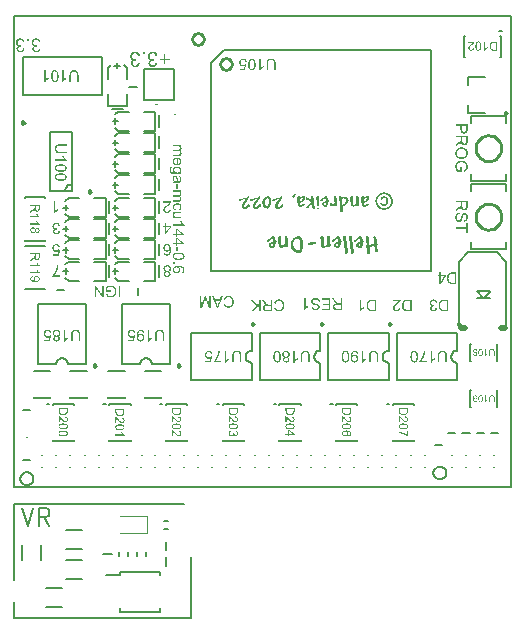
<source format=gto>
G75*
G70*
%OFA0B0*%
%FSLAX25Y25*%
%IPPOS*%
%LPD*%
%AMOC8*
5,1,8,0,0,1.08239X$1,22.5*
%
%ADD28C,0.00787*%
%ADD31C,0.00984*%
%ADD32C,0.00591*%
%ADD33C,0.00800*%
%ADD34C,0.00472*%
%ADD36C,0.01968*%
%ADD96C,0.01000*%
%ADD97C,0.00394*%
%ADD98C,0.00300*%
%ADD99C,0.00669*%
X0000000Y0000000D02*
%LPD*%
G01*
D28*
X0037008Y0057677D02*
X0037008Y0032480D01*
X0037008Y0019882D02*
X0037008Y0025000D01*
X0037008Y0019882D02*
X0096063Y0019882D01*
X0093701Y0057677D02*
X0037008Y0057677D01*
X0096063Y0019882D02*
X0096063Y0039961D01*
X0037008Y0220472D02*
X0197638Y0220472D01*
X0037008Y0063386D02*
X0037008Y0220472D01*
X0037008Y0063386D02*
X0202756Y0063386D01*
X0197638Y0220472D02*
X0202756Y0220472D01*
X0202756Y0063386D02*
X0202756Y0220472D01*
X0036614Y0019488D02*
%LPD*%
G01*
D28*
X0039665Y0056462D02*
X0041634Y0050556D01*
X0041634Y0050556D02*
X0043602Y0056462D01*
X0048945Y0050556D02*
X0046977Y0053368D01*
X0045571Y0050556D02*
X0045571Y0056462D01*
X0045571Y0056462D02*
X0047820Y0056462D01*
X0047820Y0056462D02*
X0048383Y0056181D01*
X0048383Y0056181D02*
X0048664Y0055899D01*
X0048664Y0055899D02*
X0048945Y0055337D01*
X0048945Y0055337D02*
X0048945Y0054493D01*
X0048945Y0054493D02*
X0048664Y0053931D01*
X0048664Y0053931D02*
X0048383Y0053650D01*
X0048383Y0053650D02*
X0047820Y0053368D01*
X0047820Y0053368D02*
X0045571Y0053368D01*
X0037008Y0057677D02*
X0037008Y0032480D01*
X0037008Y0019882D02*
X0037008Y0025000D01*
X0037008Y0019882D02*
X0096063Y0019882D01*
X0093701Y0057677D02*
X0037008Y0057677D01*
X0096063Y0019882D02*
X0096063Y0039960D01*
D32*
X0085728Y0035138D02*
X0085728Y0033957D01*
X0072539Y0021949D02*
X0072539Y0023130D01*
X0072539Y0021949D02*
X0085728Y0021949D01*
X0085728Y0021949D02*
X0085728Y0023130D01*
X0072539Y0034252D02*
X0067716Y0034252D01*
X0072539Y0035138D02*
X0085728Y0035138D01*
X0072539Y0035138D02*
X0072539Y0034252D01*
D33*
X0078067Y0041933D02*
X0078067Y0040358D01*
X0081004Y0041929D02*
X0081004Y0040354D01*
X0088587Y0052247D02*
X0087012Y0052247D01*
X0088583Y0049311D02*
X0087008Y0049311D01*
X0072162Y0041933D02*
X0072162Y0040358D01*
X0075098Y0041929D02*
X0075098Y0040354D01*
D28*
X0059645Y0042716D02*
X0054527Y0042705D01*
X0059645Y0049016D02*
X0054527Y0049016D01*
X0059645Y0032874D02*
X0054527Y0032862D01*
X0059645Y0039173D02*
X0054527Y0039173D01*
X0046063Y0044094D02*
X0046074Y0038976D01*
X0039764Y0044094D02*
X0039764Y0038976D01*
X0052953Y0023425D02*
X0047834Y0023413D01*
X0052953Y0029724D02*
X0047834Y0029724D01*
D34*
X0081437Y0053878D02*
X0072441Y0053878D01*
X0081437Y0048090D02*
X0081437Y0053878D01*
X0072441Y0048090D02*
X0081437Y0048090D01*
D28*
X0087795Y0042314D02*
X0087795Y0045267D01*
X0087795Y0037008D02*
X0087795Y0039960D01*
X0069882Y0041142D02*
X0066929Y0041142D01*
X0036614Y0062992D02*
G01*
G75*
G36*
X0188318Y0157014D02*
X0188314Y0156966D01*
X0188314Y0156918D01*
X0188309Y0156861D01*
X0188305Y0156795D01*
X0188292Y0156664D01*
X0188270Y0156529D01*
X0188244Y0156398D01*
X0188226Y0156341D01*
X0188209Y0156284D01*
X0188209Y0156280D01*
X0188204Y0156271D01*
X0188196Y0156258D01*
X0188187Y0156236D01*
X0188161Y0156183D01*
X0188121Y0156122D01*
X0188069Y0156048D01*
X0187999Y0155974D01*
X0187920Y0155900D01*
X0187824Y0155834D01*
X0187820Y0155834D01*
X0187811Y0155825D01*
X0187798Y0155816D01*
X0187776Y0155808D01*
X0187750Y0155795D01*
X0187719Y0155782D01*
X0187684Y0155764D01*
X0187645Y0155747D01*
X0187553Y0155716D01*
X0187453Y0155690D01*
X0187339Y0155672D01*
X0187217Y0155664D01*
X0187213Y0155664D01*
X0187199Y0155664D01*
X0187173Y0155664D01*
X0187147Y0155668D01*
X0187108Y0155672D01*
X0187064Y0155677D01*
X0187016Y0155685D01*
X0186963Y0155698D01*
X0186850Y0155733D01*
X0186789Y0155755D01*
X0186727Y0155782D01*
X0186666Y0155812D01*
X0186605Y0155851D01*
X0186548Y0155895D01*
X0186491Y0155943D01*
X0186487Y0155947D01*
X0186478Y0155956D01*
X0186465Y0155974D01*
X0186443Y0155996D01*
X0186422Y0156026D01*
X0186395Y0156061D01*
X0186365Y0156105D01*
X0186334Y0156157D01*
X0186303Y0156214D01*
X0186273Y0156275D01*
X0186242Y0156345D01*
X0186212Y0156424D01*
X0186186Y0156507D01*
X0186159Y0156599D01*
X0186137Y0156699D01*
X0186120Y0156804D01*
X0186120Y0156800D01*
X0186116Y0156795D01*
X0186102Y0156769D01*
X0186081Y0156730D01*
X0186054Y0156682D01*
X0186024Y0156629D01*
X0185993Y0156577D01*
X0185954Y0156524D01*
X0185919Y0156481D01*
X0185915Y0156476D01*
X0185910Y0156472D01*
X0185897Y0156459D01*
X0185880Y0156441D01*
X0185858Y0156419D01*
X0185831Y0156393D01*
X0185770Y0156336D01*
X0185692Y0156271D01*
X0185600Y0156197D01*
X0185495Y0156118D01*
X0185381Y0156039D01*
X0184285Y0155340D01*
X0184285Y0156009D01*
X0185124Y0156542D01*
X0185128Y0156546D01*
X0185141Y0156551D01*
X0185159Y0156564D01*
X0185185Y0156581D01*
X0185215Y0156599D01*
X0185250Y0156625D01*
X0185329Y0156677D01*
X0185421Y0156739D01*
X0185512Y0156800D01*
X0185600Y0156865D01*
X0185679Y0156926D01*
X0185683Y0156926D01*
X0185687Y0156935D01*
X0185709Y0156953D01*
X0185744Y0156979D01*
X0185784Y0157018D01*
X0185827Y0157057D01*
X0185871Y0157106D01*
X0185915Y0157154D01*
X0185945Y0157197D01*
X0185950Y0157202D01*
X0185958Y0157219D01*
X0185971Y0157241D01*
X0185989Y0157272D01*
X0186006Y0157311D01*
X0186024Y0157350D01*
X0186041Y0157394D01*
X0186054Y0157442D01*
X0186054Y0157446D01*
X0186059Y0157460D01*
X0186063Y0157481D01*
X0186067Y0157512D01*
X0186067Y0157556D01*
X0186072Y0157608D01*
X0186076Y0157669D01*
X0186076Y0158355D01*
X0184285Y0158355D01*
X0184285Y0158889D01*
X0188318Y0158889D01*
X0188318Y0157014D01*
D02*
G37*
G36*
X0185626Y0154501D02*
X0185622Y0154501D01*
X0185613Y0154501D01*
X0185595Y0154497D01*
X0185574Y0154492D01*
X0185547Y0154488D01*
X0185521Y0154484D01*
X0185447Y0154466D01*
X0185368Y0154444D01*
X0185285Y0154418D01*
X0185202Y0154383D01*
X0185124Y0154339D01*
X0185115Y0154335D01*
X0185093Y0154313D01*
X0185058Y0154283D01*
X0185014Y0154239D01*
X0184962Y0154182D01*
X0184914Y0154112D01*
X0184861Y0154029D01*
X0184813Y0153933D01*
X0184813Y0153929D01*
X0184809Y0153920D01*
X0184805Y0153907D01*
X0184796Y0153885D01*
X0184787Y0153859D01*
X0184774Y0153828D01*
X0184765Y0153793D01*
X0184757Y0153754D01*
X0184735Y0153662D01*
X0184713Y0153553D01*
X0184700Y0153439D01*
X0184695Y0153312D01*
X0184695Y0153260D01*
X0184700Y0153234D01*
X0184700Y0153203D01*
X0184708Y0153133D01*
X0184717Y0153050D01*
X0184730Y0152958D01*
X0184752Y0152867D01*
X0184783Y0152779D01*
X0184783Y0152775D01*
X0184787Y0152771D01*
X0184792Y0152757D01*
X0184800Y0152740D01*
X0184822Y0152701D01*
X0184848Y0152648D01*
X0184883Y0152591D01*
X0184927Y0152530D01*
X0184975Y0152478D01*
X0185032Y0152430D01*
X0185041Y0152425D01*
X0185058Y0152412D01*
X0185093Y0152390D01*
X0185137Y0152368D01*
X0185189Y0152351D01*
X0185246Y0152329D01*
X0185311Y0152316D01*
X0185377Y0152312D01*
X0185381Y0152312D01*
X0185386Y0152312D01*
X0185408Y0152312D01*
X0185447Y0152316D01*
X0185491Y0152325D01*
X0185543Y0152338D01*
X0185600Y0152360D01*
X0185657Y0152386D01*
X0185709Y0152425D01*
X0185714Y0152430D01*
X0185731Y0152447D01*
X0185757Y0152473D01*
X0185792Y0152513D01*
X0185827Y0152561D01*
X0185866Y0152626D01*
X0185906Y0152701D01*
X0185945Y0152788D01*
X0185950Y0152797D01*
X0185954Y0152806D01*
X0185958Y0152823D01*
X0185963Y0152841D01*
X0185971Y0152867D01*
X0185985Y0152902D01*
X0185993Y0152937D01*
X0186006Y0152985D01*
X0186024Y0153033D01*
X0186037Y0153094D01*
X0186054Y0153159D01*
X0186076Y0153234D01*
X0186094Y0153312D01*
X0186120Y0153404D01*
X0186142Y0153505D01*
X0186142Y0153509D01*
X0186146Y0153527D01*
X0186155Y0153557D01*
X0186164Y0153592D01*
X0186177Y0153640D01*
X0186190Y0153693D01*
X0186207Y0153745D01*
X0186225Y0153806D01*
X0186264Y0153937D01*
X0186308Y0154064D01*
X0186330Y0154125D01*
X0186352Y0154182D01*
X0186373Y0154234D01*
X0186395Y0154278D01*
X0186395Y0154283D01*
X0186404Y0154291D01*
X0186413Y0154304D01*
X0186422Y0154326D01*
X0186452Y0154379D01*
X0186496Y0154440D01*
X0186553Y0154514D01*
X0186614Y0154584D01*
X0186688Y0154654D01*
X0186767Y0154711D01*
X0186771Y0154711D01*
X0186775Y0154715D01*
X0186789Y0154724D01*
X0186806Y0154733D01*
X0186854Y0154755D01*
X0186915Y0154781D01*
X0186990Y0154807D01*
X0187077Y0154829D01*
X0187173Y0154846D01*
X0187274Y0154851D01*
X0187278Y0154851D01*
X0187287Y0154851D01*
X0187304Y0154851D01*
X0187326Y0154846D01*
X0187352Y0154846D01*
X0187383Y0154842D01*
X0187461Y0154829D01*
X0187549Y0154807D01*
X0187641Y0154781D01*
X0187741Y0154737D01*
X0187842Y0154680D01*
X0187846Y0154680D01*
X0187855Y0154672D01*
X0187868Y0154663D01*
X0187885Y0154650D01*
X0187934Y0154606D01*
X0187995Y0154549D01*
X0188060Y0154479D01*
X0188126Y0154392D01*
X0188191Y0154291D01*
X0188248Y0154173D01*
X0188248Y0154169D01*
X0188252Y0154160D01*
X0188261Y0154138D01*
X0188270Y0154116D01*
X0188279Y0154086D01*
X0188292Y0154047D01*
X0188305Y0154003D01*
X0188318Y0153955D01*
X0188331Y0153902D01*
X0188344Y0153846D01*
X0188366Y0153723D01*
X0188384Y0153583D01*
X0188388Y0153435D01*
X0188388Y0153360D01*
X0188384Y0153321D01*
X0188379Y0153273D01*
X0188375Y0153225D01*
X0188371Y0153168D01*
X0188353Y0153046D01*
X0188327Y0152910D01*
X0188287Y0152775D01*
X0188239Y0152644D01*
X0188239Y0152639D01*
X0188231Y0152631D01*
X0188226Y0152609D01*
X0188213Y0152587D01*
X0188196Y0152561D01*
X0188178Y0152526D01*
X0188135Y0152452D01*
X0188073Y0152364D01*
X0187999Y0152277D01*
X0187916Y0152194D01*
X0187815Y0152119D01*
X0187811Y0152115D01*
X0187802Y0152111D01*
X0187789Y0152102D01*
X0187767Y0152089D01*
X0187741Y0152076D01*
X0187711Y0152058D01*
X0187671Y0152045D01*
X0187632Y0152023D01*
X0187540Y0151988D01*
X0187431Y0151958D01*
X0187313Y0151931D01*
X0187182Y0151918D01*
X0187143Y0152430D01*
X0187147Y0152430D01*
X0187160Y0152434D01*
X0187178Y0152434D01*
X0187204Y0152438D01*
X0187239Y0152447D01*
X0187274Y0152456D01*
X0187357Y0152482D01*
X0187448Y0152517D01*
X0187545Y0152570D01*
X0187636Y0152631D01*
X0187676Y0152670D01*
X0187715Y0152714D01*
X0187719Y0152718D01*
X0187724Y0152723D01*
X0187733Y0152740D01*
X0187746Y0152757D01*
X0187759Y0152784D01*
X0187776Y0152814D01*
X0187794Y0152849D01*
X0187815Y0152889D01*
X0187833Y0152937D01*
X0187850Y0152989D01*
X0187868Y0153046D01*
X0187881Y0153107D01*
X0187894Y0153177D01*
X0187903Y0153251D01*
X0187912Y0153330D01*
X0187912Y0153457D01*
X0187907Y0153492D01*
X0187907Y0153531D01*
X0187903Y0153575D01*
X0187899Y0153627D01*
X0187890Y0153680D01*
X0187868Y0153798D01*
X0187837Y0153911D01*
X0187794Y0154020D01*
X0187763Y0154073D01*
X0187733Y0154116D01*
X0187733Y0154121D01*
X0187724Y0154125D01*
X0187702Y0154151D01*
X0187663Y0154186D01*
X0187610Y0154226D01*
X0187549Y0154265D01*
X0187475Y0154300D01*
X0187396Y0154326D01*
X0187352Y0154331D01*
X0187304Y0154335D01*
X0187300Y0154335D01*
X0187295Y0154335D01*
X0187269Y0154331D01*
X0187230Y0154326D01*
X0187182Y0154317D01*
X0187125Y0154296D01*
X0187064Y0154269D01*
X0187007Y0154234D01*
X0186950Y0154182D01*
X0186946Y0154173D01*
X0186937Y0154165D01*
X0186924Y0154147D01*
X0186911Y0154125D01*
X0186898Y0154099D01*
X0186880Y0154064D01*
X0186858Y0154025D01*
X0186837Y0153977D01*
X0186815Y0153920D01*
X0186793Y0153854D01*
X0186767Y0153780D01*
X0186741Y0153693D01*
X0186714Y0153601D01*
X0186684Y0153496D01*
X0186657Y0153378D01*
X0186657Y0153369D01*
X0186653Y0153347D01*
X0186644Y0153317D01*
X0186631Y0153273D01*
X0186622Y0153221D01*
X0186605Y0153159D01*
X0186592Y0153094D01*
X0186570Y0153024D01*
X0186531Y0152875D01*
X0186491Y0152727D01*
X0186469Y0152657D01*
X0186448Y0152596D01*
X0186426Y0152535D01*
X0186404Y0152487D01*
X0186404Y0152482D01*
X0186395Y0152469D01*
X0186387Y0152452D01*
X0186373Y0152430D01*
X0186360Y0152399D01*
X0186338Y0152364D01*
X0186290Y0152290D01*
X0186234Y0152202D01*
X0186164Y0152119D01*
X0186081Y0152036D01*
X0186037Y0152001D01*
X0185993Y0151966D01*
X0185989Y0151966D01*
X0185980Y0151958D01*
X0185967Y0151949D01*
X0185950Y0151940D01*
X0185928Y0151927D01*
X0185897Y0151914D01*
X0185827Y0151879D01*
X0185744Y0151849D01*
X0185648Y0151822D01*
X0185539Y0151805D01*
X0185421Y0151796D01*
X0185416Y0151796D01*
X0185408Y0151796D01*
X0185390Y0151796D01*
X0185368Y0151800D01*
X0185338Y0151800D01*
X0185307Y0151805D01*
X0185224Y0151818D01*
X0185132Y0151840D01*
X0185032Y0151875D01*
X0184927Y0151923D01*
X0184870Y0151949D01*
X0184818Y0151984D01*
X0184813Y0151984D01*
X0184805Y0151993D01*
X0184792Y0152001D01*
X0184770Y0152019D01*
X0184722Y0152058D01*
X0184656Y0152119D01*
X0184586Y0152194D01*
X0184512Y0152285D01*
X0184442Y0152390D01*
X0184376Y0152513D01*
X0184376Y0152517D01*
X0184368Y0152530D01*
X0184363Y0152548D01*
X0184350Y0152574D01*
X0184341Y0152605D01*
X0184328Y0152644D01*
X0184311Y0152688D01*
X0184298Y0152740D01*
X0184285Y0152792D01*
X0184267Y0152854D01*
X0184245Y0152985D01*
X0184228Y0153129D01*
X0184219Y0153286D01*
X0184219Y0153339D01*
X0184223Y0153378D01*
X0184223Y0153426D01*
X0184228Y0153479D01*
X0184232Y0153540D01*
X0184241Y0153610D01*
X0184258Y0153754D01*
X0184285Y0153907D01*
X0184324Y0154060D01*
X0184376Y0154208D01*
X0184376Y0154213D01*
X0184385Y0154226D01*
X0184394Y0154243D01*
X0184407Y0154269D01*
X0184424Y0154300D01*
X0184442Y0154335D01*
X0184494Y0154418D01*
X0184560Y0154510D01*
X0184643Y0154606D01*
X0184739Y0154702D01*
X0184853Y0154785D01*
X0184857Y0154790D01*
X0184866Y0154794D01*
X0184883Y0154803D01*
X0184909Y0154816D01*
X0184940Y0154833D01*
X0184975Y0154851D01*
X0185019Y0154873D01*
X0185067Y0154890D01*
X0185115Y0154912D01*
X0185172Y0154929D01*
X0185298Y0154964D01*
X0185434Y0154990D01*
X0185508Y0154999D01*
X0185582Y0155004D01*
X0185626Y0154501D01*
D02*
G37*
G36*
X0188318Y0148182D02*
X0187842Y0148182D01*
X0187842Y0149511D01*
X0184285Y0149511D01*
X0184285Y0150044D01*
X0187842Y0150044D01*
X0187842Y0151372D01*
X0188318Y0151372D01*
X0188318Y0148182D01*
D02*
G37*
G36*
X0188318Y0182681D02*
X0188314Y0182593D01*
X0188309Y0182493D01*
X0188301Y0182392D01*
X0188292Y0182296D01*
X0188287Y0182248D01*
X0188279Y0182209D01*
X0188279Y0182204D01*
X0188274Y0182196D01*
X0188274Y0182178D01*
X0188270Y0182161D01*
X0188261Y0182134D01*
X0188257Y0182104D01*
X0188235Y0182034D01*
X0188209Y0181955D01*
X0188174Y0181872D01*
X0188135Y0181789D01*
X0188086Y0181711D01*
X0188086Y0181706D01*
X0188082Y0181702D01*
X0188060Y0181676D01*
X0188030Y0181641D01*
X0187986Y0181592D01*
X0187934Y0181544D01*
X0187864Y0181488D01*
X0187789Y0181435D01*
X0187698Y0181387D01*
X0187693Y0181387D01*
X0187684Y0181383D01*
X0187671Y0181374D01*
X0187654Y0181365D01*
X0187632Y0181357D01*
X0187601Y0181348D01*
X0187536Y0181322D01*
X0187453Y0181300D01*
X0187361Y0181278D01*
X0187256Y0181265D01*
X0187147Y0181260D01*
X0187143Y0181260D01*
X0187125Y0181260D01*
X0187099Y0181260D01*
X0187059Y0181265D01*
X0187016Y0181269D01*
X0186968Y0181278D01*
X0186911Y0181287D01*
X0186845Y0181300D01*
X0186780Y0181317D01*
X0186710Y0181339D01*
X0186640Y0181365D01*
X0186566Y0181400D01*
X0186491Y0181435D01*
X0186417Y0181479D01*
X0186347Y0181531D01*
X0186277Y0181588D01*
X0186273Y0181592D01*
X0186264Y0181606D01*
X0186247Y0181623D01*
X0186220Y0181654D01*
X0186194Y0181689D01*
X0186164Y0181737D01*
X0186133Y0181793D01*
X0186102Y0181859D01*
X0186067Y0181938D01*
X0186037Y0182021D01*
X0186006Y0182121D01*
X0185980Y0182226D01*
X0185958Y0182349D01*
X0185941Y0182480D01*
X0185928Y0182619D01*
X0185923Y0182777D01*
X0185923Y0183808D01*
X0184284Y0183808D01*
X0184284Y0184341D01*
X0188318Y0184341D01*
X0188318Y0182681D01*
D02*
G37*
G36*
X0188318Y0178700D02*
X0188314Y0178651D01*
X0188314Y0178603D01*
X0188309Y0178547D01*
X0188305Y0178481D01*
X0188292Y0178350D01*
X0188270Y0178215D01*
X0188244Y0178083D01*
X0188226Y0178027D01*
X0188209Y0177970D01*
X0188209Y0177965D01*
X0188204Y0177957D01*
X0188196Y0177944D01*
X0188187Y0177922D01*
X0188161Y0177869D01*
X0188121Y0177808D01*
X0188069Y0177734D01*
X0187999Y0177659D01*
X0187920Y0177585D01*
X0187824Y0177520D01*
X0187820Y0177520D01*
X0187811Y0177511D01*
X0187798Y0177502D01*
X0187776Y0177493D01*
X0187750Y0177480D01*
X0187719Y0177467D01*
X0187684Y0177450D01*
X0187645Y0177432D01*
X0187553Y0177402D01*
X0187453Y0177375D01*
X0187339Y0177358D01*
X0187217Y0177349D01*
X0187212Y0177349D01*
X0187199Y0177349D01*
X0187173Y0177349D01*
X0187147Y0177354D01*
X0187108Y0177358D01*
X0187064Y0177362D01*
X0187016Y0177371D01*
X0186963Y0177384D01*
X0186850Y0177419D01*
X0186788Y0177441D01*
X0186727Y0177467D01*
X0186666Y0177498D01*
X0186605Y0177537D01*
X0186548Y0177581D01*
X0186491Y0177629D01*
X0186487Y0177633D01*
X0186478Y0177642D01*
X0186465Y0177659D01*
X0186443Y0177681D01*
X0186422Y0177712D01*
X0186395Y0177747D01*
X0186365Y0177791D01*
X0186334Y0177843D01*
X0186303Y0177900D01*
X0186273Y0177961D01*
X0186242Y0178031D01*
X0186212Y0178110D01*
X0186186Y0178193D01*
X0186159Y0178284D01*
X0186137Y0178385D01*
X0186120Y0178490D01*
X0186120Y0178485D01*
X0186116Y0178481D01*
X0186102Y0178455D01*
X0186081Y0178416D01*
X0186054Y0178367D01*
X0186024Y0178315D01*
X0185993Y0178263D01*
X0185954Y0178210D01*
X0185919Y0178166D01*
X0185915Y0178162D01*
X0185910Y0178158D01*
X0185897Y0178145D01*
X0185880Y0178127D01*
X0185858Y0178105D01*
X0185831Y0178079D01*
X0185770Y0178022D01*
X0185692Y0177957D01*
X0185600Y0177882D01*
X0185495Y0177804D01*
X0185381Y0177725D01*
X0184284Y0177026D01*
X0184284Y0177694D01*
X0185124Y0178228D01*
X0185128Y0178232D01*
X0185141Y0178236D01*
X0185159Y0178250D01*
X0185185Y0178267D01*
X0185215Y0178284D01*
X0185250Y0178311D01*
X0185329Y0178363D01*
X0185421Y0178424D01*
X0185512Y0178485D01*
X0185600Y0178551D01*
X0185679Y0178612D01*
X0185683Y0178612D01*
X0185687Y0178621D01*
X0185709Y0178638D01*
X0185744Y0178665D01*
X0185784Y0178704D01*
X0185827Y0178743D01*
X0185871Y0178791D01*
X0185915Y0178839D01*
X0185945Y0178883D01*
X0185950Y0178887D01*
X0185958Y0178905D01*
X0185971Y0178927D01*
X0185989Y0178957D01*
X0186006Y0178997D01*
X0186024Y0179036D01*
X0186041Y0179080D01*
X0186054Y0179128D01*
X0186054Y0179132D01*
X0186059Y0179145D01*
X0186063Y0179167D01*
X0186067Y0179198D01*
X0186067Y0179242D01*
X0186072Y0179294D01*
X0186076Y0179355D01*
X0186076Y0180041D01*
X0184284Y0180041D01*
X0184284Y0180574D01*
X0188318Y0180574D01*
X0188318Y0178700D01*
D02*
G37*
G36*
X0186317Y0176672D02*
X0186343Y0176672D01*
X0186413Y0176667D01*
X0186496Y0176659D01*
X0186596Y0176646D01*
X0186701Y0176633D01*
X0186819Y0176611D01*
X0186946Y0176580D01*
X0187073Y0176545D01*
X0187204Y0176502D01*
X0187335Y0176449D01*
X0187466Y0176388D01*
X0187588Y0176318D01*
X0187711Y0176235D01*
X0187820Y0176139D01*
X0187824Y0176134D01*
X0187846Y0176112D01*
X0187872Y0176082D01*
X0187907Y0176043D01*
X0187951Y0175986D01*
X0187999Y0175925D01*
X0188051Y0175850D01*
X0188104Y0175763D01*
X0188156Y0175667D01*
X0188209Y0175562D01*
X0188257Y0175448D01*
X0188301Y0175322D01*
X0188336Y0175190D01*
X0188362Y0175051D01*
X0188384Y0174902D01*
X0188388Y0174745D01*
X0188388Y0174692D01*
X0188384Y0174653D01*
X0188379Y0174601D01*
X0188375Y0174544D01*
X0188366Y0174482D01*
X0188353Y0174413D01*
X0188340Y0174334D01*
X0188322Y0174255D01*
X0188301Y0174172D01*
X0188274Y0174085D01*
X0188244Y0173997D01*
X0188209Y0173910D01*
X0188170Y0173827D01*
X0188121Y0173740D01*
X0188117Y0173735D01*
X0188108Y0173718D01*
X0188095Y0173696D01*
X0188073Y0173665D01*
X0188047Y0173626D01*
X0188012Y0173587D01*
X0187973Y0173539D01*
X0187929Y0173486D01*
X0187877Y0173429D01*
X0187820Y0173372D01*
X0187759Y0173316D01*
X0187693Y0173259D01*
X0187623Y0173206D01*
X0187545Y0173150D01*
X0187461Y0173102D01*
X0187374Y0173054D01*
X0187370Y0173049D01*
X0187352Y0173045D01*
X0187326Y0173032D01*
X0187291Y0173019D01*
X0187247Y0172997D01*
X0187191Y0172979D01*
X0187129Y0172957D01*
X0187059Y0172935D01*
X0186985Y0172914D01*
X0186902Y0172892D01*
X0186810Y0172870D01*
X0186719Y0172853D01*
X0186618Y0172839D01*
X0186513Y0172826D01*
X0186408Y0172822D01*
X0186295Y0172818D01*
X0186286Y0172818D01*
X0186268Y0172818D01*
X0186234Y0172818D01*
X0186190Y0172822D01*
X0186137Y0172826D01*
X0186076Y0172831D01*
X0186006Y0172839D01*
X0185928Y0172848D01*
X0185845Y0172861D01*
X0185757Y0172879D01*
X0185665Y0172896D01*
X0185574Y0172922D01*
X0185478Y0172953D01*
X0185386Y0172984D01*
X0185290Y0173023D01*
X0185198Y0173067D01*
X0185194Y0173071D01*
X0185176Y0173080D01*
X0185150Y0173093D01*
X0185119Y0173110D01*
X0185080Y0173137D01*
X0185032Y0173167D01*
X0184979Y0173206D01*
X0184923Y0173246D01*
X0184866Y0173294D01*
X0184805Y0173346D01*
X0184743Y0173407D01*
X0184682Y0173469D01*
X0184625Y0173534D01*
X0184569Y0173609D01*
X0184512Y0173687D01*
X0184464Y0173770D01*
X0184459Y0173775D01*
X0184455Y0173792D01*
X0184442Y0173814D01*
X0184424Y0173849D01*
X0184407Y0173893D01*
X0184385Y0173941D01*
X0184363Y0173997D01*
X0184341Y0174063D01*
X0184319Y0174133D01*
X0184298Y0174207D01*
X0184276Y0174290D01*
X0184258Y0174373D01*
X0184228Y0174557D01*
X0184223Y0174653D01*
X0184219Y0174749D01*
X0184219Y0174806D01*
X0184223Y0174845D01*
X0184228Y0174893D01*
X0184232Y0174954D01*
X0184241Y0175016D01*
X0184254Y0175090D01*
X0184267Y0175164D01*
X0184284Y0175247D01*
X0184306Y0175330D01*
X0184333Y0175418D01*
X0184363Y0175505D01*
X0184403Y0175593D01*
X0184442Y0175680D01*
X0184490Y0175767D01*
X0184494Y0175772D01*
X0184503Y0175785D01*
X0184520Y0175811D01*
X0184542Y0175842D01*
X0184569Y0175876D01*
X0184604Y0175920D01*
X0184643Y0175968D01*
X0184687Y0176021D01*
X0184739Y0176078D01*
X0184796Y0176130D01*
X0184857Y0176187D01*
X0184923Y0176244D01*
X0184997Y0176300D01*
X0185071Y0176353D01*
X0185154Y0176401D01*
X0185242Y0176449D01*
X0185246Y0176453D01*
X0185263Y0176458D01*
X0185290Y0176471D01*
X0185325Y0176484D01*
X0185368Y0176502D01*
X0185421Y0176519D01*
X0185478Y0176541D01*
X0185547Y0176563D01*
X0185617Y0176585D01*
X0185696Y0176606D01*
X0185779Y0176624D01*
X0185866Y0176641D01*
X0186050Y0176667D01*
X0186151Y0176672D01*
X0186247Y0176676D01*
X0186251Y0176676D01*
X0186260Y0176676D01*
X0186273Y0176676D01*
X0186290Y0176676D01*
X0186317Y0176672D01*
D02*
G37*
G36*
X0186382Y0172258D02*
X0186435Y0172254D01*
X0186496Y0172249D01*
X0186566Y0172241D01*
X0186640Y0172232D01*
X0186723Y0172219D01*
X0186810Y0172201D01*
X0186994Y0172158D01*
X0187090Y0172132D01*
X0187186Y0172097D01*
X0187282Y0172062D01*
X0187379Y0172018D01*
X0187383Y0172013D01*
X0187400Y0172005D01*
X0187427Y0171992D01*
X0187461Y0171974D01*
X0187505Y0171948D01*
X0187553Y0171917D01*
X0187606Y0171878D01*
X0187667Y0171839D01*
X0187728Y0171791D01*
X0187789Y0171738D01*
X0187850Y0171681D01*
X0187916Y0171616D01*
X0187977Y0171550D01*
X0188034Y0171476D01*
X0188091Y0171397D01*
X0188139Y0171314D01*
X0188143Y0171310D01*
X0188148Y0171292D01*
X0188161Y0171266D01*
X0188178Y0171231D01*
X0188196Y0171187D01*
X0188217Y0171135D01*
X0188239Y0171074D01*
X0188266Y0171008D01*
X0188287Y0170934D01*
X0188309Y0170851D01*
X0188331Y0170764D01*
X0188349Y0170668D01*
X0188366Y0170571D01*
X0188379Y0170467D01*
X0188384Y0170357D01*
X0188388Y0170248D01*
X0188388Y0170174D01*
X0188384Y0170134D01*
X0188379Y0170091D01*
X0188375Y0170043D01*
X0188371Y0169986D01*
X0188353Y0169863D01*
X0188327Y0169728D01*
X0188292Y0169592D01*
X0188244Y0169457D01*
X0188244Y0169453D01*
X0188239Y0169440D01*
X0188231Y0169422D01*
X0188217Y0169400D01*
X0188204Y0169370D01*
X0188187Y0169335D01*
X0188143Y0169256D01*
X0188086Y0169164D01*
X0188021Y0169072D01*
X0187942Y0168985D01*
X0187850Y0168902D01*
X0187846Y0168898D01*
X0187837Y0168893D01*
X0187824Y0168885D01*
X0187807Y0168867D01*
X0187780Y0168854D01*
X0187750Y0168832D01*
X0187715Y0168810D01*
X0187671Y0168788D01*
X0187628Y0168762D01*
X0187579Y0168740D01*
X0187523Y0168714D01*
X0187466Y0168688D01*
X0187335Y0168640D01*
X0187191Y0168596D01*
X0187059Y0169081D01*
X0187064Y0169081D01*
X0187073Y0169086D01*
X0187090Y0169090D01*
X0187112Y0169099D01*
X0187134Y0169107D01*
X0187164Y0169116D01*
X0187234Y0169142D01*
X0187313Y0169177D01*
X0187392Y0169217D01*
X0187470Y0169260D01*
X0187540Y0169308D01*
X0187549Y0169313D01*
X0187571Y0169335D01*
X0187601Y0169365D01*
X0187645Y0169405D01*
X0187689Y0169461D01*
X0187737Y0169527D01*
X0187780Y0169606D01*
X0187824Y0169693D01*
X0187824Y0169697D01*
X0187829Y0169706D01*
X0187833Y0169719D01*
X0187842Y0169737D01*
X0187850Y0169759D01*
X0187859Y0169789D01*
X0187881Y0169855D01*
X0187899Y0169938D01*
X0187916Y0170029D01*
X0187929Y0170134D01*
X0187934Y0170244D01*
X0187934Y0170305D01*
X0187929Y0170335D01*
X0187929Y0170375D01*
X0187925Y0170414D01*
X0187920Y0170462D01*
X0187907Y0170558D01*
X0187885Y0170668D01*
X0187859Y0170772D01*
X0187820Y0170877D01*
X0187820Y0170882D01*
X0187815Y0170890D01*
X0187807Y0170904D01*
X0187798Y0170921D01*
X0187776Y0170969D01*
X0187741Y0171030D01*
X0187698Y0171100D01*
X0187645Y0171170D01*
X0187588Y0171244D01*
X0187523Y0171310D01*
X0187514Y0171319D01*
X0187492Y0171336D01*
X0187453Y0171367D01*
X0187405Y0171402D01*
X0187348Y0171441D01*
X0187278Y0171485D01*
X0187204Y0171524D01*
X0187125Y0171559D01*
X0187121Y0171559D01*
X0187108Y0171563D01*
X0187090Y0171572D01*
X0187059Y0171581D01*
X0187024Y0171594D01*
X0186985Y0171607D01*
X0186937Y0171620D01*
X0186885Y0171633D01*
X0186828Y0171651D01*
X0186762Y0171664D01*
X0186627Y0171686D01*
X0186474Y0171703D01*
X0186312Y0171712D01*
X0186308Y0171712D01*
X0186290Y0171712D01*
X0186260Y0171712D01*
X0186225Y0171708D01*
X0186177Y0171708D01*
X0186124Y0171703D01*
X0186063Y0171695D01*
X0185998Y0171690D01*
X0185853Y0171668D01*
X0185705Y0171633D01*
X0185552Y0171590D01*
X0185408Y0171528D01*
X0185403Y0171524D01*
X0185390Y0171520D01*
X0185373Y0171511D01*
X0185346Y0171493D01*
X0185320Y0171476D01*
X0185285Y0171450D01*
X0185207Y0171393D01*
X0185119Y0171314D01*
X0185027Y0171222D01*
X0184944Y0171118D01*
X0184905Y0171056D01*
X0184870Y0170991D01*
X0184870Y0170986D01*
X0184861Y0170973D01*
X0184853Y0170956D01*
X0184844Y0170930D01*
X0184831Y0170895D01*
X0184813Y0170855D01*
X0184800Y0170812D01*
X0184783Y0170764D01*
X0184765Y0170711D01*
X0184752Y0170650D01*
X0184722Y0170523D01*
X0184704Y0170384D01*
X0184695Y0170235D01*
X0184695Y0170200D01*
X0184700Y0170174D01*
X0184700Y0170143D01*
X0184704Y0170108D01*
X0184708Y0170069D01*
X0184713Y0170021D01*
X0184726Y0169920D01*
X0184752Y0169807D01*
X0184783Y0169684D01*
X0184826Y0169562D01*
X0184826Y0169557D01*
X0184831Y0169549D01*
X0184839Y0169531D01*
X0184848Y0169505D01*
X0184861Y0169479D01*
X0184879Y0169448D01*
X0184914Y0169374D01*
X0184958Y0169291D01*
X0185006Y0169208D01*
X0185054Y0169129D01*
X0185110Y0169059D01*
X0185866Y0169059D01*
X0185866Y0170244D01*
X0186343Y0170244D01*
X0186343Y0168535D01*
X0184844Y0168535D01*
X0184839Y0168539D01*
X0184831Y0168552D01*
X0184813Y0168574D01*
X0184792Y0168605D01*
X0184765Y0168640D01*
X0184739Y0168684D01*
X0184704Y0168732D01*
X0184669Y0168784D01*
X0184634Y0168841D01*
X0184595Y0168906D01*
X0184516Y0169042D01*
X0184442Y0169191D01*
X0184376Y0169348D01*
X0184376Y0169352D01*
X0184368Y0169365D01*
X0184363Y0169387D01*
X0184350Y0169422D01*
X0184341Y0169457D01*
X0184328Y0169505D01*
X0184311Y0169553D01*
X0184298Y0169610D01*
X0184284Y0169676D01*
X0184267Y0169741D01*
X0184245Y0169885D01*
X0184228Y0170043D01*
X0184219Y0170204D01*
X0184219Y0170261D01*
X0184223Y0170305D01*
X0184228Y0170357D01*
X0184232Y0170418D01*
X0184241Y0170488D01*
X0184250Y0170563D01*
X0184263Y0170641D01*
X0184280Y0170729D01*
X0184302Y0170816D01*
X0184328Y0170912D01*
X0184354Y0171004D01*
X0184389Y0171096D01*
X0184429Y0171192D01*
X0184472Y0171284D01*
X0184477Y0171288D01*
X0184486Y0171306D01*
X0184499Y0171332D01*
X0184520Y0171362D01*
X0184547Y0171402D01*
X0184577Y0171450D01*
X0184617Y0171502D01*
X0184660Y0171559D01*
X0184708Y0171616D01*
X0184765Y0171677D01*
X0184822Y0171738D01*
X0184888Y0171799D01*
X0184962Y0171856D01*
X0185036Y0171913D01*
X0185119Y0171970D01*
X0185207Y0172018D01*
X0185211Y0172022D01*
X0185229Y0172027D01*
X0185255Y0172040D01*
X0185290Y0172057D01*
X0185338Y0172075D01*
X0185390Y0172097D01*
X0185451Y0172118D01*
X0185521Y0172140D01*
X0185595Y0172162D01*
X0185679Y0172184D01*
X0185770Y0172206D01*
X0185862Y0172223D01*
X0185963Y0172241D01*
X0186063Y0172254D01*
X0186172Y0172258D01*
X0186282Y0172263D01*
X0186290Y0172263D01*
X0186308Y0172263D01*
X0186338Y0172263D01*
X0186382Y0172258D01*
D02*
G37*
G36*
X0042127Y0212279D02*
X0041492Y0212279D01*
X0041492Y0212913D01*
X0042127Y0212913D01*
X0042127Y0212279D01*
D02*
G37*
G36*
X0044582Y0212987D02*
X0044621Y0212987D01*
X0044675Y0212982D01*
X0044734Y0212972D01*
X0044798Y0212962D01*
X0044872Y0212948D01*
X0044951Y0212928D01*
X0045030Y0212903D01*
X0045113Y0212879D01*
X0045197Y0212844D01*
X0045280Y0212800D01*
X0045359Y0212756D01*
X0045443Y0212702D01*
X0045517Y0212638D01*
X0045522Y0212633D01*
X0045531Y0212623D01*
X0045551Y0212603D01*
X0045581Y0212574D01*
X0045610Y0212539D01*
X0045645Y0212495D01*
X0045679Y0212446D01*
X0045718Y0212387D01*
X0045758Y0212328D01*
X0045797Y0212254D01*
X0045837Y0212180D01*
X0045871Y0212097D01*
X0045900Y0212008D01*
X0045930Y0211915D01*
X0045950Y0211816D01*
X0045964Y0211713D01*
X0045408Y0211639D01*
X0045408Y0211644D01*
X0045403Y0211659D01*
X0045399Y0211683D01*
X0045389Y0211718D01*
X0045379Y0211757D01*
X0045369Y0211801D01*
X0045335Y0211905D01*
X0045290Y0212018D01*
X0045236Y0212131D01*
X0045167Y0212234D01*
X0045128Y0212279D01*
X0045089Y0212323D01*
X0045084Y0212323D01*
X0045079Y0212333D01*
X0045064Y0212343D01*
X0045049Y0212357D01*
X0045000Y0212387D01*
X0044931Y0212426D01*
X0044848Y0212466D01*
X0044754Y0212495D01*
X0044641Y0212520D01*
X0044523Y0212530D01*
X0044483Y0212530D01*
X0044454Y0212525D01*
X0044424Y0212520D01*
X0044380Y0212515D01*
X0044292Y0212495D01*
X0044183Y0212466D01*
X0044070Y0212416D01*
X0044016Y0212382D01*
X0043962Y0212347D01*
X0043908Y0212308D01*
X0043854Y0212259D01*
X0043849Y0212254D01*
X0043844Y0212244D01*
X0043829Y0212229D01*
X0043809Y0212210D01*
X0043790Y0212185D01*
X0043770Y0212151D01*
X0043745Y0212116D01*
X0043716Y0212072D01*
X0043667Y0211974D01*
X0043627Y0211860D01*
X0043593Y0211728D01*
X0043588Y0211659D01*
X0043583Y0211585D01*
X0043583Y0211580D01*
X0043583Y0211570D01*
X0043583Y0211546D01*
X0043588Y0211521D01*
X0043593Y0211487D01*
X0043598Y0211452D01*
X0043613Y0211364D01*
X0043647Y0211260D01*
X0043691Y0211157D01*
X0043721Y0211103D01*
X0043755Y0211054D01*
X0043795Y0211004D01*
X0043839Y0210955D01*
X0043844Y0210950D01*
X0043849Y0210945D01*
X0043864Y0210931D01*
X0043883Y0210916D01*
X0043908Y0210896D01*
X0043937Y0210876D01*
X0044011Y0210827D01*
X0044105Y0210783D01*
X0044213Y0210744D01*
X0044336Y0210714D01*
X0044405Y0210709D01*
X0044474Y0210704D01*
X0044503Y0210704D01*
X0044538Y0210709D01*
X0044582Y0210709D01*
X0044641Y0210719D01*
X0044705Y0210729D01*
X0044784Y0210744D01*
X0044867Y0210763D01*
X0044808Y0210276D01*
X0044798Y0210276D01*
X0044774Y0210281D01*
X0044744Y0210286D01*
X0044680Y0210286D01*
X0044656Y0210281D01*
X0044621Y0210281D01*
X0044587Y0210276D01*
X0044503Y0210261D01*
X0044405Y0210242D01*
X0044297Y0210207D01*
X0044183Y0210163D01*
X0044075Y0210099D01*
X0044070Y0210099D01*
X0044060Y0210089D01*
X0044050Y0210079D01*
X0044031Y0210065D01*
X0043982Y0210020D01*
X0043928Y0209956D01*
X0043878Y0209878D01*
X0043829Y0209779D01*
X0043809Y0209725D01*
X0043800Y0209661D01*
X0043790Y0209597D01*
X0043785Y0209528D01*
X0043785Y0209523D01*
X0043785Y0209514D01*
X0043785Y0209499D01*
X0043790Y0209474D01*
X0043795Y0209420D01*
X0043809Y0209346D01*
X0043834Y0209268D01*
X0043873Y0209184D01*
X0043928Y0209095D01*
X0043957Y0209056D01*
X0043996Y0209017D01*
X0044006Y0209007D01*
X0044036Y0208987D01*
X0044080Y0208953D01*
X0044139Y0208913D01*
X0044218Y0208879D01*
X0044311Y0208844D01*
X0044415Y0208825D01*
X0044533Y0208815D01*
X0044562Y0208815D01*
X0044587Y0208820D01*
X0044616Y0208820D01*
X0044646Y0208825D01*
X0044725Y0208840D01*
X0044808Y0208864D01*
X0044902Y0208904D01*
X0044990Y0208953D01*
X0045079Y0209022D01*
X0045089Y0209031D01*
X0045113Y0209061D01*
X0045153Y0209105D01*
X0045192Y0209174D01*
X0045241Y0209258D01*
X0045285Y0209366D01*
X0045325Y0209489D01*
X0045354Y0209632D01*
X0045910Y0209533D01*
X0045910Y0209528D01*
X0045905Y0209509D01*
X0045900Y0209479D01*
X0045891Y0209440D01*
X0045876Y0209396D01*
X0045861Y0209341D01*
X0045841Y0209282D01*
X0045817Y0209218D01*
X0045753Y0209076D01*
X0045718Y0209007D01*
X0045674Y0208933D01*
X0045625Y0208864D01*
X0045571Y0208795D01*
X0045512Y0208726D01*
X0045448Y0208667D01*
X0045443Y0208662D01*
X0045433Y0208653D01*
X0045408Y0208638D01*
X0045384Y0208618D01*
X0045345Y0208594D01*
X0045305Y0208569D01*
X0045256Y0208539D01*
X0045197Y0208510D01*
X0045138Y0208485D01*
X0045069Y0208456D01*
X0044995Y0208431D01*
X0044916Y0208407D01*
X0044828Y0208387D01*
X0044739Y0208372D01*
X0044646Y0208362D01*
X0044547Y0208357D01*
X0044483Y0208357D01*
X0044449Y0208362D01*
X0044415Y0208367D01*
X0044321Y0208377D01*
X0044218Y0208397D01*
X0044100Y0208426D01*
X0043982Y0208466D01*
X0043864Y0208520D01*
X0043859Y0208520D01*
X0043849Y0208525D01*
X0043834Y0208535D01*
X0043809Y0208549D01*
X0043755Y0208584D01*
X0043686Y0208633D01*
X0043608Y0208697D01*
X0043529Y0208771D01*
X0043450Y0208854D01*
X0043381Y0208953D01*
X0043381Y0208958D01*
X0043377Y0208963D01*
X0043367Y0208982D01*
X0043357Y0209002D01*
X0043342Y0209027D01*
X0043327Y0209056D01*
X0043298Y0209130D01*
X0043268Y0209218D01*
X0043239Y0209317D01*
X0043219Y0209425D01*
X0043214Y0209538D01*
X0043214Y0209543D01*
X0043214Y0209553D01*
X0043214Y0209568D01*
X0043214Y0209587D01*
X0043224Y0209646D01*
X0043234Y0209715D01*
X0043253Y0209799D01*
X0043283Y0209888D01*
X0043322Y0209981D01*
X0043377Y0210074D01*
X0043377Y0210079D01*
X0043381Y0210084D01*
X0043406Y0210114D01*
X0043440Y0210158D01*
X0043495Y0210212D01*
X0043558Y0210276D01*
X0043642Y0210340D01*
X0043736Y0210399D01*
X0043844Y0210458D01*
X0043839Y0210458D01*
X0043824Y0210463D01*
X0043805Y0210468D01*
X0043775Y0210478D01*
X0043745Y0210488D01*
X0043706Y0210503D01*
X0043613Y0210542D01*
X0043514Y0210596D01*
X0043411Y0210660D01*
X0043308Y0210744D01*
X0043219Y0210847D01*
X0043214Y0210852D01*
X0043209Y0210862D01*
X0043199Y0210876D01*
X0043185Y0210901D01*
X0043165Y0210926D01*
X0043145Y0210960D01*
X0043125Y0210999D01*
X0043106Y0211049D01*
X0043086Y0211098D01*
X0043067Y0211152D01*
X0043027Y0211275D01*
X0043003Y0211418D01*
X0042993Y0211496D01*
X0042993Y0211575D01*
X0042993Y0211580D01*
X0042993Y0211600D01*
X0042998Y0211634D01*
X0042998Y0211673D01*
X0043007Y0211728D01*
X0043017Y0211787D01*
X0043027Y0211851D01*
X0043047Y0211924D01*
X0043071Y0212003D01*
X0043101Y0212082D01*
X0043135Y0212165D01*
X0043180Y0212249D01*
X0043229Y0212338D01*
X0043288Y0212421D01*
X0043352Y0212505D01*
X0043431Y0212584D01*
X0043435Y0212589D01*
X0043450Y0212603D01*
X0043475Y0212623D01*
X0043509Y0212648D01*
X0043549Y0212677D01*
X0043603Y0212712D01*
X0043662Y0212751D01*
X0043731Y0212785D01*
X0043805Y0212825D01*
X0043888Y0212864D01*
X0043977Y0212899D01*
X0044075Y0212928D01*
X0044178Y0212953D01*
X0044287Y0212972D01*
X0044400Y0212987D01*
X0044523Y0212992D01*
X0044547Y0212992D01*
X0044582Y0212987D01*
D02*
G37*
G36*
X0039293Y0212987D02*
X0039332Y0212987D01*
X0039386Y0212982D01*
X0039445Y0212972D01*
X0039509Y0212962D01*
X0039583Y0212948D01*
X0039662Y0212928D01*
X0039741Y0212903D01*
X0039824Y0212879D01*
X0039908Y0212844D01*
X0039992Y0212800D01*
X0040070Y0212756D01*
X0040154Y0212702D01*
X0040228Y0212638D01*
X0040233Y0212633D01*
X0040242Y0212623D01*
X0040262Y0212603D01*
X0040292Y0212574D01*
X0040321Y0212539D01*
X0040356Y0212495D01*
X0040390Y0212446D01*
X0040429Y0212387D01*
X0040469Y0212328D01*
X0040508Y0212254D01*
X0040548Y0212180D01*
X0040582Y0212097D01*
X0040611Y0212008D01*
X0040641Y0211915D01*
X0040661Y0211816D01*
X0040675Y0211713D01*
X0040119Y0211639D01*
X0040119Y0211644D01*
X0040114Y0211659D01*
X0040110Y0211683D01*
X0040100Y0211718D01*
X0040090Y0211757D01*
X0040080Y0211801D01*
X0040046Y0211905D01*
X0040001Y0212018D01*
X0039947Y0212131D01*
X0039878Y0212234D01*
X0039839Y0212279D01*
X0039800Y0212323D01*
X0039795Y0212323D01*
X0039790Y0212333D01*
X0039775Y0212343D01*
X0039760Y0212357D01*
X0039711Y0212387D01*
X0039642Y0212426D01*
X0039558Y0212466D01*
X0039465Y0212495D01*
X0039352Y0212520D01*
X0039234Y0212530D01*
X0039195Y0212530D01*
X0039165Y0212525D01*
X0039135Y0212520D01*
X0039091Y0212515D01*
X0039003Y0212495D01*
X0038894Y0212466D01*
X0038781Y0212416D01*
X0038727Y0212382D01*
X0038673Y0212347D01*
X0038619Y0212308D01*
X0038565Y0212259D01*
X0038560Y0212254D01*
X0038555Y0212244D01*
X0038540Y0212229D01*
X0038520Y0212210D01*
X0038501Y0212185D01*
X0038481Y0212151D01*
X0038457Y0212116D01*
X0038427Y0212072D01*
X0038378Y0211974D01*
X0038338Y0211860D01*
X0038304Y0211728D01*
X0038299Y0211659D01*
X0038294Y0211585D01*
X0038294Y0211580D01*
X0038294Y0211570D01*
X0038294Y0211546D01*
X0038299Y0211521D01*
X0038304Y0211487D01*
X0038309Y0211452D01*
X0038324Y0211364D01*
X0038358Y0211260D01*
X0038402Y0211157D01*
X0038432Y0211103D01*
X0038466Y0211054D01*
X0038506Y0211004D01*
X0038550Y0210955D01*
X0038555Y0210950D01*
X0038560Y0210945D01*
X0038574Y0210931D01*
X0038594Y0210916D01*
X0038619Y0210896D01*
X0038648Y0210876D01*
X0038722Y0210827D01*
X0038816Y0210783D01*
X0038924Y0210744D01*
X0039047Y0210714D01*
X0039116Y0210709D01*
X0039185Y0210704D01*
X0039214Y0210704D01*
X0039249Y0210709D01*
X0039293Y0210709D01*
X0039352Y0210719D01*
X0039416Y0210729D01*
X0039495Y0210744D01*
X0039578Y0210763D01*
X0039519Y0210276D01*
X0039509Y0210276D01*
X0039485Y0210281D01*
X0039455Y0210286D01*
X0039391Y0210286D01*
X0039367Y0210281D01*
X0039332Y0210281D01*
X0039298Y0210276D01*
X0039214Y0210261D01*
X0039116Y0210242D01*
X0039007Y0210207D01*
X0038894Y0210163D01*
X0038786Y0210099D01*
X0038781Y0210099D01*
X0038771Y0210089D01*
X0038762Y0210079D01*
X0038742Y0210065D01*
X0038693Y0210020D01*
X0038639Y0209956D01*
X0038589Y0209878D01*
X0038540Y0209779D01*
X0038520Y0209725D01*
X0038511Y0209661D01*
X0038501Y0209597D01*
X0038496Y0209528D01*
X0038496Y0209523D01*
X0038496Y0209514D01*
X0038496Y0209499D01*
X0038501Y0209474D01*
X0038506Y0209420D01*
X0038520Y0209346D01*
X0038545Y0209268D01*
X0038584Y0209184D01*
X0038639Y0209095D01*
X0038668Y0209056D01*
X0038707Y0209017D01*
X0038717Y0209007D01*
X0038747Y0208987D01*
X0038791Y0208953D01*
X0038850Y0208913D01*
X0038929Y0208879D01*
X0039022Y0208844D01*
X0039126Y0208825D01*
X0039244Y0208815D01*
X0039273Y0208815D01*
X0039298Y0208820D01*
X0039327Y0208820D01*
X0039357Y0208825D01*
X0039436Y0208840D01*
X0039519Y0208864D01*
X0039613Y0208904D01*
X0039701Y0208953D01*
X0039790Y0209022D01*
X0039800Y0209031D01*
X0039824Y0209061D01*
X0039864Y0209105D01*
X0039903Y0209174D01*
X0039952Y0209258D01*
X0039996Y0209366D01*
X0040036Y0209489D01*
X0040065Y0209632D01*
X0040621Y0209533D01*
X0040621Y0209528D01*
X0040616Y0209509D01*
X0040611Y0209479D01*
X0040602Y0209440D01*
X0040587Y0209396D01*
X0040572Y0209341D01*
X0040552Y0209282D01*
X0040528Y0209218D01*
X0040464Y0209076D01*
X0040429Y0209007D01*
X0040385Y0208933D01*
X0040336Y0208864D01*
X0040282Y0208795D01*
X0040223Y0208726D01*
X0040159Y0208667D01*
X0040154Y0208662D01*
X0040144Y0208653D01*
X0040119Y0208638D01*
X0040095Y0208618D01*
X0040055Y0208594D01*
X0040016Y0208569D01*
X0039967Y0208539D01*
X0039908Y0208510D01*
X0039849Y0208485D01*
X0039780Y0208456D01*
X0039706Y0208431D01*
X0039627Y0208407D01*
X0039539Y0208387D01*
X0039450Y0208372D01*
X0039357Y0208362D01*
X0039258Y0208357D01*
X0039195Y0208357D01*
X0039160Y0208362D01*
X0039126Y0208367D01*
X0039032Y0208377D01*
X0038929Y0208397D01*
X0038811Y0208426D01*
X0038693Y0208466D01*
X0038574Y0208520D01*
X0038570Y0208520D01*
X0038560Y0208525D01*
X0038545Y0208535D01*
X0038520Y0208549D01*
X0038466Y0208584D01*
X0038397Y0208633D01*
X0038319Y0208697D01*
X0038240Y0208771D01*
X0038161Y0208854D01*
X0038092Y0208953D01*
X0038092Y0208958D01*
X0038088Y0208963D01*
X0038078Y0208982D01*
X0038068Y0209002D01*
X0038053Y0209027D01*
X0038038Y0209056D01*
X0038009Y0209130D01*
X0037979Y0209218D01*
X0037950Y0209317D01*
X0037930Y0209425D01*
X0037925Y0209538D01*
X0037925Y0209543D01*
X0037925Y0209553D01*
X0037925Y0209568D01*
X0037925Y0209587D01*
X0037935Y0209646D01*
X0037945Y0209715D01*
X0037964Y0209799D01*
X0037994Y0209888D01*
X0038033Y0209981D01*
X0038088Y0210074D01*
X0038088Y0210079D01*
X0038092Y0210084D01*
X0038117Y0210114D01*
X0038151Y0210158D01*
X0038206Y0210212D01*
X0038270Y0210276D01*
X0038353Y0210340D01*
X0038447Y0210399D01*
X0038555Y0210458D01*
X0038550Y0210458D01*
X0038535Y0210463D01*
X0038515Y0210468D01*
X0038486Y0210478D01*
X0038457Y0210488D01*
X0038417Y0210503D01*
X0038324Y0210542D01*
X0038225Y0210596D01*
X0038122Y0210660D01*
X0038019Y0210744D01*
X0037930Y0210847D01*
X0037925Y0210852D01*
X0037920Y0210862D01*
X0037910Y0210876D01*
X0037896Y0210901D01*
X0037876Y0210926D01*
X0037856Y0210960D01*
X0037837Y0210999D01*
X0037817Y0211049D01*
X0037797Y0211098D01*
X0037777Y0211152D01*
X0037738Y0211275D01*
X0037713Y0211418D01*
X0037704Y0211496D01*
X0037704Y0211575D01*
X0037704Y0211580D01*
X0037704Y0211600D01*
X0037709Y0211634D01*
X0037709Y0211673D01*
X0037718Y0211728D01*
X0037728Y0211787D01*
X0037738Y0211851D01*
X0037758Y0211924D01*
X0037782Y0212003D01*
X0037812Y0212082D01*
X0037846Y0212165D01*
X0037891Y0212249D01*
X0037940Y0212338D01*
X0037999Y0212421D01*
X0038063Y0212505D01*
X0038142Y0212584D01*
X0038146Y0212589D01*
X0038161Y0212603D01*
X0038186Y0212623D01*
X0038220Y0212648D01*
X0038260Y0212677D01*
X0038314Y0212712D01*
X0038373Y0212751D01*
X0038442Y0212785D01*
X0038515Y0212825D01*
X0038599Y0212864D01*
X0038688Y0212899D01*
X0038786Y0212928D01*
X0038889Y0212953D01*
X0038998Y0212972D01*
X0039111Y0212987D01*
X0039234Y0212992D01*
X0039258Y0212992D01*
X0039293Y0212987D01*
D02*
G37*
G36*
X0080704Y0207771D02*
X0080000Y0207771D01*
X0080000Y0208476D01*
X0080704Y0208476D01*
X0080704Y0207771D01*
D02*
G37*
G36*
X0083429Y0208557D02*
X0083473Y0208557D01*
X0083533Y0208552D01*
X0083598Y0208541D01*
X0083669Y0208530D01*
X0083751Y0208514D01*
X0083838Y0208492D01*
X0083926Y0208465D01*
X0084019Y0208437D01*
X0084111Y0208399D01*
X0084204Y0208350D01*
X0084291Y0208301D01*
X0084384Y0208241D01*
X0084466Y0208170D01*
X0084472Y0208164D01*
X0084483Y0208153D01*
X0084504Y0208132D01*
X0084537Y0208099D01*
X0084570Y0208061D01*
X0084608Y0208011D01*
X0084646Y0207957D01*
X0084690Y0207891D01*
X0084734Y0207826D01*
X0084778Y0207744D01*
X0084821Y0207662D01*
X0084859Y0207569D01*
X0084892Y0207471D01*
X0084925Y0207367D01*
X0084947Y0207258D01*
X0084963Y0207143D01*
X0084346Y0207061D01*
X0084346Y0207067D01*
X0084341Y0207083D01*
X0084335Y0207110D01*
X0084324Y0207149D01*
X0084313Y0207192D01*
X0084302Y0207242D01*
X0084264Y0207356D01*
X0084215Y0207482D01*
X0084155Y0207607D01*
X0084079Y0207722D01*
X0084035Y0207771D01*
X0083991Y0207820D01*
X0083986Y0207820D01*
X0083980Y0207831D01*
X0083964Y0207842D01*
X0083948Y0207859D01*
X0083893Y0207891D01*
X0083817Y0207935D01*
X0083724Y0207979D01*
X0083620Y0208011D01*
X0083494Y0208039D01*
X0083363Y0208050D01*
X0083320Y0208050D01*
X0083287Y0208044D01*
X0083254Y0208039D01*
X0083205Y0208033D01*
X0083107Y0208011D01*
X0082987Y0207979D01*
X0082861Y0207924D01*
X0082801Y0207886D01*
X0082741Y0207848D01*
X0082681Y0207804D01*
X0082621Y0207749D01*
X0082615Y0207744D01*
X0082610Y0207733D01*
X0082593Y0207717D01*
X0082572Y0207695D01*
X0082550Y0207668D01*
X0082528Y0207629D01*
X0082501Y0207591D01*
X0082468Y0207542D01*
X0082413Y0207433D01*
X0082370Y0207307D01*
X0082331Y0207160D01*
X0082326Y0207083D01*
X0082320Y0207001D01*
X0082320Y0206996D01*
X0082320Y0206985D01*
X0082320Y0206958D01*
X0082326Y0206930D01*
X0082331Y0206892D01*
X0082337Y0206854D01*
X0082353Y0206756D01*
X0082391Y0206641D01*
X0082441Y0206526D01*
X0082473Y0206466D01*
X0082512Y0206412D01*
X0082555Y0206357D01*
X0082604Y0206302D01*
X0082610Y0206297D01*
X0082615Y0206291D01*
X0082632Y0206275D01*
X0082654Y0206259D01*
X0082681Y0206237D01*
X0082714Y0206215D01*
X0082795Y0206160D01*
X0082899Y0206111D01*
X0083019Y0206068D01*
X0083156Y0206035D01*
X0083232Y0206029D01*
X0083309Y0206024D01*
X0083341Y0206024D01*
X0083380Y0206029D01*
X0083429Y0206029D01*
X0083494Y0206040D01*
X0083565Y0206051D01*
X0083653Y0206068D01*
X0083745Y0206089D01*
X0083680Y0205549D01*
X0083669Y0205549D01*
X0083642Y0205554D01*
X0083609Y0205560D01*
X0083538Y0205560D01*
X0083511Y0205554D01*
X0083473Y0205554D01*
X0083434Y0205549D01*
X0083341Y0205533D01*
X0083232Y0205511D01*
X0083112Y0205473D01*
X0082987Y0205423D01*
X0082867Y0205352D01*
X0082861Y0205352D01*
X0082850Y0205342D01*
X0082839Y0205331D01*
X0082817Y0205314D01*
X0082763Y0205265D01*
X0082703Y0205194D01*
X0082648Y0205107D01*
X0082593Y0204998D01*
X0082572Y0204938D01*
X0082561Y0204867D01*
X0082550Y0204796D01*
X0082544Y0204719D01*
X0082544Y0204714D01*
X0082544Y0204703D01*
X0082544Y0204686D01*
X0082550Y0204659D01*
X0082555Y0204599D01*
X0082572Y0204517D01*
X0082599Y0204430D01*
X0082643Y0204337D01*
X0082703Y0204239D01*
X0082735Y0204195D01*
X0082779Y0204151D01*
X0082790Y0204140D01*
X0082823Y0204118D01*
X0082872Y0204080D01*
X0082937Y0204037D01*
X0083025Y0203998D01*
X0083129Y0203960D01*
X0083243Y0203938D01*
X0083374Y0203927D01*
X0083407Y0203927D01*
X0083434Y0203933D01*
X0083467Y0203933D01*
X0083500Y0203938D01*
X0083587Y0203955D01*
X0083680Y0203982D01*
X0083784Y0204026D01*
X0083882Y0204080D01*
X0083980Y0204157D01*
X0083991Y0204168D01*
X0084019Y0204200D01*
X0084062Y0204250D01*
X0084106Y0204326D01*
X0084160Y0204419D01*
X0084210Y0204539D01*
X0084253Y0204675D01*
X0084286Y0204834D01*
X0084903Y0204725D01*
X0084903Y0204719D01*
X0084898Y0204697D01*
X0084892Y0204665D01*
X0084881Y0204621D01*
X0084865Y0204572D01*
X0084849Y0204512D01*
X0084827Y0204446D01*
X0084799Y0204375D01*
X0084728Y0204217D01*
X0084690Y0204140D01*
X0084641Y0204058D01*
X0084586Y0203982D01*
X0084526Y0203905D01*
X0084461Y0203829D01*
X0084390Y0203764D01*
X0084384Y0203758D01*
X0084373Y0203747D01*
X0084346Y0203731D01*
X0084319Y0203709D01*
X0084275Y0203682D01*
X0084232Y0203654D01*
X0084177Y0203622D01*
X0084111Y0203589D01*
X0084046Y0203561D01*
X0083969Y0203529D01*
X0083887Y0203501D01*
X0083800Y0203474D01*
X0083702Y0203452D01*
X0083604Y0203436D01*
X0083500Y0203425D01*
X0083391Y0203420D01*
X0083320Y0203420D01*
X0083281Y0203425D01*
X0083243Y0203430D01*
X0083139Y0203441D01*
X0083025Y0203463D01*
X0082894Y0203496D01*
X0082763Y0203540D01*
X0082632Y0203600D01*
X0082626Y0203600D01*
X0082615Y0203605D01*
X0082599Y0203616D01*
X0082572Y0203632D01*
X0082512Y0203671D01*
X0082435Y0203725D01*
X0082348Y0203796D01*
X0082260Y0203878D01*
X0082173Y0203971D01*
X0082097Y0204080D01*
X0082097Y0204086D01*
X0082091Y0204091D01*
X0082080Y0204113D01*
X0082069Y0204135D01*
X0082053Y0204162D01*
X0082037Y0204195D01*
X0082004Y0204277D01*
X0081971Y0204375D01*
X0081938Y0204484D01*
X0081916Y0204604D01*
X0081911Y0204730D01*
X0081911Y0204735D01*
X0081911Y0204746D01*
X0081911Y0204763D01*
X0081911Y0204785D01*
X0081922Y0204850D01*
X0081933Y0204927D01*
X0081955Y0205019D01*
X0081987Y0205118D01*
X0082031Y0205221D01*
X0082091Y0205325D01*
X0082091Y0205331D01*
X0082097Y0205336D01*
X0082124Y0205369D01*
X0082162Y0205418D01*
X0082222Y0205478D01*
X0082293Y0205549D01*
X0082386Y0205620D01*
X0082490Y0205685D01*
X0082610Y0205751D01*
X0082604Y0205751D01*
X0082588Y0205756D01*
X0082566Y0205762D01*
X0082533Y0205773D01*
X0082501Y0205784D01*
X0082457Y0205800D01*
X0082353Y0205844D01*
X0082244Y0205904D01*
X0082129Y0205975D01*
X0082015Y0206068D01*
X0081916Y0206182D01*
X0081911Y0206188D01*
X0081906Y0206199D01*
X0081895Y0206215D01*
X0081878Y0206242D01*
X0081856Y0206270D01*
X0081835Y0206308D01*
X0081813Y0206352D01*
X0081791Y0206406D01*
X0081769Y0206461D01*
X0081747Y0206521D01*
X0081704Y0206657D01*
X0081676Y0206816D01*
X0081665Y0206903D01*
X0081665Y0206990D01*
X0081665Y0206996D01*
X0081665Y0207018D01*
X0081671Y0207056D01*
X0081671Y0207100D01*
X0081682Y0207160D01*
X0081693Y0207225D01*
X0081704Y0207296D01*
X0081725Y0207378D01*
X0081753Y0207465D01*
X0081785Y0207553D01*
X0081824Y0207646D01*
X0081873Y0207738D01*
X0081927Y0207837D01*
X0081993Y0207930D01*
X0082064Y0208022D01*
X0082151Y0208110D01*
X0082157Y0208115D01*
X0082173Y0208132D01*
X0082200Y0208153D01*
X0082239Y0208181D01*
X0082282Y0208213D01*
X0082342Y0208252D01*
X0082408Y0208295D01*
X0082484Y0208334D01*
X0082566Y0208377D01*
X0082659Y0208421D01*
X0082757Y0208459D01*
X0082867Y0208492D01*
X0082981Y0208519D01*
X0083101Y0208541D01*
X0083227Y0208557D01*
X0083363Y0208563D01*
X0083391Y0208563D01*
X0083429Y0208557D01*
D02*
G37*
G36*
X0077559Y0208557D02*
X0077603Y0208557D01*
X0077663Y0208552D01*
X0077729Y0208541D01*
X0077800Y0208530D01*
X0077881Y0208514D01*
X0077969Y0208492D01*
X0078056Y0208465D01*
X0078149Y0208437D01*
X0078242Y0208399D01*
X0078335Y0208350D01*
X0078422Y0208301D01*
X0078515Y0208241D01*
X0078597Y0208170D01*
X0078602Y0208164D01*
X0078613Y0208153D01*
X0078635Y0208132D01*
X0078668Y0208099D01*
X0078700Y0208061D01*
X0078739Y0208011D01*
X0078777Y0207957D01*
X0078821Y0207891D01*
X0078864Y0207826D01*
X0078908Y0207744D01*
X0078952Y0207662D01*
X0078990Y0207569D01*
X0079023Y0207471D01*
X0079055Y0207367D01*
X0079077Y0207258D01*
X0079094Y0207143D01*
X0078477Y0207061D01*
X0078477Y0207067D01*
X0078471Y0207083D01*
X0078466Y0207110D01*
X0078455Y0207149D01*
X0078444Y0207192D01*
X0078433Y0207242D01*
X0078395Y0207356D01*
X0078346Y0207482D01*
X0078285Y0207607D01*
X0078209Y0207722D01*
X0078165Y0207771D01*
X0078122Y0207820D01*
X0078116Y0207820D01*
X0078111Y0207831D01*
X0078094Y0207842D01*
X0078078Y0207859D01*
X0078024Y0207891D01*
X0077947Y0207935D01*
X0077854Y0207979D01*
X0077751Y0208011D01*
X0077625Y0208039D01*
X0077494Y0208050D01*
X0077450Y0208050D01*
X0077417Y0208044D01*
X0077385Y0208039D01*
X0077335Y0208033D01*
X0077237Y0208011D01*
X0077117Y0207979D01*
X0076992Y0207924D01*
X0076931Y0207886D01*
X0076871Y0207848D01*
X0076811Y0207804D01*
X0076751Y0207749D01*
X0076746Y0207744D01*
X0076740Y0207733D01*
X0076724Y0207717D01*
X0076702Y0207695D01*
X0076680Y0207668D01*
X0076659Y0207629D01*
X0076631Y0207591D01*
X0076598Y0207542D01*
X0076544Y0207433D01*
X0076500Y0207307D01*
X0076462Y0207160D01*
X0076456Y0207083D01*
X0076451Y0207001D01*
X0076451Y0206996D01*
X0076451Y0206985D01*
X0076451Y0206958D01*
X0076456Y0206930D01*
X0076462Y0206892D01*
X0076467Y0206854D01*
X0076484Y0206756D01*
X0076522Y0206641D01*
X0076571Y0206526D01*
X0076604Y0206466D01*
X0076642Y0206412D01*
X0076686Y0206357D01*
X0076735Y0206302D01*
X0076740Y0206297D01*
X0076746Y0206291D01*
X0076762Y0206275D01*
X0076784Y0206259D01*
X0076811Y0206237D01*
X0076844Y0206215D01*
X0076926Y0206160D01*
X0077030Y0206111D01*
X0077150Y0206068D01*
X0077286Y0206035D01*
X0077363Y0206029D01*
X0077439Y0206024D01*
X0077472Y0206024D01*
X0077510Y0206029D01*
X0077559Y0206029D01*
X0077625Y0206040D01*
X0077696Y0206051D01*
X0077783Y0206068D01*
X0077876Y0206089D01*
X0077811Y0205549D01*
X0077800Y0205549D01*
X0077772Y0205554D01*
X0077740Y0205560D01*
X0077669Y0205560D01*
X0077641Y0205554D01*
X0077603Y0205554D01*
X0077565Y0205549D01*
X0077472Y0205533D01*
X0077363Y0205511D01*
X0077243Y0205473D01*
X0077117Y0205423D01*
X0076997Y0205352D01*
X0076992Y0205352D01*
X0076981Y0205342D01*
X0076970Y0205331D01*
X0076948Y0205314D01*
X0076893Y0205265D01*
X0076833Y0205194D01*
X0076779Y0205107D01*
X0076724Y0204998D01*
X0076702Y0204938D01*
X0076691Y0204867D01*
X0076680Y0204796D01*
X0076675Y0204719D01*
X0076675Y0204714D01*
X0076675Y0204703D01*
X0076675Y0204686D01*
X0076680Y0204659D01*
X0076686Y0204599D01*
X0076702Y0204517D01*
X0076729Y0204430D01*
X0076773Y0204337D01*
X0076833Y0204239D01*
X0076866Y0204195D01*
X0076910Y0204151D01*
X0076920Y0204140D01*
X0076953Y0204118D01*
X0077002Y0204080D01*
X0077068Y0204037D01*
X0077155Y0203998D01*
X0077259Y0203960D01*
X0077374Y0203938D01*
X0077505Y0203927D01*
X0077538Y0203927D01*
X0077565Y0203933D01*
X0077598Y0203933D01*
X0077630Y0203938D01*
X0077718Y0203955D01*
X0077811Y0203982D01*
X0077914Y0204026D01*
X0078013Y0204080D01*
X0078111Y0204157D01*
X0078122Y0204168D01*
X0078149Y0204200D01*
X0078193Y0204250D01*
X0078236Y0204326D01*
X0078291Y0204419D01*
X0078340Y0204539D01*
X0078384Y0204675D01*
X0078417Y0204834D01*
X0079034Y0204725D01*
X0079034Y0204719D01*
X0079028Y0204697D01*
X0079023Y0204665D01*
X0079012Y0204621D01*
X0078995Y0204572D01*
X0078979Y0204512D01*
X0078957Y0204446D01*
X0078930Y0204375D01*
X0078859Y0204217D01*
X0078821Y0204140D01*
X0078772Y0204058D01*
X0078717Y0203982D01*
X0078657Y0203905D01*
X0078591Y0203829D01*
X0078520Y0203764D01*
X0078515Y0203758D01*
X0078504Y0203747D01*
X0078477Y0203731D01*
X0078449Y0203709D01*
X0078406Y0203682D01*
X0078362Y0203654D01*
X0078307Y0203622D01*
X0078242Y0203589D01*
X0078176Y0203561D01*
X0078100Y0203529D01*
X0078018Y0203501D01*
X0077931Y0203474D01*
X0077832Y0203452D01*
X0077734Y0203436D01*
X0077630Y0203425D01*
X0077521Y0203420D01*
X0077450Y0203420D01*
X0077412Y0203425D01*
X0077374Y0203430D01*
X0077270Y0203441D01*
X0077155Y0203463D01*
X0077024Y0203496D01*
X0076893Y0203540D01*
X0076762Y0203600D01*
X0076757Y0203600D01*
X0076746Y0203605D01*
X0076729Y0203616D01*
X0076702Y0203632D01*
X0076642Y0203671D01*
X0076566Y0203725D01*
X0076478Y0203796D01*
X0076391Y0203878D01*
X0076304Y0203971D01*
X0076227Y0204080D01*
X0076227Y0204086D01*
X0076222Y0204091D01*
X0076211Y0204113D01*
X0076200Y0204135D01*
X0076183Y0204162D01*
X0076167Y0204195D01*
X0076134Y0204277D01*
X0076101Y0204375D01*
X0076069Y0204484D01*
X0076047Y0204604D01*
X0076042Y0204730D01*
X0076042Y0204735D01*
X0076042Y0204746D01*
X0076042Y0204763D01*
X0076042Y0204785D01*
X0076052Y0204850D01*
X0076063Y0204927D01*
X0076085Y0205019D01*
X0076118Y0205118D01*
X0076162Y0205221D01*
X0076222Y0205325D01*
X0076222Y0205331D01*
X0076227Y0205336D01*
X0076254Y0205369D01*
X0076293Y0205418D01*
X0076353Y0205478D01*
X0076424Y0205549D01*
X0076516Y0205620D01*
X0076620Y0205685D01*
X0076740Y0205751D01*
X0076735Y0205751D01*
X0076718Y0205756D01*
X0076697Y0205762D01*
X0076664Y0205773D01*
X0076631Y0205784D01*
X0076588Y0205800D01*
X0076484Y0205844D01*
X0076375Y0205904D01*
X0076260Y0205975D01*
X0076145Y0206068D01*
X0076047Y0206182D01*
X0076042Y0206188D01*
X0076036Y0206199D01*
X0076025Y0206215D01*
X0076009Y0206242D01*
X0075987Y0206270D01*
X0075965Y0206308D01*
X0075943Y0206352D01*
X0075921Y0206406D01*
X0075899Y0206461D01*
X0075878Y0206521D01*
X0075834Y0206657D01*
X0075807Y0206816D01*
X0075796Y0206903D01*
X0075796Y0206990D01*
X0075796Y0206996D01*
X0075796Y0207018D01*
X0075801Y0207056D01*
X0075801Y0207100D01*
X0075812Y0207160D01*
X0075823Y0207225D01*
X0075834Y0207296D01*
X0075856Y0207378D01*
X0075883Y0207465D01*
X0075916Y0207553D01*
X0075954Y0207646D01*
X0076003Y0207738D01*
X0076058Y0207837D01*
X0076123Y0207930D01*
X0076194Y0208022D01*
X0076282Y0208110D01*
X0076287Y0208115D01*
X0076304Y0208132D01*
X0076331Y0208153D01*
X0076369Y0208181D01*
X0076413Y0208213D01*
X0076473Y0208252D01*
X0076538Y0208295D01*
X0076615Y0208334D01*
X0076697Y0208377D01*
X0076790Y0208421D01*
X0076888Y0208459D01*
X0076997Y0208492D01*
X0077112Y0208519D01*
X0077232Y0208541D01*
X0077357Y0208557D01*
X0077494Y0208563D01*
X0077521Y0208563D01*
X0077559Y0208557D01*
D02*
G37*
G36*
X0087606Y0206281D02*
X0088976Y0206281D01*
X0088976Y0205702D01*
X0087606Y0205702D01*
X0087606Y0204331D01*
X0087021Y0204331D01*
X0087021Y0205702D01*
X0085651Y0205702D01*
X0085651Y0206281D01*
X0087021Y0206281D01*
X0087021Y0207662D01*
X0087606Y0207662D01*
X0087606Y0206281D01*
D02*
G37*
G36*
X0066986Y0126718D02*
X0066466Y0126718D01*
X0064448Y0129734D01*
X0064448Y0126718D01*
X0063961Y0126718D01*
X0063961Y0130557D01*
X0064486Y0130557D01*
X0066499Y0127545D01*
X0066499Y0130557D01*
X0066986Y0130557D01*
X0066986Y0126718D01*
D02*
G37*
G36*
X0069415Y0130616D02*
X0069465Y0130611D01*
X0069523Y0130607D01*
X0069590Y0130599D01*
X0069661Y0130591D01*
X0069736Y0130578D01*
X0069819Y0130561D01*
X0069902Y0130541D01*
X0069994Y0130516D01*
X0070081Y0130491D01*
X0070168Y0130457D01*
X0070260Y0130420D01*
X0070347Y0130378D01*
X0070351Y0130374D01*
X0070368Y0130366D01*
X0070393Y0130353D01*
X0070422Y0130333D01*
X0070459Y0130308D01*
X0070505Y0130278D01*
X0070555Y0130241D01*
X0070609Y0130199D01*
X0070663Y0130154D01*
X0070722Y0130100D01*
X0070780Y0130046D01*
X0070838Y0129983D01*
X0070892Y0129913D01*
X0070946Y0129842D01*
X0071000Y0129763D01*
X0071046Y0129680D01*
X0071050Y0129675D01*
X0071054Y0129659D01*
X0071067Y0129634D01*
X0071083Y0129601D01*
X0071100Y0129555D01*
X0071121Y0129505D01*
X0071142Y0129446D01*
X0071163Y0129380D01*
X0071183Y0129309D01*
X0071204Y0129230D01*
X0071225Y0129143D01*
X0071242Y0129055D01*
X0071258Y0128960D01*
X0071271Y0128864D01*
X0071275Y0128760D01*
X0071279Y0128656D01*
X0071279Y0128648D01*
X0071279Y0128631D01*
X0071279Y0128602D01*
X0071275Y0128561D01*
X0071271Y0128511D01*
X0071266Y0128452D01*
X0071258Y0128386D01*
X0071250Y0128315D01*
X0071237Y0128236D01*
X0071221Y0128153D01*
X0071179Y0127978D01*
X0071154Y0127887D01*
X0071121Y0127795D01*
X0071088Y0127703D01*
X0071046Y0127612D01*
X0071042Y0127608D01*
X0071034Y0127591D01*
X0071021Y0127566D01*
X0071004Y0127533D01*
X0070979Y0127491D01*
X0070950Y0127446D01*
X0070913Y0127396D01*
X0070875Y0127337D01*
X0070830Y0127279D01*
X0070780Y0127221D01*
X0070726Y0127163D01*
X0070663Y0127100D01*
X0070601Y0127042D01*
X0070530Y0126988D01*
X0070455Y0126934D01*
X0070376Y0126888D01*
X0070372Y0126884D01*
X0070355Y0126880D01*
X0070330Y0126867D01*
X0070297Y0126851D01*
X0070256Y0126834D01*
X0070206Y0126813D01*
X0070147Y0126793D01*
X0070085Y0126767D01*
X0070014Y0126747D01*
X0069935Y0126726D01*
X0069852Y0126705D01*
X0069761Y0126688D01*
X0069669Y0126672D01*
X0069569Y0126659D01*
X0069465Y0126655D01*
X0069361Y0126651D01*
X0069290Y0126651D01*
X0069253Y0126655D01*
X0069211Y0126659D01*
X0069166Y0126663D01*
X0069112Y0126668D01*
X0068995Y0126684D01*
X0068866Y0126709D01*
X0068737Y0126742D01*
X0068608Y0126788D01*
X0068604Y0126788D01*
X0068592Y0126793D01*
X0068575Y0126801D01*
X0068554Y0126813D01*
X0068525Y0126826D01*
X0068492Y0126842D01*
X0068417Y0126884D01*
X0068330Y0126938D01*
X0068242Y0127000D01*
X0068159Y0127075D01*
X0068080Y0127163D01*
X0068076Y0127167D01*
X0068072Y0127175D01*
X0068063Y0127188D01*
X0068047Y0127204D01*
X0068034Y0127229D01*
X0068013Y0127258D01*
X0067992Y0127292D01*
X0067972Y0127333D01*
X0067947Y0127375D01*
X0067926Y0127421D01*
X0067901Y0127475D01*
X0067876Y0127529D01*
X0067830Y0127654D01*
X0067789Y0127791D01*
X0068251Y0127916D01*
X0068251Y0127912D01*
X0068255Y0127903D01*
X0068259Y0127887D01*
X0068267Y0127866D01*
X0068275Y0127845D01*
X0068284Y0127816D01*
X0068309Y0127749D01*
X0068342Y0127674D01*
X0068379Y0127600D01*
X0068421Y0127525D01*
X0068467Y0127458D01*
X0068471Y0127450D01*
X0068492Y0127429D01*
X0068521Y0127400D01*
X0068558Y0127358D01*
X0068612Y0127317D01*
X0068675Y0127271D01*
X0068750Y0127229D01*
X0068833Y0127188D01*
X0068837Y0127188D01*
X0068845Y0127184D01*
X0068858Y0127179D01*
X0068874Y0127171D01*
X0068895Y0127163D01*
X0068924Y0127154D01*
X0068987Y0127134D01*
X0069066Y0127117D01*
X0069153Y0127100D01*
X0069253Y0127088D01*
X0069357Y0127084D01*
X0069415Y0127084D01*
X0069444Y0127088D01*
X0069482Y0127088D01*
X0069519Y0127092D01*
X0069565Y0127096D01*
X0069656Y0127109D01*
X0069761Y0127129D01*
X0069860Y0127154D01*
X0069960Y0127192D01*
X0069964Y0127192D01*
X0069973Y0127196D01*
X0069985Y0127204D01*
X0070002Y0127213D01*
X0070048Y0127233D01*
X0070106Y0127267D01*
X0070172Y0127308D01*
X0070239Y0127358D01*
X0070310Y0127412D01*
X0070372Y0127475D01*
X0070380Y0127483D01*
X0070397Y0127504D01*
X0070426Y0127541D01*
X0070459Y0127587D01*
X0070497Y0127641D01*
X0070538Y0127708D01*
X0070576Y0127778D01*
X0070609Y0127853D01*
X0070609Y0127857D01*
X0070613Y0127870D01*
X0070622Y0127887D01*
X0070630Y0127916D01*
X0070642Y0127949D01*
X0070655Y0127986D01*
X0070667Y0128032D01*
X0070680Y0128082D01*
X0070696Y0128136D01*
X0070709Y0128199D01*
X0070730Y0128328D01*
X0070747Y0128473D01*
X0070755Y0128627D01*
X0070755Y0128631D01*
X0070755Y0128648D01*
X0070755Y0128677D01*
X0070751Y0128710D01*
X0070751Y0128756D01*
X0070747Y0128806D01*
X0070738Y0128864D01*
X0070734Y0128927D01*
X0070713Y0129064D01*
X0070680Y0129205D01*
X0070638Y0129351D01*
X0070580Y0129488D01*
X0070576Y0129492D01*
X0070572Y0129505D01*
X0070563Y0129521D01*
X0070547Y0129546D01*
X0070530Y0129571D01*
X0070505Y0129605D01*
X0070451Y0129680D01*
X0070376Y0129763D01*
X0070289Y0129850D01*
X0070189Y0129929D01*
X0070131Y0129967D01*
X0070068Y0130000D01*
X0070064Y0130000D01*
X0070052Y0130008D01*
X0070035Y0130016D01*
X0070010Y0130025D01*
X0069977Y0130037D01*
X0069939Y0130054D01*
X0069898Y0130066D01*
X0069852Y0130083D01*
X0069802Y0130100D01*
X0069744Y0130112D01*
X0069623Y0130141D01*
X0069490Y0130158D01*
X0069349Y0130166D01*
X0069315Y0130166D01*
X0069290Y0130162D01*
X0069261Y0130162D01*
X0069228Y0130158D01*
X0069191Y0130154D01*
X0069145Y0130150D01*
X0069049Y0130137D01*
X0068941Y0130112D01*
X0068824Y0130083D01*
X0068708Y0130041D01*
X0068704Y0130041D01*
X0068696Y0130037D01*
X0068679Y0130029D01*
X0068654Y0130021D01*
X0068629Y0130008D01*
X0068600Y0129992D01*
X0068529Y0129958D01*
X0068450Y0129917D01*
X0068371Y0129871D01*
X0068296Y0129825D01*
X0068230Y0129771D01*
X0068230Y0129051D01*
X0069357Y0129051D01*
X0069357Y0128598D01*
X0067730Y0128598D01*
X0067730Y0130025D01*
X0067735Y0130029D01*
X0067747Y0130037D01*
X0067768Y0130054D01*
X0067797Y0130075D01*
X0067830Y0130100D01*
X0067872Y0130125D01*
X0067918Y0130158D01*
X0067968Y0130191D01*
X0068022Y0130225D01*
X0068084Y0130262D01*
X0068213Y0130337D01*
X0068354Y0130407D01*
X0068504Y0130470D01*
X0068508Y0130470D01*
X0068521Y0130478D01*
X0068542Y0130482D01*
X0068575Y0130495D01*
X0068608Y0130503D01*
X0068654Y0130516D01*
X0068700Y0130532D01*
X0068754Y0130545D01*
X0068816Y0130557D01*
X0068879Y0130574D01*
X0069016Y0130595D01*
X0069166Y0130611D01*
X0069320Y0130620D01*
X0069374Y0130620D01*
X0069415Y0130616D01*
D02*
G37*
G36*
X0072556Y0126718D02*
X0072048Y0126718D01*
X0072048Y0130557D01*
X0072556Y0130557D01*
X0072556Y0126718D01*
D02*
G37*
G36*
X0092887Y0177139D02*
X0092500Y0177139D01*
X0092504Y0177130D01*
X0092529Y0177114D01*
X0092566Y0177085D01*
X0092612Y0177043D01*
X0092666Y0176993D01*
X0092720Y0176935D01*
X0092774Y0176868D01*
X0092824Y0176789D01*
X0092824Y0176785D01*
X0092828Y0176781D01*
X0092837Y0176769D01*
X0092845Y0176752D01*
X0092853Y0176731D01*
X0092866Y0176706D01*
X0092887Y0176648D01*
X0092912Y0176573D01*
X0092928Y0176490D01*
X0092945Y0176394D01*
X0092949Y0176294D01*
X0092949Y0176244D01*
X0092945Y0176215D01*
X0092941Y0176186D01*
X0092932Y0176115D01*
X0092916Y0176036D01*
X0092895Y0175953D01*
X0092862Y0175870D01*
X0092820Y0175791D01*
X0092820Y0175787D01*
X0092816Y0175783D01*
X0092795Y0175758D01*
X0092766Y0175724D01*
X0092729Y0175679D01*
X0092674Y0175633D01*
X0092616Y0175587D01*
X0092546Y0175546D01*
X0092462Y0175508D01*
X0092466Y0175504D01*
X0092483Y0175491D01*
X0092508Y0175475D01*
X0092537Y0175446D01*
X0092575Y0175417D01*
X0092616Y0175375D01*
X0092662Y0175329D01*
X0092708Y0175275D01*
X0092749Y0175217D01*
X0092795Y0175150D01*
X0092837Y0175080D01*
X0092874Y0175005D01*
X0092903Y0174922D01*
X0092928Y0174834D01*
X0092945Y0174743D01*
X0092949Y0174647D01*
X0092949Y0174605D01*
X0092945Y0174580D01*
X0092941Y0174543D01*
X0092936Y0174505D01*
X0092928Y0174460D01*
X0092920Y0174410D01*
X0092891Y0174310D01*
X0092849Y0174202D01*
X0092824Y0174152D01*
X0092795Y0174102D01*
X0092758Y0174052D01*
X0092716Y0174011D01*
X0092712Y0174006D01*
X0092704Y0174002D01*
X0092691Y0173990D01*
X0092674Y0173977D01*
X0092650Y0173956D01*
X0092620Y0173940D01*
X0092583Y0173919D01*
X0092541Y0173898D01*
X0092496Y0173877D01*
X0092446Y0173857D01*
X0092387Y0173836D01*
X0092325Y0173819D01*
X0092254Y0173807D01*
X0092179Y0173794D01*
X0092100Y0173790D01*
X0092013Y0173786D01*
X0090104Y0173786D01*
X0090104Y0174256D01*
X0091855Y0174256D01*
X0091859Y0174256D01*
X0091867Y0174256D01*
X0091884Y0174256D01*
X0091901Y0174256D01*
X0091951Y0174260D01*
X0092013Y0174260D01*
X0092080Y0174268D01*
X0092146Y0174277D01*
X0092208Y0174285D01*
X0092263Y0174302D01*
X0092267Y0174302D01*
X0092283Y0174310D01*
X0092304Y0174322D01*
X0092333Y0174339D01*
X0092367Y0174364D01*
X0092400Y0174389D01*
X0092433Y0174426D01*
X0092462Y0174468D01*
X0092466Y0174472D01*
X0092475Y0174489D01*
X0092487Y0174514D01*
X0092504Y0174547D01*
X0092516Y0174589D01*
X0092529Y0174639D01*
X0092537Y0174693D01*
X0092541Y0174751D01*
X0092541Y0174780D01*
X0092537Y0174801D01*
X0092537Y0174826D01*
X0092533Y0174855D01*
X0092516Y0174922D01*
X0092496Y0175001D01*
X0092458Y0175084D01*
X0092412Y0175163D01*
X0092379Y0175204D01*
X0092346Y0175242D01*
X0092342Y0175242D01*
X0092338Y0175250D01*
X0092325Y0175259D01*
X0092308Y0175271D01*
X0092288Y0175288D01*
X0092263Y0175304D01*
X0092229Y0175321D01*
X0092196Y0175338D01*
X0092154Y0175358D01*
X0092109Y0175375D01*
X0092055Y0175392D01*
X0092001Y0175408D01*
X0091938Y0175421D01*
X0091867Y0175429D01*
X0091797Y0175433D01*
X0091718Y0175437D01*
X0090104Y0175437D01*
X0090104Y0175907D01*
X0091909Y0175907D01*
X0091913Y0175907D01*
X0091922Y0175907D01*
X0091938Y0175907D01*
X0091963Y0175907D01*
X0091988Y0175912D01*
X0092017Y0175912D01*
X0092088Y0175920D01*
X0092163Y0175937D01*
X0092242Y0175957D01*
X0092317Y0175987D01*
X0092383Y0176024D01*
X0092392Y0176028D01*
X0092408Y0176045D01*
X0092433Y0176074D01*
X0092462Y0176111D01*
X0092491Y0176165D01*
X0092516Y0176228D01*
X0092533Y0176307D01*
X0092541Y0176398D01*
X0092541Y0176432D01*
X0092537Y0176469D01*
X0092529Y0176519D01*
X0092516Y0176577D01*
X0092496Y0176640D01*
X0092471Y0176702D01*
X0092433Y0176769D01*
X0092429Y0176777D01*
X0092412Y0176798D01*
X0092392Y0176827D01*
X0092354Y0176860D01*
X0092313Y0176902D01*
X0092258Y0176943D01*
X0092196Y0176981D01*
X0092125Y0177014D01*
X0092121Y0177014D01*
X0092117Y0177018D01*
X0092104Y0177022D01*
X0092088Y0177026D01*
X0092067Y0177031D01*
X0092042Y0177039D01*
X0092013Y0177043D01*
X0091980Y0177051D01*
X0091938Y0177060D01*
X0091896Y0177064D01*
X0091851Y0177072D01*
X0091797Y0177076D01*
X0091743Y0177081D01*
X0091680Y0177085D01*
X0091618Y0177089D01*
X0091547Y0177089D01*
X0090104Y0177089D01*
X0090104Y0177559D01*
X0092887Y0177559D01*
X0092887Y0177139D01*
D02*
G37*
G36*
X0091535Y0173241D02*
X0091585Y0173241D01*
X0091643Y0173233D01*
X0091709Y0173224D01*
X0091788Y0173216D01*
X0091867Y0173199D01*
X0091955Y0173183D01*
X0092042Y0173158D01*
X0092134Y0173129D01*
X0092225Y0173095D01*
X0092313Y0173054D01*
X0092400Y0173004D01*
X0092483Y0172950D01*
X0092558Y0172887D01*
X0092562Y0172883D01*
X0092575Y0172871D01*
X0092595Y0172850D01*
X0092620Y0172821D01*
X0092650Y0172787D01*
X0092683Y0172742D01*
X0092716Y0172692D01*
X0092753Y0172634D01*
X0092791Y0172571D01*
X0092824Y0172500D01*
X0092857Y0172421D01*
X0092887Y0172338D01*
X0092912Y0172247D01*
X0092932Y0172155D01*
X0092945Y0172051D01*
X0092949Y0171947D01*
X0092949Y0171922D01*
X0092945Y0171893D01*
X0092945Y0171856D01*
X0092936Y0171806D01*
X0092928Y0171752D01*
X0092916Y0171689D01*
X0092903Y0171623D01*
X0092882Y0171552D01*
X0092857Y0171481D01*
X0092824Y0171402D01*
X0092787Y0171327D01*
X0092745Y0171252D01*
X0092691Y0171178D01*
X0092633Y0171103D01*
X0092566Y0171036D01*
X0092562Y0171032D01*
X0092550Y0171019D01*
X0092529Y0171003D01*
X0092496Y0170982D01*
X0092458Y0170953D01*
X0092412Y0170924D01*
X0092354Y0170890D01*
X0092292Y0170857D01*
X0092221Y0170828D01*
X0092142Y0170795D01*
X0092055Y0170766D01*
X0091959Y0170737D01*
X0091855Y0170716D01*
X0091743Y0170699D01*
X0091626Y0170687D01*
X0091501Y0170683D01*
X0091493Y0170683D01*
X0091472Y0170683D01*
X0091431Y0170683D01*
X0091377Y0170687D01*
X0091377Y0172763D01*
X0091372Y0172763D01*
X0091356Y0172763D01*
X0091331Y0172758D01*
X0091302Y0172754D01*
X0091260Y0172750D01*
X0091218Y0172742D01*
X0091168Y0172733D01*
X0091115Y0172721D01*
X0091002Y0172688D01*
X0090882Y0172642D01*
X0090827Y0172613D01*
X0090769Y0172584D01*
X0090719Y0172546D01*
X0090669Y0172505D01*
X0090665Y0172500D01*
X0090661Y0172492D01*
X0090649Y0172480D01*
X0090632Y0172463D01*
X0090615Y0172438D01*
X0090594Y0172413D01*
X0090570Y0172380D01*
X0090549Y0172342D01*
X0090503Y0172259D01*
X0090465Y0172159D01*
X0090449Y0172105D01*
X0090440Y0172047D01*
X0090432Y0171985D01*
X0090428Y0171922D01*
X0090428Y0171897D01*
X0090432Y0171881D01*
X0090436Y0171831D01*
X0090445Y0171768D01*
X0090461Y0171702D01*
X0090486Y0171627D01*
X0090515Y0171552D01*
X0090561Y0171481D01*
X0090561Y0171477D01*
X0090570Y0171473D01*
X0090586Y0171452D01*
X0090619Y0171419D01*
X0090669Y0171377D01*
X0090728Y0171331D01*
X0090807Y0171282D01*
X0090898Y0171232D01*
X0091002Y0171190D01*
X0090940Y0170699D01*
X0090936Y0170699D01*
X0090919Y0170703D01*
X0090898Y0170712D01*
X0090869Y0170724D01*
X0090832Y0170737D01*
X0090790Y0170753D01*
X0090744Y0170774D01*
X0090694Y0170795D01*
X0090590Y0170853D01*
X0090478Y0170928D01*
X0090424Y0170974D01*
X0090370Y0171019D01*
X0090320Y0171069D01*
X0090274Y0171128D01*
X0090270Y0171132D01*
X0090266Y0171140D01*
X0090253Y0171161D01*
X0090237Y0171182D01*
X0090220Y0171215D01*
X0090199Y0171252D01*
X0090178Y0171294D01*
X0090158Y0171344D01*
X0090137Y0171398D01*
X0090116Y0171460D01*
X0090095Y0171523D01*
X0090079Y0171593D01*
X0090062Y0171668D01*
X0090049Y0171747D01*
X0090045Y0171835D01*
X0090041Y0171922D01*
X0090041Y0171947D01*
X0090045Y0171980D01*
X0090045Y0172022D01*
X0090054Y0172076D01*
X0090062Y0172134D01*
X0090075Y0172201D01*
X0090087Y0172272D01*
X0090108Y0172346D01*
X0090133Y0172425D01*
X0090162Y0172509D01*
X0090199Y0172588D01*
X0090241Y0172671D01*
X0090291Y0172746D01*
X0090349Y0172821D01*
X0090416Y0172891D01*
X0090420Y0172896D01*
X0090432Y0172908D01*
X0090453Y0172925D01*
X0090486Y0172945D01*
X0090524Y0172975D01*
X0090570Y0173004D01*
X0090624Y0173037D01*
X0090686Y0173066D01*
X0090757Y0173099D01*
X0090836Y0173133D01*
X0090923Y0173162D01*
X0091019Y0173191D01*
X0091119Y0173212D01*
X0091227Y0173228D01*
X0091343Y0173241D01*
X0091468Y0173245D01*
X0091476Y0173245D01*
X0091497Y0173245D01*
X0091535Y0173241D01*
D02*
G37*
G36*
X0091576Y0170283D02*
X0091614Y0170283D01*
X0091651Y0170279D01*
X0091697Y0170275D01*
X0091751Y0170271D01*
X0091863Y0170254D01*
X0091984Y0170229D01*
X0092113Y0170192D01*
X0092242Y0170146D01*
X0092246Y0170146D01*
X0092258Y0170138D01*
X0092275Y0170129D01*
X0092296Y0170117D01*
X0092325Y0170104D01*
X0092358Y0170083D01*
X0092433Y0170038D01*
X0092516Y0169979D01*
X0092604Y0169909D01*
X0092687Y0169821D01*
X0092762Y0169726D01*
X0092766Y0169721D01*
X0092770Y0169713D01*
X0092778Y0169697D01*
X0092791Y0169676D01*
X0092803Y0169651D01*
X0092820Y0169617D01*
X0092837Y0169584D01*
X0092857Y0169543D01*
X0092874Y0169497D01*
X0092891Y0169447D01*
X0092920Y0169339D01*
X0092941Y0169218D01*
X0092949Y0169152D01*
X0092949Y0169064D01*
X0092945Y0169035D01*
X0092945Y0169002D01*
X0092936Y0168960D01*
X0092928Y0168910D01*
X0092916Y0168856D01*
X0092899Y0168798D01*
X0092878Y0168736D01*
X0092849Y0168669D01*
X0092820Y0168603D01*
X0092778Y0168532D01*
X0092733Y0168465D01*
X0092679Y0168395D01*
X0092616Y0168332D01*
X0092546Y0168270D01*
X0092887Y0168270D01*
X0092887Y0167837D01*
X0090482Y0167837D01*
X0090474Y0167837D01*
X0090453Y0167837D01*
X0090420Y0167837D01*
X0090378Y0167837D01*
X0090324Y0167841D01*
X0090262Y0167845D01*
X0090195Y0167850D01*
X0090124Y0167854D01*
X0089975Y0167870D01*
X0089821Y0167891D01*
X0089750Y0167908D01*
X0089679Y0167924D01*
X0089617Y0167945D01*
X0089563Y0167970D01*
X0089559Y0167970D01*
X0089550Y0167974D01*
X0089538Y0167983D01*
X0089517Y0167995D01*
X0089467Y0168028D01*
X0089409Y0168074D01*
X0089338Y0168132D01*
X0089267Y0168203D01*
X0089197Y0168290D01*
X0089134Y0168390D01*
X0089134Y0168395D01*
X0089126Y0168403D01*
X0089122Y0168419D01*
X0089109Y0168440D01*
X0089097Y0168469D01*
X0089084Y0168503D01*
X0089072Y0168540D01*
X0089055Y0168586D01*
X0089039Y0168636D01*
X0089026Y0168690D01*
X0089014Y0168744D01*
X0089001Y0168806D01*
X0088985Y0168944D01*
X0088976Y0169093D01*
X0088976Y0169143D01*
X0088980Y0169177D01*
X0088985Y0169218D01*
X0088989Y0169268D01*
X0088997Y0169322D01*
X0089005Y0169380D01*
X0089030Y0169509D01*
X0089072Y0169642D01*
X0089097Y0169713D01*
X0089126Y0169776D01*
X0089163Y0169842D01*
X0089201Y0169900D01*
X0089205Y0169905D01*
X0089213Y0169913D01*
X0089226Y0169930D01*
X0089242Y0169946D01*
X0089267Y0169971D01*
X0089297Y0169996D01*
X0089330Y0170021D01*
X0089371Y0170050D01*
X0089413Y0170079D01*
X0089463Y0170104D01*
X0089521Y0170129D01*
X0089579Y0170150D01*
X0089646Y0170171D01*
X0089717Y0170183D01*
X0089792Y0170192D01*
X0089875Y0170192D01*
X0089812Y0169734D01*
X0089808Y0169734D01*
X0089804Y0169734D01*
X0089779Y0169726D01*
X0089742Y0169717D01*
X0089696Y0169705D01*
X0089642Y0169684D01*
X0089592Y0169655D01*
X0089542Y0169622D01*
X0089500Y0169576D01*
X0089496Y0169568D01*
X0089480Y0169543D01*
X0089459Y0169505D01*
X0089434Y0169451D01*
X0089409Y0169380D01*
X0089388Y0169301D01*
X0089371Y0169206D01*
X0089367Y0169097D01*
X0089367Y0169064D01*
X0089371Y0169043D01*
X0089371Y0169014D01*
X0089376Y0168985D01*
X0089384Y0168910D01*
X0089400Y0168831D01*
X0089425Y0168748D01*
X0089455Y0168665D01*
X0089500Y0168594D01*
X0089500Y0168590D01*
X0089504Y0168586D01*
X0089525Y0168565D01*
X0089554Y0168536D01*
X0089596Y0168494D01*
X0089646Y0168457D01*
X0089708Y0168415D01*
X0089783Y0168378D01*
X0089866Y0168349D01*
X0089875Y0168349D01*
X0089883Y0168345D01*
X0089896Y0168345D01*
X0089912Y0168340D01*
X0089937Y0168336D01*
X0089962Y0168336D01*
X0089995Y0168332D01*
X0090033Y0168328D01*
X0090075Y0168324D01*
X0090124Y0168324D01*
X0090178Y0168320D01*
X0090241Y0168320D01*
X0090307Y0168315D01*
X0090382Y0168315D01*
X0090465Y0168315D01*
X0090461Y0168320D01*
X0090449Y0168328D01*
X0090432Y0168349D01*
X0090407Y0168369D01*
X0090382Y0168403D01*
X0090353Y0168436D01*
X0090320Y0168482D01*
X0090287Y0168528D01*
X0090249Y0168582D01*
X0090220Y0168640D01*
X0090187Y0168702D01*
X0090162Y0168773D01*
X0090137Y0168844D01*
X0090120Y0168919D01*
X0090108Y0169002D01*
X0090104Y0169085D01*
X0090104Y0169110D01*
X0090108Y0169139D01*
X0090112Y0169181D01*
X0090116Y0169227D01*
X0090124Y0169285D01*
X0090137Y0169343D01*
X0090154Y0169410D01*
X0090178Y0169480D01*
X0090203Y0169555D01*
X0090237Y0169630D01*
X0090278Y0169701D01*
X0090324Y0169776D01*
X0090378Y0169846D01*
X0090445Y0169913D01*
X0090515Y0169975D01*
X0090520Y0169979D01*
X0090536Y0169988D01*
X0090557Y0170004D01*
X0090590Y0170025D01*
X0090628Y0170046D01*
X0090678Y0170075D01*
X0090732Y0170100D01*
X0090794Y0170129D01*
X0090865Y0170158D01*
X0090940Y0170187D01*
X0091023Y0170217D01*
X0091110Y0170237D01*
X0091202Y0170258D01*
X0091302Y0170275D01*
X0091401Y0170283D01*
X0091510Y0170287D01*
X0091514Y0170287D01*
X0091526Y0170287D01*
X0091547Y0170287D01*
X0091576Y0170283D01*
D02*
G37*
G36*
X0090911Y0167275D02*
X0090961Y0167267D01*
X0091019Y0167259D01*
X0091081Y0167242D01*
X0091144Y0167217D01*
X0091210Y0167188D01*
X0091218Y0167184D01*
X0091239Y0167171D01*
X0091268Y0167151D01*
X0091310Y0167122D01*
X0091352Y0167088D01*
X0091397Y0167047D01*
X0091439Y0167001D01*
X0091480Y0166947D01*
X0091485Y0166938D01*
X0091497Y0166918D01*
X0091518Y0166889D01*
X0091539Y0166847D01*
X0091564Y0166797D01*
X0091589Y0166739D01*
X0091614Y0166672D01*
X0091634Y0166606D01*
X0091634Y0166597D01*
X0091643Y0166581D01*
X0091647Y0166547D01*
X0091659Y0166502D01*
X0091668Y0166443D01*
X0091680Y0166369D01*
X0091693Y0166285D01*
X0091705Y0166185D01*
X0091705Y0166177D01*
X0091709Y0166161D01*
X0091713Y0166131D01*
X0091718Y0166094D01*
X0091726Y0166044D01*
X0091734Y0165990D01*
X0091743Y0165932D01*
X0091751Y0165865D01*
X0091776Y0165728D01*
X0091805Y0165591D01*
X0091822Y0165524D01*
X0091838Y0165457D01*
X0091855Y0165399D01*
X0091872Y0165345D01*
X0091876Y0165345D01*
X0091888Y0165345D01*
X0091905Y0165345D01*
X0091922Y0165341D01*
X0091963Y0165341D01*
X0091980Y0165341D01*
X0091992Y0165341D01*
X0091996Y0165341D01*
X0092005Y0165341D01*
X0092021Y0165341D01*
X0092038Y0165341D01*
X0092088Y0165349D01*
X0092150Y0165358D01*
X0092217Y0165374D01*
X0092283Y0165399D01*
X0092346Y0165433D01*
X0092396Y0165478D01*
X0092404Y0165487D01*
X0092412Y0165495D01*
X0092421Y0165512D01*
X0092433Y0165532D01*
X0092446Y0165553D01*
X0092479Y0165611D01*
X0092508Y0165686D01*
X0092533Y0165778D01*
X0092550Y0165886D01*
X0092558Y0166011D01*
X0092558Y0166065D01*
X0092554Y0166094D01*
X0092554Y0166123D01*
X0092546Y0166198D01*
X0092529Y0166277D01*
X0092508Y0166356D01*
X0092479Y0166435D01*
X0092441Y0166502D01*
X0092437Y0166510D01*
X0092421Y0166527D01*
X0092387Y0166556D01*
X0092346Y0166589D01*
X0092292Y0166627D01*
X0092217Y0166668D01*
X0092134Y0166701D01*
X0092084Y0166718D01*
X0092030Y0166735D01*
X0092092Y0167196D01*
X0092096Y0167196D01*
X0092104Y0167192D01*
X0092121Y0167188D01*
X0092142Y0167184D01*
X0092167Y0167176D01*
X0092196Y0167167D01*
X0092263Y0167147D01*
X0092338Y0167117D01*
X0092417Y0167084D01*
X0092496Y0167043D01*
X0092566Y0166993D01*
X0092570Y0166993D01*
X0092575Y0166984D01*
X0092595Y0166963D01*
X0092629Y0166930D01*
X0092670Y0166884D01*
X0092716Y0166826D01*
X0092762Y0166755D01*
X0092808Y0166672D01*
X0092849Y0166577D01*
X0092849Y0166572D01*
X0092853Y0166564D01*
X0092857Y0166547D01*
X0092866Y0166527D01*
X0092874Y0166502D01*
X0092882Y0166473D01*
X0092891Y0166435D01*
X0092899Y0166394D01*
X0092907Y0166352D01*
X0092916Y0166302D01*
X0092932Y0166194D01*
X0092945Y0166073D01*
X0092949Y0165944D01*
X0092949Y0165886D01*
X0092945Y0165857D01*
X0092945Y0165819D01*
X0092936Y0165740D01*
X0092928Y0165649D01*
X0092912Y0165553D01*
X0092891Y0165457D01*
X0092862Y0165370D01*
X0092862Y0165366D01*
X0092857Y0165362D01*
X0092853Y0165349D01*
X0092845Y0165333D01*
X0092828Y0165295D01*
X0092803Y0165245D01*
X0092774Y0165191D01*
X0092737Y0165137D01*
X0092695Y0165087D01*
X0092650Y0165042D01*
X0092645Y0165037D01*
X0092629Y0165025D01*
X0092600Y0165004D01*
X0092562Y0164983D01*
X0092516Y0164958D01*
X0092462Y0164933D01*
X0092400Y0164908D01*
X0092329Y0164892D01*
X0092325Y0164892D01*
X0092304Y0164888D01*
X0092275Y0164883D01*
X0092229Y0164879D01*
X0092171Y0164875D01*
X0092096Y0164871D01*
X0092050Y0164871D01*
X0092005Y0164867D01*
X0091955Y0164867D01*
X0091896Y0164867D01*
X0091268Y0164867D01*
X0091260Y0164867D01*
X0091239Y0164867D01*
X0091206Y0164867D01*
X0091164Y0164867D01*
X0091110Y0164867D01*
X0091052Y0164867D01*
X0090986Y0164863D01*
X0090919Y0164863D01*
X0090777Y0164858D01*
X0090707Y0164858D01*
X0090640Y0164854D01*
X0090578Y0164850D01*
X0090524Y0164846D01*
X0090474Y0164842D01*
X0090436Y0164838D01*
X0090428Y0164838D01*
X0090407Y0164833D01*
X0090374Y0164825D01*
X0090328Y0164813D01*
X0090278Y0164796D01*
X0090224Y0164775D01*
X0090162Y0164750D01*
X0090104Y0164721D01*
X0090104Y0165212D01*
X0090112Y0165216D01*
X0090128Y0165225D01*
X0090162Y0165237D01*
X0090203Y0165250D01*
X0090253Y0165266D01*
X0090312Y0165283D01*
X0090378Y0165295D01*
X0090453Y0165304D01*
X0090449Y0165308D01*
X0090445Y0165316D01*
X0090432Y0165329D01*
X0090416Y0165349D01*
X0090399Y0165374D01*
X0090374Y0165399D01*
X0090328Y0165466D01*
X0090274Y0165545D01*
X0090220Y0165628D01*
X0090174Y0165720D01*
X0090133Y0165811D01*
X0090133Y0165815D01*
X0090128Y0165824D01*
X0090124Y0165836D01*
X0090120Y0165853D01*
X0090112Y0165874D01*
X0090104Y0165903D01*
X0090087Y0165965D01*
X0090070Y0166044D01*
X0090054Y0166131D01*
X0090045Y0166227D01*
X0090041Y0166331D01*
X0090041Y0166377D01*
X0090045Y0166406D01*
X0090049Y0166443D01*
X0090054Y0166489D01*
X0090058Y0166539D01*
X0090070Y0166589D01*
X0090095Y0166706D01*
X0090133Y0166822D01*
X0090158Y0166876D01*
X0090191Y0166934D01*
X0090224Y0166984D01*
X0090262Y0167034D01*
X0090266Y0167038D01*
X0090274Y0167047D01*
X0090287Y0167055D01*
X0090303Y0167072D01*
X0090324Y0167092D01*
X0090353Y0167113D01*
X0090382Y0167134D01*
X0090420Y0167155D01*
X0090499Y0167201D01*
X0090599Y0167242D01*
X0090653Y0167259D01*
X0090711Y0167267D01*
X0090773Y0167275D01*
X0090836Y0167280D01*
X0090840Y0167280D01*
X0090844Y0167280D01*
X0090869Y0167280D01*
X0090911Y0167275D01*
D02*
G37*
G36*
X0091730Y0162874D02*
X0091256Y0162874D01*
X0091256Y0164326D01*
X0091730Y0164326D01*
X0091730Y0162874D01*
D02*
G37*
G36*
X0092887Y0161938D02*
X0092500Y0161938D01*
X0092504Y0161930D01*
X0092529Y0161913D01*
X0092566Y0161884D01*
X0092612Y0161843D01*
X0092666Y0161793D01*
X0092720Y0161734D01*
X0092774Y0161668D01*
X0092824Y0161589D01*
X0092824Y0161585D01*
X0092828Y0161580D01*
X0092837Y0161568D01*
X0092845Y0161551D01*
X0092853Y0161531D01*
X0092866Y0161506D01*
X0092887Y0161447D01*
X0092912Y0161372D01*
X0092928Y0161289D01*
X0092945Y0161194D01*
X0092949Y0161094D01*
X0092949Y0161044D01*
X0092945Y0161015D01*
X0092941Y0160985D01*
X0092932Y0160915D01*
X0092916Y0160836D01*
X0092895Y0160753D01*
X0092862Y0160669D01*
X0092820Y0160590D01*
X0092820Y0160586D01*
X0092816Y0160582D01*
X0092795Y0160557D01*
X0092766Y0160524D01*
X0092729Y0160478D01*
X0092674Y0160432D01*
X0092616Y0160387D01*
X0092546Y0160345D01*
X0092462Y0160307D01*
X0092466Y0160303D01*
X0092483Y0160291D01*
X0092508Y0160274D01*
X0092537Y0160245D01*
X0092575Y0160216D01*
X0092616Y0160174D01*
X0092662Y0160129D01*
X0092708Y0160075D01*
X0092749Y0160016D01*
X0092795Y0159950D01*
X0092837Y0159879D01*
X0092874Y0159804D01*
X0092903Y0159721D01*
X0092928Y0159633D01*
X0092945Y0159542D01*
X0092949Y0159446D01*
X0092949Y0159405D01*
X0092945Y0159380D01*
X0092941Y0159342D01*
X0092936Y0159305D01*
X0092928Y0159259D01*
X0092920Y0159209D01*
X0092891Y0159109D01*
X0092849Y0159001D01*
X0092824Y0158951D01*
X0092795Y0158901D01*
X0092758Y0158851D01*
X0092716Y0158810D01*
X0092712Y0158806D01*
X0092704Y0158802D01*
X0092691Y0158789D01*
X0092674Y0158777D01*
X0092650Y0158756D01*
X0092620Y0158739D01*
X0092583Y0158718D01*
X0092541Y0158697D01*
X0092496Y0158677D01*
X0092446Y0158656D01*
X0092387Y0158635D01*
X0092325Y0158618D01*
X0092254Y0158606D01*
X0092179Y0158593D01*
X0092100Y0158589D01*
X0092013Y0158585D01*
X0090104Y0158585D01*
X0090104Y0159055D01*
X0091855Y0159055D01*
X0091859Y0159055D01*
X0091867Y0159055D01*
X0091884Y0159055D01*
X0091901Y0159055D01*
X0091951Y0159059D01*
X0092013Y0159059D01*
X0092080Y0159068D01*
X0092146Y0159076D01*
X0092208Y0159084D01*
X0092263Y0159101D01*
X0092267Y0159101D01*
X0092283Y0159109D01*
X0092304Y0159122D01*
X0092333Y0159139D01*
X0092367Y0159163D01*
X0092400Y0159188D01*
X0092433Y0159226D01*
X0092462Y0159267D01*
X0092466Y0159272D01*
X0092475Y0159288D01*
X0092487Y0159313D01*
X0092504Y0159347D01*
X0092516Y0159388D01*
X0092529Y0159438D01*
X0092537Y0159492D01*
X0092541Y0159550D01*
X0092541Y0159579D01*
X0092537Y0159600D01*
X0092537Y0159625D01*
X0092533Y0159654D01*
X0092516Y0159721D01*
X0092496Y0159800D01*
X0092458Y0159883D01*
X0092412Y0159962D01*
X0092379Y0160004D01*
X0092346Y0160041D01*
X0092342Y0160041D01*
X0092338Y0160049D01*
X0092325Y0160058D01*
X0092308Y0160070D01*
X0092288Y0160087D01*
X0092263Y0160104D01*
X0092229Y0160120D01*
X0092196Y0160137D01*
X0092154Y0160158D01*
X0092109Y0160174D01*
X0092055Y0160191D01*
X0092001Y0160208D01*
X0091938Y0160220D01*
X0091867Y0160228D01*
X0091797Y0160233D01*
X0091718Y0160237D01*
X0090104Y0160237D01*
X0090104Y0160707D01*
X0091909Y0160707D01*
X0091913Y0160707D01*
X0091922Y0160707D01*
X0091938Y0160707D01*
X0091963Y0160707D01*
X0091988Y0160711D01*
X0092017Y0160711D01*
X0092088Y0160719D01*
X0092163Y0160736D01*
X0092242Y0160757D01*
X0092317Y0160786D01*
X0092383Y0160823D01*
X0092392Y0160827D01*
X0092408Y0160844D01*
X0092433Y0160873D01*
X0092462Y0160911D01*
X0092491Y0160965D01*
X0092516Y0161027D01*
X0092533Y0161106D01*
X0092541Y0161198D01*
X0092541Y0161231D01*
X0092537Y0161268D01*
X0092529Y0161318D01*
X0092516Y0161377D01*
X0092496Y0161439D01*
X0092471Y0161501D01*
X0092433Y0161568D01*
X0092429Y0161576D01*
X0092412Y0161597D01*
X0092392Y0161626D01*
X0092354Y0161659D01*
X0092313Y0161701D01*
X0092258Y0161743D01*
X0092196Y0161780D01*
X0092125Y0161813D01*
X0092121Y0161813D01*
X0092117Y0161818D01*
X0092104Y0161822D01*
X0092088Y0161826D01*
X0092067Y0161830D01*
X0092042Y0161838D01*
X0092013Y0161843D01*
X0091980Y0161851D01*
X0091938Y0161859D01*
X0091896Y0161863D01*
X0091851Y0161872D01*
X0091797Y0161876D01*
X0091743Y0161880D01*
X0091680Y0161884D01*
X0091618Y0161888D01*
X0091547Y0161888D01*
X0090104Y0161888D01*
X0090104Y0162358D01*
X0092887Y0162358D01*
X0092887Y0161938D01*
D02*
G37*
G36*
X0091555Y0158019D02*
X0091597Y0158019D01*
X0091643Y0158015D01*
X0091693Y0158011D01*
X0091751Y0158007D01*
X0091872Y0157986D01*
X0092005Y0157961D01*
X0092142Y0157928D01*
X0092271Y0157878D01*
X0092275Y0157878D01*
X0092288Y0157870D01*
X0092304Y0157861D01*
X0092325Y0157849D01*
X0092354Y0157832D01*
X0092387Y0157816D01*
X0092462Y0157766D01*
X0092541Y0157703D01*
X0092629Y0157624D01*
X0092708Y0157533D01*
X0092778Y0157425D01*
X0092778Y0157420D01*
X0092787Y0157412D01*
X0092795Y0157395D01*
X0092803Y0157371D01*
X0092820Y0157341D01*
X0092832Y0157308D01*
X0092849Y0157271D01*
X0092866Y0157229D01*
X0092878Y0157179D01*
X0092895Y0157129D01*
X0092924Y0157017D01*
X0092941Y0156892D01*
X0092949Y0156763D01*
X0092949Y0156717D01*
X0092945Y0156688D01*
X0092941Y0156651D01*
X0092936Y0156605D01*
X0092928Y0156555D01*
X0092920Y0156501D01*
X0092891Y0156385D01*
X0092849Y0156260D01*
X0092824Y0156197D01*
X0092795Y0156135D01*
X0092758Y0156077D01*
X0092716Y0156023D01*
X0092712Y0156019D01*
X0092704Y0156010D01*
X0092691Y0155994D01*
X0092674Y0155977D01*
X0092650Y0155952D01*
X0092620Y0155927D01*
X0092587Y0155898D01*
X0092550Y0155869D01*
X0092504Y0155835D01*
X0092458Y0155806D01*
X0092404Y0155773D01*
X0092346Y0155744D01*
X0092283Y0155719D01*
X0092217Y0155694D01*
X0092142Y0155669D01*
X0092067Y0155652D01*
X0091996Y0156110D01*
X0092001Y0156110D01*
X0092009Y0156114D01*
X0092021Y0156118D01*
X0092042Y0156122D01*
X0092092Y0156139D01*
X0092154Y0156164D01*
X0092221Y0156197D01*
X0092292Y0156235D01*
X0092358Y0156285D01*
X0092417Y0156343D01*
X0092425Y0156351D01*
X0092441Y0156372D01*
X0092462Y0156410D01*
X0092491Y0156455D01*
X0092516Y0156513D01*
X0092541Y0156580D01*
X0092558Y0156659D01*
X0092562Y0156742D01*
X0092562Y0156776D01*
X0092558Y0156801D01*
X0092554Y0156834D01*
X0092550Y0156867D01*
X0092529Y0156950D01*
X0092500Y0157042D01*
X0092479Y0157088D01*
X0092454Y0157138D01*
X0092425Y0157183D01*
X0092387Y0157233D01*
X0092350Y0157279D01*
X0092304Y0157321D01*
X0092300Y0157325D01*
X0092292Y0157329D01*
X0092279Y0157341D01*
X0092254Y0157354D01*
X0092229Y0157371D01*
X0092196Y0157391D01*
X0092154Y0157412D01*
X0092109Y0157429D01*
X0092055Y0157450D01*
X0091996Y0157470D01*
X0091930Y0157491D01*
X0091855Y0157508D01*
X0091776Y0157520D01*
X0091693Y0157533D01*
X0091597Y0157537D01*
X0091497Y0157541D01*
X0091493Y0157541D01*
X0091472Y0157541D01*
X0091443Y0157541D01*
X0091406Y0157537D01*
X0091360Y0157533D01*
X0091306Y0157529D01*
X0091248Y0157524D01*
X0091185Y0157516D01*
X0091052Y0157491D01*
X0090915Y0157450D01*
X0090852Y0157429D01*
X0090790Y0157400D01*
X0090732Y0157366D01*
X0090682Y0157329D01*
X0090678Y0157325D01*
X0090669Y0157321D01*
X0090657Y0157308D01*
X0090644Y0157291D01*
X0090624Y0157266D01*
X0090603Y0157241D01*
X0090578Y0157212D01*
X0090557Y0157179D01*
X0090507Y0157096D01*
X0090470Y0157000D01*
X0090453Y0156946D01*
X0090440Y0156892D01*
X0090432Y0156830D01*
X0090428Y0156767D01*
X0090428Y0156742D01*
X0090432Y0156722D01*
X0090432Y0156697D01*
X0090436Y0156672D01*
X0090449Y0156605D01*
X0090470Y0156534D01*
X0090499Y0156455D01*
X0090540Y0156380D01*
X0090594Y0156305D01*
X0090599Y0156301D01*
X0090603Y0156297D01*
X0090628Y0156276D01*
X0090669Y0156243D01*
X0090694Y0156226D01*
X0090723Y0156206D01*
X0090761Y0156185D01*
X0090798Y0156164D01*
X0090840Y0156147D01*
X0090890Y0156127D01*
X0090940Y0156110D01*
X0090998Y0156093D01*
X0091056Y0156081D01*
X0091123Y0156068D01*
X0091060Y0155607D01*
X0091056Y0155607D01*
X0091040Y0155611D01*
X0091015Y0155615D01*
X0090981Y0155623D01*
X0090940Y0155636D01*
X0090894Y0155648D01*
X0090844Y0155665D01*
X0090786Y0155686D01*
X0090669Y0155736D01*
X0090607Y0155769D01*
X0090544Y0155806D01*
X0090482Y0155844D01*
X0090420Y0155889D01*
X0090366Y0155944D01*
X0090312Y0155998D01*
X0090307Y0156002D01*
X0090299Y0156010D01*
X0090287Y0156031D01*
X0090270Y0156052D01*
X0090249Y0156085D01*
X0090224Y0156118D01*
X0090203Y0156164D01*
X0090178Y0156210D01*
X0090149Y0156264D01*
X0090128Y0156322D01*
X0090104Y0156385D01*
X0090083Y0156451D01*
X0090066Y0156526D01*
X0090054Y0156601D01*
X0090045Y0156680D01*
X0090041Y0156763D01*
X0090041Y0156788D01*
X0090045Y0156817D01*
X0090045Y0156859D01*
X0090054Y0156905D01*
X0090062Y0156963D01*
X0090070Y0157025D01*
X0090087Y0157092D01*
X0090108Y0157162D01*
X0090133Y0157237D01*
X0090162Y0157312D01*
X0090199Y0157391D01*
X0090241Y0157466D01*
X0090291Y0157541D01*
X0090345Y0157612D01*
X0090411Y0157678D01*
X0090416Y0157683D01*
X0090428Y0157695D01*
X0090449Y0157712D01*
X0090482Y0157732D01*
X0090520Y0157757D01*
X0090565Y0157786D01*
X0090624Y0157820D01*
X0090686Y0157849D01*
X0090757Y0157882D01*
X0090836Y0157915D01*
X0090923Y0157945D01*
X0091019Y0157969D01*
X0091123Y0157990D01*
X0091235Y0158007D01*
X0091356Y0158019D01*
X0091480Y0158024D01*
X0091485Y0158024D01*
X0091501Y0158024D01*
X0091526Y0158024D01*
X0091555Y0158019D01*
D02*
G37*
G36*
X0092887Y0154746D02*
X0091343Y0154746D01*
X0091339Y0154746D01*
X0091327Y0154746D01*
X0091310Y0154746D01*
X0091285Y0154746D01*
X0091252Y0154746D01*
X0091218Y0154746D01*
X0091144Y0154741D01*
X0091060Y0154741D01*
X0090977Y0154733D01*
X0090902Y0154729D01*
X0090869Y0154725D01*
X0090844Y0154721D01*
X0090836Y0154716D01*
X0090815Y0154712D01*
X0090777Y0154700D01*
X0090736Y0154679D01*
X0090690Y0154654D01*
X0090644Y0154621D01*
X0090594Y0154579D01*
X0090553Y0154529D01*
X0090549Y0154521D01*
X0090536Y0154504D01*
X0090520Y0154471D01*
X0090503Y0154429D01*
X0090482Y0154379D01*
X0090465Y0154317D01*
X0090453Y0154246D01*
X0090449Y0154171D01*
X0090449Y0154134D01*
X0090453Y0154097D01*
X0090461Y0154042D01*
X0090474Y0153980D01*
X0090495Y0153913D01*
X0090520Y0153847D01*
X0090557Y0153776D01*
X0090557Y0153772D01*
X0090561Y0153768D01*
X0090578Y0153747D01*
X0090603Y0153714D01*
X0090636Y0153672D01*
X0090678Y0153631D01*
X0090728Y0153585D01*
X0090786Y0153543D01*
X0090852Y0153510D01*
X0090856Y0153510D01*
X0090861Y0153506D01*
X0090873Y0153502D01*
X0090886Y0153497D01*
X0090906Y0153493D01*
X0090931Y0153485D01*
X0090956Y0153477D01*
X0090990Y0153468D01*
X0091069Y0153456D01*
X0091160Y0153443D01*
X0091268Y0153435D01*
X0091393Y0153431D01*
X0092887Y0153431D01*
X0092887Y0152961D01*
X0090104Y0152961D01*
X0090104Y0153381D01*
X0090511Y0153381D01*
X0090507Y0153385D01*
X0090490Y0153398D01*
X0090470Y0153414D01*
X0090436Y0153439D01*
X0090403Y0153473D01*
X0090361Y0153514D01*
X0090320Y0153560D01*
X0090278Y0153614D01*
X0090233Y0153676D01*
X0090191Y0153743D01*
X0090149Y0153814D01*
X0090116Y0153893D01*
X0090083Y0153980D01*
X0090062Y0154067D01*
X0090045Y0154163D01*
X0090041Y0154267D01*
X0090041Y0154309D01*
X0090045Y0154355D01*
X0090054Y0154417D01*
X0090062Y0154488D01*
X0090079Y0154567D01*
X0090104Y0154646D01*
X0090133Y0154729D01*
X0090133Y0154733D01*
X0090137Y0154737D01*
X0090149Y0154762D01*
X0090170Y0154800D01*
X0090199Y0154849D01*
X0090233Y0154899D01*
X0090274Y0154953D01*
X0090320Y0155003D01*
X0090370Y0155045D01*
X0090378Y0155049D01*
X0090395Y0155062D01*
X0090428Y0155078D01*
X0090470Y0155099D01*
X0090520Y0155124D01*
X0090578Y0155149D01*
X0090644Y0155170D01*
X0090719Y0155191D01*
X0090728Y0155191D01*
X0090744Y0155195D01*
X0090782Y0155199D01*
X0090827Y0155203D01*
X0090890Y0155207D01*
X0090965Y0155211D01*
X0091056Y0155216D01*
X0091160Y0155216D01*
X0092887Y0155216D01*
X0092887Y0154746D01*
D02*
G37*
G36*
X0092995Y0151987D02*
X0092999Y0151975D01*
X0093011Y0151954D01*
X0093024Y0151925D01*
X0093041Y0151892D01*
X0093065Y0151850D01*
X0093090Y0151804D01*
X0093115Y0151759D01*
X0093182Y0151650D01*
X0093261Y0151534D01*
X0093344Y0151413D01*
X0093440Y0151301D01*
X0093444Y0151297D01*
X0093452Y0151289D01*
X0093465Y0151272D01*
X0093486Y0151251D01*
X0093511Y0151230D01*
X0093536Y0151201D01*
X0093606Y0151139D01*
X0093681Y0151068D01*
X0093769Y0150997D01*
X0093860Y0150935D01*
X0093956Y0150881D01*
X0093956Y0150577D01*
X0090104Y0150577D01*
X0090104Y0151047D01*
X0093103Y0151047D01*
X0093095Y0151056D01*
X0093074Y0151076D01*
X0093045Y0151114D01*
X0093003Y0151168D01*
X0092953Y0151230D01*
X0092899Y0151309D01*
X0092841Y0151397D01*
X0092778Y0151497D01*
X0092778Y0151501D01*
X0092770Y0151509D01*
X0092762Y0151521D01*
X0092753Y0151542D01*
X0092737Y0151567D01*
X0092724Y0151596D01*
X0092687Y0151663D01*
X0092650Y0151738D01*
X0092608Y0151821D01*
X0092570Y0151908D01*
X0092537Y0151992D01*
X0092991Y0151992D01*
X0092995Y0151987D01*
D02*
G37*
G36*
X0093943Y0147773D02*
X0093943Y0147387D01*
X0091456Y0147387D01*
X0091456Y0146866D01*
X0091023Y0146866D01*
X0091023Y0147387D01*
X0090104Y0147387D01*
X0090104Y0147857D01*
X0091023Y0147857D01*
X0091023Y0149529D01*
X0091456Y0149529D01*
X0093943Y0147773D01*
D02*
G37*
G36*
X0093943Y0144791D02*
X0093943Y0144404D01*
X0091456Y0144404D01*
X0091456Y0143884D01*
X0091023Y0143884D01*
X0091023Y0144404D01*
X0090104Y0144404D01*
X0090104Y0144874D01*
X0091023Y0144874D01*
X0091023Y0146546D01*
X0091456Y0146546D01*
X0093943Y0144791D01*
D02*
G37*
G36*
X0091730Y0142008D02*
X0091256Y0142008D01*
X0091256Y0143459D01*
X0091730Y0143459D01*
X0091730Y0142008D01*
D02*
G37*
G36*
X0092109Y0141612D02*
X0092167Y0141612D01*
X0092234Y0141608D01*
X0092308Y0141604D01*
X0092387Y0141600D01*
X0092475Y0141592D01*
X0092562Y0141583D01*
X0092745Y0141558D01*
X0092924Y0141525D01*
X0093011Y0141504D01*
X0093090Y0141479D01*
X0093095Y0141479D01*
X0093107Y0141471D01*
X0093132Y0141463D01*
X0093161Y0141454D01*
X0093194Y0141438D01*
X0093236Y0141421D01*
X0093278Y0141400D01*
X0093328Y0141375D01*
X0093432Y0141317D01*
X0093536Y0141242D01*
X0093640Y0141159D01*
X0093685Y0141113D01*
X0093731Y0141063D01*
X0093735Y0141059D01*
X0093739Y0141051D01*
X0093752Y0141034D01*
X0093764Y0141013D01*
X0093785Y0140988D01*
X0093802Y0140955D01*
X0093823Y0140918D01*
X0093843Y0140872D01*
X0093864Y0140826D01*
X0093885Y0140772D01*
X0093906Y0140714D01*
X0093923Y0140656D01*
X0093935Y0140589D01*
X0093947Y0140518D01*
X0093952Y0140443D01*
X0093956Y0140369D01*
X0093956Y0140319D01*
X0093952Y0140290D01*
X0093947Y0140260D01*
X0093939Y0140185D01*
X0093927Y0140102D01*
X0093902Y0140011D01*
X0093872Y0139919D01*
X0093831Y0139828D01*
X0093831Y0139824D01*
X0093827Y0139815D01*
X0093818Y0139803D01*
X0093806Y0139786D01*
X0093781Y0139745D01*
X0093739Y0139690D01*
X0093690Y0139628D01*
X0093627Y0139566D01*
X0093552Y0139499D01*
X0093469Y0139441D01*
X0093465Y0139441D01*
X0093456Y0139433D01*
X0093444Y0139428D01*
X0093427Y0139416D01*
X0093407Y0139403D01*
X0093377Y0139387D01*
X0093344Y0139374D01*
X0093311Y0139354D01*
X0093228Y0139316D01*
X0093132Y0139279D01*
X0093020Y0139237D01*
X0092899Y0139204D01*
X0092895Y0139204D01*
X0092882Y0139200D01*
X0092866Y0139195D01*
X0092837Y0139191D01*
X0092803Y0139183D01*
X0092762Y0139175D01*
X0092716Y0139166D01*
X0092662Y0139158D01*
X0092600Y0139154D01*
X0092533Y0139145D01*
X0092458Y0139137D01*
X0092379Y0139129D01*
X0092292Y0139125D01*
X0092200Y0139121D01*
X0092100Y0139116D01*
X0091996Y0139116D01*
X0091988Y0139116D01*
X0091967Y0139116D01*
X0091930Y0139116D01*
X0091884Y0139116D01*
X0091826Y0139121D01*
X0091763Y0139125D01*
X0091689Y0139129D01*
X0091610Y0139133D01*
X0091522Y0139141D01*
X0091435Y0139150D01*
X0091252Y0139175D01*
X0091073Y0139212D01*
X0090986Y0139233D01*
X0090906Y0139258D01*
X0090902Y0139258D01*
X0090890Y0139266D01*
X0090865Y0139270D01*
X0090840Y0139283D01*
X0090803Y0139299D01*
X0090765Y0139316D01*
X0090719Y0139337D01*
X0090669Y0139362D01*
X0090565Y0139420D01*
X0090461Y0139491D01*
X0090357Y0139574D01*
X0090312Y0139624D01*
X0090266Y0139674D01*
X0090262Y0139678D01*
X0090258Y0139686D01*
X0090245Y0139703D01*
X0090233Y0139724D01*
X0090216Y0139749D01*
X0090195Y0139782D01*
X0090174Y0139819D01*
X0090154Y0139865D01*
X0090133Y0139911D01*
X0090112Y0139965D01*
X0090095Y0140019D01*
X0090075Y0140082D01*
X0090062Y0140148D01*
X0090049Y0140219D01*
X0090045Y0140290D01*
X0090041Y0140369D01*
X0090041Y0140394D01*
X0090045Y0140423D01*
X0090049Y0140460D01*
X0090054Y0140506D01*
X0090062Y0140560D01*
X0090075Y0140618D01*
X0090091Y0140685D01*
X0090112Y0140751D01*
X0090137Y0140822D01*
X0090170Y0140897D01*
X0090208Y0140968D01*
X0090253Y0141038D01*
X0090307Y0141109D01*
X0090366Y0141176D01*
X0090436Y0141238D01*
X0090440Y0141242D01*
X0090457Y0141255D01*
X0090486Y0141271D01*
X0090528Y0141296D01*
X0090582Y0141325D01*
X0090644Y0141359D01*
X0090723Y0141392D01*
X0090811Y0141425D01*
X0090915Y0141463D01*
X0091027Y0141496D01*
X0091156Y0141529D01*
X0091298Y0141558D01*
X0091451Y0141583D01*
X0091618Y0141600D01*
X0091801Y0141612D01*
X0091996Y0141617D01*
X0092005Y0141617D01*
X0092025Y0141617D01*
X0092063Y0141617D01*
X0092109Y0141612D01*
D02*
G37*
G36*
X0090640Y0137835D02*
X0090104Y0137835D01*
X0090104Y0138372D01*
X0090640Y0138372D01*
X0090640Y0137835D01*
D02*
G37*
G36*
X0092005Y0137165D02*
X0092038Y0137165D01*
X0092080Y0137161D01*
X0092171Y0137157D01*
X0092275Y0137149D01*
X0092392Y0137136D01*
X0092516Y0137120D01*
X0092650Y0137095D01*
X0092783Y0137070D01*
X0092916Y0137036D01*
X0093049Y0136995D01*
X0093178Y0136949D01*
X0093303Y0136895D01*
X0093415Y0136828D01*
X0093515Y0136758D01*
X0093519Y0136753D01*
X0093536Y0136741D01*
X0093556Y0136720D01*
X0093586Y0136691D01*
X0093619Y0136658D01*
X0093656Y0136612D01*
X0093694Y0136562D01*
X0093735Y0136504D01*
X0093777Y0136437D01*
X0093814Y0136362D01*
X0093852Y0136283D01*
X0093885Y0136196D01*
X0093914Y0136105D01*
X0093935Y0136005D01*
X0093952Y0135901D01*
X0093956Y0135788D01*
X0093956Y0135743D01*
X0093952Y0135713D01*
X0093947Y0135676D01*
X0093943Y0135630D01*
X0093935Y0135580D01*
X0093923Y0135526D01*
X0093893Y0135406D01*
X0093872Y0135347D01*
X0093848Y0135281D01*
X0093818Y0135219D01*
X0093781Y0135160D01*
X0093744Y0135102D01*
X0093698Y0135044D01*
X0093694Y0135040D01*
X0093685Y0135031D01*
X0093673Y0135015D01*
X0093652Y0134998D01*
X0093627Y0134973D01*
X0093594Y0134948D01*
X0093556Y0134919D01*
X0093515Y0134890D01*
X0093469Y0134861D01*
X0093415Y0134832D01*
X0093357Y0134803D01*
X0093294Y0134773D01*
X0093228Y0134748D01*
X0093157Y0134728D01*
X0093082Y0134707D01*
X0092999Y0134694D01*
X0092962Y0135164D01*
X0092966Y0135164D01*
X0092974Y0135169D01*
X0092986Y0135173D01*
X0093007Y0135177D01*
X0093057Y0135189D01*
X0093115Y0135210D01*
X0093182Y0135235D01*
X0093248Y0135268D01*
X0093311Y0135302D01*
X0093365Y0135343D01*
X0093369Y0135347D01*
X0093373Y0135352D01*
X0093386Y0135364D01*
X0093398Y0135377D01*
X0093432Y0135418D01*
X0093469Y0135476D01*
X0093506Y0135543D01*
X0093536Y0135626D01*
X0093560Y0135718D01*
X0093565Y0135768D01*
X0093569Y0135817D01*
X0093569Y0135855D01*
X0093560Y0135901D01*
X0093552Y0135955D01*
X0093536Y0136017D01*
X0093515Y0136084D01*
X0093481Y0136150D01*
X0093440Y0136217D01*
X0093440Y0136221D01*
X0093432Y0136225D01*
X0093423Y0136238D01*
X0093411Y0136254D01*
X0093373Y0136292D01*
X0093319Y0136342D01*
X0093253Y0136400D01*
X0093169Y0136458D01*
X0093074Y0136512D01*
X0092966Y0136566D01*
X0092962Y0136566D01*
X0092953Y0136571D01*
X0092932Y0136579D01*
X0092907Y0136587D01*
X0092878Y0136595D01*
X0092837Y0136608D01*
X0092791Y0136620D01*
X0092741Y0136633D01*
X0092683Y0136645D01*
X0092616Y0136654D01*
X0092541Y0136666D01*
X0092462Y0136679D01*
X0092379Y0136687D01*
X0092288Y0136691D01*
X0092188Y0136695D01*
X0092088Y0136699D01*
X0092088Y0136699D01*
X0092084Y0136699D01*
X0092088Y0136699D01*
X0092096Y0136691D01*
X0092109Y0136683D01*
X0092125Y0136670D01*
X0092171Y0136633D01*
X0092229Y0136587D01*
X0092292Y0136525D01*
X0092354Y0136454D01*
X0092412Y0136375D01*
X0092466Y0136288D01*
X0092466Y0136283D01*
X0092471Y0136275D01*
X0092479Y0136263D01*
X0092487Y0136246D01*
X0092496Y0136221D01*
X0092508Y0136196D01*
X0092533Y0136129D01*
X0092554Y0136050D01*
X0092575Y0135963D01*
X0092591Y0135867D01*
X0092595Y0135768D01*
X0092595Y0135747D01*
X0092591Y0135722D01*
X0092591Y0135689D01*
X0092583Y0135647D01*
X0092579Y0135601D01*
X0092566Y0135547D01*
X0092554Y0135489D01*
X0092533Y0135431D01*
X0092512Y0135364D01*
X0092483Y0135298D01*
X0092450Y0135231D01*
X0092408Y0135160D01*
X0092362Y0135094D01*
X0092308Y0135027D01*
X0092246Y0134965D01*
X0092242Y0134961D01*
X0092229Y0134952D01*
X0092213Y0134936D01*
X0092184Y0134911D01*
X0092150Y0134886D01*
X0092109Y0134861D01*
X0092059Y0134827D01*
X0092005Y0134798D01*
X0091942Y0134769D01*
X0091876Y0134736D01*
X0091801Y0134711D01*
X0091722Y0134682D01*
X0091639Y0134661D01*
X0091547Y0134644D01*
X0091451Y0134636D01*
X0091352Y0134632D01*
X0091347Y0134632D01*
X0091335Y0134632D01*
X0091318Y0134632D01*
X0091289Y0134636D01*
X0091260Y0134636D01*
X0091223Y0134640D01*
X0091177Y0134644D01*
X0091131Y0134653D01*
X0091027Y0134669D01*
X0090915Y0134698D01*
X0090798Y0134736D01*
X0090678Y0134790D01*
X0090673Y0134790D01*
X0090665Y0134798D01*
X0090649Y0134807D01*
X0090628Y0134819D01*
X0090603Y0134836D01*
X0090574Y0134852D01*
X0090503Y0134902D01*
X0090428Y0134961D01*
X0090349Y0135035D01*
X0090270Y0135123D01*
X0090203Y0135219D01*
X0090203Y0135223D01*
X0090195Y0135231D01*
X0090187Y0135248D01*
X0090178Y0135268D01*
X0090166Y0135293D01*
X0090154Y0135322D01*
X0090137Y0135360D01*
X0090124Y0135397D01*
X0090091Y0135489D01*
X0090066Y0135597D01*
X0090049Y0135713D01*
X0090041Y0135838D01*
X0090041Y0135863D01*
X0090045Y0135897D01*
X0090049Y0135938D01*
X0090054Y0135988D01*
X0090066Y0136046D01*
X0090079Y0136109D01*
X0090095Y0136179D01*
X0090120Y0136254D01*
X0090145Y0136333D01*
X0090183Y0136412D01*
X0090224Y0136491D01*
X0090274Y0136575D01*
X0090332Y0136650D01*
X0090399Y0136729D01*
X0090474Y0136799D01*
X0090478Y0136803D01*
X0090495Y0136816D01*
X0090520Y0136833D01*
X0090557Y0136857D01*
X0090603Y0136887D01*
X0090661Y0136916D01*
X0090732Y0136949D01*
X0090815Y0136982D01*
X0090906Y0137020D01*
X0091010Y0137053D01*
X0091127Y0137082D01*
X0091256Y0137111D01*
X0091397Y0137136D01*
X0091551Y0137153D01*
X0091718Y0137165D01*
X0091896Y0137169D01*
X0091901Y0137169D01*
X0091909Y0137169D01*
X0091926Y0137169D01*
X0091946Y0137169D01*
X0091971Y0137169D01*
X0092005Y0137165D01*
D02*
G37*
G36*
X0088243Y0137386D02*
X0088284Y0137386D01*
X0088330Y0137382D01*
X0088389Y0137374D01*
X0088451Y0137361D01*
X0088517Y0137349D01*
X0088588Y0137332D01*
X0088663Y0137307D01*
X0088738Y0137282D01*
X0088817Y0137249D01*
X0088892Y0137211D01*
X0088967Y0137166D01*
X0089042Y0137116D01*
X0089108Y0137057D01*
X0089112Y0137053D01*
X0089125Y0137041D01*
X0089141Y0137024D01*
X0089162Y0136995D01*
X0089187Y0136962D01*
X0089216Y0136924D01*
X0089250Y0136879D01*
X0089279Y0136824D01*
X0089312Y0136766D01*
X0089345Y0136704D01*
X0089374Y0136633D01*
X0089399Y0136562D01*
X0089420Y0136483D01*
X0089437Y0136396D01*
X0089449Y0136309D01*
X0089453Y0136217D01*
X0089453Y0136213D01*
X0089453Y0136200D01*
X0089453Y0136180D01*
X0089449Y0136155D01*
X0089449Y0136121D01*
X0089445Y0136084D01*
X0089437Y0136042D01*
X0089429Y0135997D01*
X0089408Y0135901D01*
X0089374Y0135797D01*
X0089329Y0135693D01*
X0089299Y0135643D01*
X0089266Y0135593D01*
X0089262Y0135589D01*
X0089258Y0135581D01*
X0089245Y0135568D01*
X0089229Y0135551D01*
X0089212Y0135531D01*
X0089187Y0135510D01*
X0089158Y0135481D01*
X0089125Y0135456D01*
X0089050Y0135398D01*
X0088958Y0135339D01*
X0088850Y0135289D01*
X0088726Y0135248D01*
X0088730Y0135248D01*
X0088738Y0135244D01*
X0088755Y0135235D01*
X0088771Y0135227D01*
X0088796Y0135219D01*
X0088825Y0135202D01*
X0088888Y0135169D01*
X0088958Y0135127D01*
X0089029Y0135073D01*
X0089100Y0135015D01*
X0089158Y0134944D01*
X0089158Y0134940D01*
X0089162Y0134936D01*
X0089171Y0134923D01*
X0089179Y0134907D01*
X0089204Y0134865D01*
X0089229Y0134811D01*
X0089254Y0134740D01*
X0089279Y0134657D01*
X0089295Y0134566D01*
X0089299Y0134466D01*
X0089299Y0134462D01*
X0089299Y0134449D01*
X0089295Y0134424D01*
X0089295Y0134395D01*
X0089291Y0134362D01*
X0089283Y0134320D01*
X0089275Y0134274D01*
X0089262Y0134220D01*
X0089245Y0134166D01*
X0089225Y0134112D01*
X0089204Y0134054D01*
X0089175Y0133991D01*
X0089137Y0133933D01*
X0089100Y0133875D01*
X0089054Y0133817D01*
X0089000Y0133763D01*
X0088996Y0133759D01*
X0088987Y0133750D01*
X0088971Y0133738D01*
X0088946Y0133717D01*
X0088917Y0133696D01*
X0088879Y0133671D01*
X0088838Y0133646D01*
X0088788Y0133617D01*
X0088734Y0133592D01*
X0088671Y0133567D01*
X0088609Y0133542D01*
X0088538Y0133521D01*
X0088459Y0133501D01*
X0088380Y0133488D01*
X0088293Y0133480D01*
X0088201Y0133476D01*
X0088151Y0133476D01*
X0088118Y0133480D01*
X0088077Y0133484D01*
X0088027Y0133492D01*
X0087972Y0133501D01*
X0087910Y0133513D01*
X0087848Y0133530D01*
X0087781Y0133546D01*
X0087715Y0133571D01*
X0087648Y0133601D01*
X0087577Y0133634D01*
X0087515Y0133675D01*
X0087448Y0133717D01*
X0087390Y0133771D01*
X0087386Y0133775D01*
X0087378Y0133784D01*
X0087361Y0133800D01*
X0087340Y0133821D01*
X0087319Y0133850D01*
X0087294Y0133883D01*
X0087265Y0133925D01*
X0087236Y0133966D01*
X0087207Y0134017D01*
X0087178Y0134070D01*
X0087153Y0134129D01*
X0087132Y0134191D01*
X0087111Y0134258D01*
X0087095Y0134329D01*
X0087086Y0134403D01*
X0087082Y0134478D01*
X0087082Y0134482D01*
X0087082Y0134491D01*
X0087082Y0134503D01*
X0087082Y0134524D01*
X0087086Y0134545D01*
X0087091Y0134574D01*
X0087099Y0134636D01*
X0087116Y0134707D01*
X0087140Y0134786D01*
X0087178Y0134865D01*
X0087224Y0134944D01*
X0087224Y0134948D01*
X0087232Y0134953D01*
X0087249Y0134977D01*
X0087282Y0135011D01*
X0087328Y0135056D01*
X0087390Y0135102D01*
X0087461Y0135156D01*
X0087548Y0135202D01*
X0087648Y0135248D01*
X0087644Y0135248D01*
X0087631Y0135252D01*
X0087615Y0135260D01*
X0087590Y0135269D01*
X0087561Y0135281D01*
X0087527Y0135298D01*
X0087448Y0135339D01*
X0087361Y0135389D01*
X0087274Y0135456D01*
X0087186Y0135531D01*
X0087111Y0135622D01*
X0087107Y0135626D01*
X0087103Y0135635D01*
X0087095Y0135647D01*
X0087082Y0135668D01*
X0087070Y0135693D01*
X0087053Y0135722D01*
X0087037Y0135755D01*
X0087016Y0135793D01*
X0086982Y0135880D01*
X0086953Y0135984D01*
X0086932Y0136101D01*
X0086924Y0136163D01*
X0086924Y0136230D01*
X0086924Y0136234D01*
X0086924Y0136250D01*
X0086928Y0136275D01*
X0086928Y0136313D01*
X0086937Y0136354D01*
X0086941Y0136404D01*
X0086953Y0136458D01*
X0086966Y0136517D01*
X0086987Y0136583D01*
X0087007Y0136650D01*
X0087037Y0136716D01*
X0087070Y0136787D01*
X0087111Y0136858D01*
X0087157Y0136924D01*
X0087211Y0136995D01*
X0087274Y0137057D01*
X0087278Y0137062D01*
X0087290Y0137070D01*
X0087311Y0137086D01*
X0087336Y0137107D01*
X0087374Y0137136D01*
X0087415Y0137161D01*
X0087465Y0137195D01*
X0087519Y0137224D01*
X0087582Y0137253D01*
X0087652Y0137286D01*
X0087727Y0137311D01*
X0087806Y0137336D01*
X0087893Y0137361D01*
X0087985Y0137378D01*
X0088085Y0137386D01*
X0088189Y0137390D01*
X0088214Y0137390D01*
X0088243Y0137386D01*
D02*
G37*
G36*
X0088185Y0144473D02*
X0088226Y0144468D01*
X0088276Y0144464D01*
X0088334Y0144452D01*
X0088397Y0144439D01*
X0088468Y0144423D01*
X0088542Y0144398D01*
X0088621Y0144373D01*
X0088701Y0144335D01*
X0088780Y0144294D01*
X0088863Y0144244D01*
X0088938Y0144186D01*
X0089017Y0144119D01*
X0089087Y0144044D01*
X0089092Y0144040D01*
X0089104Y0144023D01*
X0089121Y0143998D01*
X0089146Y0143961D01*
X0089175Y0143915D01*
X0089204Y0143857D01*
X0089237Y0143786D01*
X0089270Y0143703D01*
X0089308Y0143612D01*
X0089341Y0143508D01*
X0089370Y0143391D01*
X0089399Y0143262D01*
X0089424Y0143121D01*
X0089441Y0142967D01*
X0089453Y0142800D01*
X0089458Y0142621D01*
X0089458Y0142617D01*
X0089458Y0142609D01*
X0089458Y0142592D01*
X0089458Y0142572D01*
X0089458Y0142547D01*
X0089453Y0142513D01*
X0089453Y0142480D01*
X0089449Y0142438D01*
X0089445Y0142347D01*
X0089437Y0142243D01*
X0089424Y0142126D01*
X0089408Y0142002D01*
X0089383Y0141869D01*
X0089358Y0141735D01*
X0089324Y0141602D01*
X0089283Y0141469D01*
X0089237Y0141340D01*
X0089183Y0141215D01*
X0089117Y0141103D01*
X0089046Y0141003D01*
X0089042Y0140999D01*
X0089029Y0140982D01*
X0089008Y0140962D01*
X0088979Y0140932D01*
X0088946Y0140899D01*
X0088900Y0140862D01*
X0088850Y0140824D01*
X0088792Y0140783D01*
X0088725Y0140741D01*
X0088651Y0140704D01*
X0088571Y0140666D01*
X0088484Y0140633D01*
X0088393Y0140604D01*
X0088293Y0140583D01*
X0088189Y0140566D01*
X0088077Y0140562D01*
X0088031Y0140562D01*
X0088002Y0140566D01*
X0087964Y0140571D01*
X0087918Y0140575D01*
X0087868Y0140583D01*
X0087814Y0140596D01*
X0087694Y0140625D01*
X0087635Y0140645D01*
X0087569Y0140670D01*
X0087507Y0140700D01*
X0087448Y0140737D01*
X0087390Y0140774D01*
X0087332Y0140820D01*
X0087328Y0140824D01*
X0087319Y0140833D01*
X0087303Y0140845D01*
X0087286Y0140866D01*
X0087261Y0140891D01*
X0087236Y0140924D01*
X0087207Y0140962D01*
X0087178Y0141003D01*
X0087149Y0141049D01*
X0087120Y0141103D01*
X0087091Y0141161D01*
X0087061Y0141224D01*
X0087037Y0141290D01*
X0087016Y0141361D01*
X0086995Y0141436D01*
X0086982Y0141519D01*
X0087453Y0141557D01*
X0087453Y0141552D01*
X0087457Y0141544D01*
X0087461Y0141532D01*
X0087465Y0141511D01*
X0087477Y0141461D01*
X0087498Y0141403D01*
X0087523Y0141336D01*
X0087556Y0141269D01*
X0087590Y0141207D01*
X0087631Y0141153D01*
X0087635Y0141149D01*
X0087640Y0141145D01*
X0087652Y0141132D01*
X0087665Y0141120D01*
X0087706Y0141086D01*
X0087765Y0141049D01*
X0087831Y0141012D01*
X0087914Y0140982D01*
X0088006Y0140957D01*
X0088056Y0140953D01*
X0088106Y0140949D01*
X0088143Y0140949D01*
X0088189Y0140957D01*
X0088243Y0140966D01*
X0088305Y0140982D01*
X0088372Y0141003D01*
X0088438Y0141036D01*
X0088505Y0141078D01*
X0088509Y0141078D01*
X0088513Y0141086D01*
X0088526Y0141095D01*
X0088542Y0141107D01*
X0088580Y0141145D01*
X0088630Y0141199D01*
X0088688Y0141265D01*
X0088746Y0141348D01*
X0088800Y0141444D01*
X0088854Y0141552D01*
X0088854Y0141557D01*
X0088859Y0141565D01*
X0088867Y0141586D01*
X0088875Y0141611D01*
X0088884Y0141640D01*
X0088896Y0141681D01*
X0088908Y0141727D01*
X0088921Y0141777D01*
X0088933Y0141835D01*
X0088942Y0141902D01*
X0088954Y0141977D01*
X0088967Y0142056D01*
X0088975Y0142139D01*
X0088979Y0142230D01*
X0088983Y0142330D01*
X0088987Y0142430D01*
X0088987Y0142430D01*
X0088987Y0142434D01*
X0088987Y0142430D01*
X0088979Y0142422D01*
X0088971Y0142409D01*
X0088958Y0142393D01*
X0088921Y0142347D01*
X0088875Y0142289D01*
X0088813Y0142226D01*
X0088742Y0142164D01*
X0088663Y0142106D01*
X0088576Y0142052D01*
X0088571Y0142052D01*
X0088563Y0142047D01*
X0088551Y0142039D01*
X0088534Y0142031D01*
X0088509Y0142022D01*
X0088484Y0142010D01*
X0088418Y0141985D01*
X0088339Y0141964D01*
X0088251Y0141943D01*
X0088156Y0141927D01*
X0088056Y0141923D01*
X0088035Y0141923D01*
X0088010Y0141927D01*
X0087977Y0141927D01*
X0087935Y0141935D01*
X0087889Y0141939D01*
X0087835Y0141952D01*
X0087777Y0141964D01*
X0087719Y0141985D01*
X0087652Y0142006D01*
X0087586Y0142035D01*
X0087519Y0142068D01*
X0087448Y0142110D01*
X0087382Y0142156D01*
X0087315Y0142210D01*
X0087253Y0142272D01*
X0087249Y0142276D01*
X0087240Y0142289D01*
X0087224Y0142305D01*
X0087199Y0142334D01*
X0087174Y0142368D01*
X0087149Y0142409D01*
X0087116Y0142459D01*
X0087086Y0142513D01*
X0087057Y0142576D01*
X0087024Y0142642D01*
X0086999Y0142717D01*
X0086970Y0142796D01*
X0086949Y0142879D01*
X0086932Y0142971D01*
X0086924Y0143067D01*
X0086920Y0143166D01*
X0086920Y0143171D01*
X0086920Y0143183D01*
X0086920Y0143200D01*
X0086924Y0143229D01*
X0086924Y0143258D01*
X0086928Y0143295D01*
X0086932Y0143341D01*
X0086941Y0143387D01*
X0086957Y0143491D01*
X0086987Y0143603D01*
X0087024Y0143720D01*
X0087078Y0143840D01*
X0087078Y0143845D01*
X0087086Y0143853D01*
X0087095Y0143870D01*
X0087107Y0143890D01*
X0087124Y0143915D01*
X0087140Y0143944D01*
X0087190Y0144015D01*
X0087249Y0144090D01*
X0087323Y0144169D01*
X0087411Y0144248D01*
X0087507Y0144315D01*
X0087511Y0144315D01*
X0087519Y0144323D01*
X0087536Y0144331D01*
X0087556Y0144340D01*
X0087581Y0144352D01*
X0087611Y0144364D01*
X0087648Y0144381D01*
X0087685Y0144394D01*
X0087777Y0144427D01*
X0087885Y0144452D01*
X0088002Y0144468D01*
X0088126Y0144477D01*
X0088151Y0144477D01*
X0088185Y0144473D01*
D02*
G37*
G36*
X0087848Y0150607D02*
X0089520Y0150607D01*
X0089520Y0150174D01*
X0087765Y0147686D01*
X0087378Y0147686D01*
X0087378Y0150174D01*
X0086858Y0150174D01*
X0086858Y0150607D01*
X0087378Y0150607D01*
X0087378Y0151526D01*
X0087848Y0151526D01*
X0087848Y0150607D01*
D02*
G37*
G36*
X0089460Y0158611D02*
X0089460Y0158590D01*
X0089460Y0158557D01*
X0089456Y0158515D01*
X0089451Y0158465D01*
X0089439Y0158411D01*
X0089426Y0158353D01*
X0089406Y0158294D01*
X0089406Y0158290D01*
X0089402Y0158282D01*
X0089397Y0158269D01*
X0089389Y0158249D01*
X0089377Y0158228D01*
X0089364Y0158199D01*
X0089331Y0158132D01*
X0089289Y0158053D01*
X0089235Y0157966D01*
X0089173Y0157874D01*
X0089098Y0157783D01*
X0089094Y0157779D01*
X0089090Y0157770D01*
X0089077Y0157758D01*
X0089056Y0157737D01*
X0089035Y0157716D01*
X0089006Y0157687D01*
X0088977Y0157654D01*
X0088940Y0157616D01*
X0088898Y0157575D01*
X0088852Y0157533D01*
X0088802Y0157483D01*
X0088744Y0157433D01*
X0088686Y0157379D01*
X0088619Y0157325D01*
X0088553Y0157267D01*
X0088478Y0157205D01*
X0088470Y0157200D01*
X0088449Y0157179D01*
X0088420Y0157154D01*
X0088378Y0157117D01*
X0088328Y0157075D01*
X0088270Y0157026D01*
X0088203Y0156972D01*
X0088137Y0156909D01*
X0087995Y0156780D01*
X0087858Y0156643D01*
X0087792Y0156576D01*
X0087729Y0156510D01*
X0087675Y0156447D01*
X0087629Y0156389D01*
X0087625Y0156385D01*
X0087621Y0156377D01*
X0087608Y0156360D01*
X0087596Y0156339D01*
X0087575Y0156310D01*
X0087559Y0156281D01*
X0087517Y0156206D01*
X0087475Y0156119D01*
X0087438Y0156023D01*
X0087413Y0155923D01*
X0087409Y0155873D01*
X0087405Y0155823D01*
X0087405Y0155819D01*
X0087405Y0155811D01*
X0087405Y0155794D01*
X0087409Y0155778D01*
X0087409Y0155753D01*
X0087417Y0155723D01*
X0087430Y0155661D01*
X0087455Y0155586D01*
X0087492Y0155507D01*
X0087513Y0155466D01*
X0087542Y0155428D01*
X0087571Y0155391D01*
X0087608Y0155353D01*
X0087613Y0155349D01*
X0087617Y0155345D01*
X0087629Y0155337D01*
X0087646Y0155324D01*
X0087667Y0155308D01*
X0087692Y0155291D01*
X0087750Y0155253D01*
X0087829Y0155220D01*
X0087916Y0155187D01*
X0088020Y0155166D01*
X0088079Y0155158D01*
X0088170Y0155158D01*
X0088195Y0155162D01*
X0088224Y0155162D01*
X0088257Y0155170D01*
X0088332Y0155183D01*
X0088420Y0155208D01*
X0088511Y0155245D01*
X0088557Y0155270D01*
X0088603Y0155295D01*
X0088644Y0155328D01*
X0088686Y0155366D01*
X0088690Y0155370D01*
X0088694Y0155374D01*
X0088703Y0155387D01*
X0088719Y0155403D01*
X0088732Y0155424D01*
X0088748Y0155449D01*
X0088769Y0155478D01*
X0088786Y0155511D01*
X0088807Y0155549D01*
X0088823Y0155590D01*
X0088856Y0155690D01*
X0088881Y0155798D01*
X0088886Y0155861D01*
X0088890Y0155927D01*
X0089372Y0155877D01*
X0089372Y0155869D01*
X0089368Y0155853D01*
X0089364Y0155827D01*
X0089360Y0155790D01*
X0089351Y0155744D01*
X0089339Y0155690D01*
X0089327Y0155632D01*
X0089306Y0155570D01*
X0089285Y0155507D01*
X0089260Y0155436D01*
X0089227Y0155370D01*
X0089193Y0155303D01*
X0089152Y0155233D01*
X0089106Y0155170D01*
X0089056Y0155108D01*
X0088998Y0155054D01*
X0088994Y0155050D01*
X0088981Y0155041D01*
X0088965Y0155029D01*
X0088940Y0155008D01*
X0088906Y0154987D01*
X0088865Y0154962D01*
X0088819Y0154937D01*
X0088765Y0154908D01*
X0088707Y0154883D01*
X0088640Y0154858D01*
X0088569Y0154833D01*
X0088490Y0154813D01*
X0088407Y0154792D01*
X0088320Y0154779D01*
X0088224Y0154771D01*
X0088124Y0154767D01*
X0088070Y0154767D01*
X0088033Y0154771D01*
X0087987Y0154775D01*
X0087933Y0154783D01*
X0087871Y0154792D01*
X0087808Y0154804D01*
X0087737Y0154821D01*
X0087667Y0154842D01*
X0087592Y0154866D01*
X0087521Y0154896D01*
X0087446Y0154933D01*
X0087375Y0154975D01*
X0087309Y0155020D01*
X0087247Y0155075D01*
X0087242Y0155079D01*
X0087234Y0155087D01*
X0087217Y0155108D01*
X0087197Y0155129D01*
X0087172Y0155158D01*
X0087143Y0155195D01*
X0087113Y0155237D01*
X0087084Y0155287D01*
X0087055Y0155337D01*
X0087026Y0155395D01*
X0086997Y0155457D01*
X0086972Y0155524D01*
X0086951Y0155599D01*
X0086935Y0155674D01*
X0086926Y0155753D01*
X0086922Y0155836D01*
X0086922Y0155840D01*
X0086922Y0155844D01*
X0086922Y0155857D01*
X0086922Y0155873D01*
X0086926Y0155919D01*
X0086935Y0155977D01*
X0086947Y0156048D01*
X0086964Y0156123D01*
X0086985Y0156206D01*
X0087018Y0156289D01*
X0087018Y0156293D01*
X0087022Y0156298D01*
X0087026Y0156310D01*
X0087034Y0156327D01*
X0087059Y0156372D01*
X0087093Y0156431D01*
X0087138Y0156501D01*
X0087192Y0156581D01*
X0087255Y0156664D01*
X0087334Y0156755D01*
X0087338Y0156759D01*
X0087342Y0156768D01*
X0087359Y0156780D01*
X0087375Y0156801D01*
X0087401Y0156826D01*
X0087430Y0156855D01*
X0087463Y0156893D01*
X0087504Y0156930D01*
X0087554Y0156976D01*
X0087608Y0157026D01*
X0087667Y0157084D01*
X0087733Y0157142D01*
X0087804Y0157209D01*
X0087883Y0157275D01*
X0087970Y0157350D01*
X0088062Y0157429D01*
X0088066Y0157433D01*
X0088079Y0157446D01*
X0088104Y0157462D01*
X0088129Y0157487D01*
X0088166Y0157517D01*
X0088203Y0157550D01*
X0088291Y0157625D01*
X0088382Y0157704D01*
X0088470Y0157787D01*
X0088511Y0157824D01*
X0088549Y0157858D01*
X0088582Y0157891D01*
X0088607Y0157916D01*
X0088611Y0157920D01*
X0088628Y0157937D01*
X0088648Y0157962D01*
X0088678Y0157995D01*
X0088711Y0158032D01*
X0088744Y0158074D01*
X0088811Y0158165D01*
X0086918Y0158165D01*
X0086918Y0158619D01*
X0089460Y0158619D01*
X0089460Y0158611D01*
D02*
G37*
G36*
X0051886Y0137324D02*
X0051886Y0137307D01*
X0051886Y0137282D01*
X0051882Y0137249D01*
X0051878Y0137203D01*
X0051874Y0137153D01*
X0051869Y0137091D01*
X0051861Y0137024D01*
X0051853Y0136945D01*
X0051840Y0136866D01*
X0051828Y0136774D01*
X0051811Y0136679D01*
X0051790Y0136575D01*
X0051770Y0136467D01*
X0051740Y0136354D01*
X0051711Y0136238D01*
X0051707Y0136230D01*
X0051703Y0136209D01*
X0051695Y0136176D01*
X0051678Y0136130D01*
X0051661Y0136072D01*
X0051641Y0136001D01*
X0051616Y0135926D01*
X0051587Y0135843D01*
X0051553Y0135751D01*
X0051516Y0135651D01*
X0051478Y0135547D01*
X0051433Y0135443D01*
X0051337Y0135223D01*
X0051225Y0134998D01*
X0051220Y0134990D01*
X0051208Y0134973D01*
X0051191Y0134940D01*
X0051171Y0134898D01*
X0051137Y0134848D01*
X0051104Y0134790D01*
X0051062Y0134724D01*
X0051021Y0134649D01*
X0050971Y0134574D01*
X0050917Y0134491D01*
X0050800Y0134324D01*
X0050676Y0134154D01*
X0050609Y0134070D01*
X0050542Y0133991D01*
X0052423Y0133991D01*
X0052423Y0133538D01*
X0049939Y0133538D01*
X0049939Y0133908D01*
X0049943Y0133912D01*
X0049956Y0133925D01*
X0049977Y0133950D01*
X0050002Y0133979D01*
X0050035Y0134021D01*
X0050077Y0134066D01*
X0050118Y0134120D01*
X0050168Y0134183D01*
X0050222Y0134254D01*
X0050280Y0134333D01*
X0050343Y0134420D01*
X0050405Y0134512D01*
X0050467Y0134607D01*
X0050534Y0134715D01*
X0050605Y0134828D01*
X0050671Y0134944D01*
X0050676Y0134953D01*
X0050688Y0134973D01*
X0050705Y0135006D01*
X0050730Y0135056D01*
X0050759Y0135115D01*
X0050796Y0135185D01*
X0050834Y0135264D01*
X0050875Y0135352D01*
X0050917Y0135448D01*
X0050962Y0135551D01*
X0051008Y0135664D01*
X0051054Y0135776D01*
X0051100Y0135897D01*
X0051146Y0136022D01*
X0051225Y0136275D01*
X0051225Y0136279D01*
X0051229Y0136296D01*
X0051237Y0136325D01*
X0051245Y0136358D01*
X0051258Y0136404D01*
X0051270Y0136458D01*
X0051287Y0136521D01*
X0051299Y0136587D01*
X0051316Y0136662D01*
X0051329Y0136745D01*
X0051345Y0136833D01*
X0051358Y0136924D01*
X0051374Y0137020D01*
X0051387Y0137120D01*
X0051403Y0137328D01*
X0051886Y0137328D01*
X0051886Y0137324D01*
D02*
G37*
G36*
X0051268Y0151561D02*
X0051302Y0151561D01*
X0051347Y0151557D01*
X0051397Y0151549D01*
X0051451Y0151541D01*
X0051514Y0151528D01*
X0051580Y0151511D01*
X0051647Y0151491D01*
X0051718Y0151470D01*
X0051788Y0151441D01*
X0051859Y0151403D01*
X0051926Y0151366D01*
X0051996Y0151320D01*
X0052059Y0151266D01*
X0052063Y0151262D01*
X0052071Y0151253D01*
X0052088Y0151237D01*
X0052113Y0151212D01*
X0052138Y0151183D01*
X0052167Y0151145D01*
X0052196Y0151104D01*
X0052229Y0151054D01*
X0052263Y0151004D01*
X0052296Y0150942D01*
X0052329Y0150879D01*
X0052358Y0150808D01*
X0052383Y0150734D01*
X0052408Y0150655D01*
X0052425Y0150571D01*
X0052437Y0150484D01*
X0051967Y0150421D01*
X0051967Y0150426D01*
X0051963Y0150438D01*
X0051959Y0150459D01*
X0051951Y0150488D01*
X0051942Y0150521D01*
X0051934Y0150559D01*
X0051905Y0150646D01*
X0051867Y0150742D01*
X0051822Y0150837D01*
X0051763Y0150925D01*
X0051730Y0150962D01*
X0051697Y0151000D01*
X0051693Y0151000D01*
X0051689Y0151008D01*
X0051676Y0151016D01*
X0051663Y0151029D01*
X0051622Y0151054D01*
X0051564Y0151087D01*
X0051493Y0151120D01*
X0051414Y0151145D01*
X0051318Y0151166D01*
X0051218Y0151174D01*
X0051185Y0151174D01*
X0051160Y0151170D01*
X0051135Y0151166D01*
X0051098Y0151162D01*
X0051023Y0151145D01*
X0050931Y0151120D01*
X0050836Y0151079D01*
X0050790Y0151050D01*
X0050744Y0151021D01*
X0050698Y0150987D01*
X0050653Y0150946D01*
X0050649Y0150942D01*
X0050644Y0150933D01*
X0050632Y0150921D01*
X0050615Y0150904D01*
X0050598Y0150883D01*
X0050582Y0150854D01*
X0050561Y0150825D01*
X0050536Y0150788D01*
X0050495Y0150704D01*
X0050461Y0150609D01*
X0050432Y0150496D01*
X0050428Y0150438D01*
X0050424Y0150376D01*
X0050424Y0150372D01*
X0050424Y0150363D01*
X0050424Y0150342D01*
X0050428Y0150322D01*
X0050432Y0150292D01*
X0050436Y0150263D01*
X0050449Y0150189D01*
X0050478Y0150101D01*
X0050515Y0150014D01*
X0050540Y0149968D01*
X0050569Y0149927D01*
X0050603Y0149885D01*
X0050640Y0149843D01*
X0050644Y0149839D01*
X0050649Y0149835D01*
X0050661Y0149823D01*
X0050678Y0149810D01*
X0050698Y0149793D01*
X0050723Y0149777D01*
X0050786Y0149735D01*
X0050865Y0149698D01*
X0050956Y0149664D01*
X0051060Y0149639D01*
X0051118Y0149635D01*
X0051177Y0149631D01*
X0051202Y0149631D01*
X0051231Y0149635D01*
X0051268Y0149635D01*
X0051318Y0149644D01*
X0051372Y0149652D01*
X0051439Y0149664D01*
X0051510Y0149681D01*
X0051460Y0149269D01*
X0051451Y0149269D01*
X0051431Y0149273D01*
X0051406Y0149278D01*
X0051352Y0149278D01*
X0051331Y0149273D01*
X0051302Y0149273D01*
X0051273Y0149269D01*
X0051202Y0149257D01*
X0051118Y0149240D01*
X0051027Y0149211D01*
X0050931Y0149173D01*
X0050840Y0149119D01*
X0050836Y0149119D01*
X0050827Y0149111D01*
X0050819Y0149103D01*
X0050802Y0149090D01*
X0050761Y0149053D01*
X0050715Y0148999D01*
X0050673Y0148932D01*
X0050632Y0148849D01*
X0050615Y0148803D01*
X0050607Y0148749D01*
X0050598Y0148695D01*
X0050594Y0148637D01*
X0050594Y0148633D01*
X0050594Y0148624D01*
X0050594Y0148612D01*
X0050598Y0148591D01*
X0050603Y0148545D01*
X0050615Y0148483D01*
X0050636Y0148416D01*
X0050669Y0148346D01*
X0050715Y0148271D01*
X0050740Y0148238D01*
X0050773Y0148204D01*
X0050782Y0148196D01*
X0050807Y0148179D01*
X0050844Y0148150D01*
X0050894Y0148117D01*
X0050960Y0148088D01*
X0051039Y0148059D01*
X0051127Y0148042D01*
X0051227Y0148034D01*
X0051252Y0148034D01*
X0051273Y0148038D01*
X0051297Y0148038D01*
X0051322Y0148042D01*
X0051389Y0148054D01*
X0051460Y0148075D01*
X0051539Y0148108D01*
X0051614Y0148150D01*
X0051689Y0148208D01*
X0051697Y0148217D01*
X0051718Y0148242D01*
X0051751Y0148279D01*
X0051784Y0148337D01*
X0051826Y0148408D01*
X0051863Y0148500D01*
X0051896Y0148604D01*
X0051921Y0148724D01*
X0052391Y0148641D01*
X0052391Y0148637D01*
X0052387Y0148620D01*
X0052383Y0148595D01*
X0052375Y0148562D01*
X0052362Y0148525D01*
X0052350Y0148479D01*
X0052333Y0148429D01*
X0052312Y0148375D01*
X0052258Y0148254D01*
X0052229Y0148196D01*
X0052192Y0148133D01*
X0052150Y0148075D01*
X0052105Y0148017D01*
X0052054Y0147959D01*
X0052000Y0147909D01*
X0051996Y0147905D01*
X0051988Y0147896D01*
X0051967Y0147884D01*
X0051946Y0147867D01*
X0051913Y0147847D01*
X0051880Y0147826D01*
X0051838Y0147801D01*
X0051788Y0147776D01*
X0051738Y0147755D01*
X0051680Y0147730D01*
X0051618Y0147709D01*
X0051551Y0147688D01*
X0051476Y0147672D01*
X0051401Y0147659D01*
X0051322Y0147651D01*
X0051239Y0147647D01*
X0051185Y0147647D01*
X0051156Y0147651D01*
X0051127Y0147655D01*
X0051048Y0147663D01*
X0050960Y0147680D01*
X0050861Y0147705D01*
X0050761Y0147738D01*
X0050661Y0147784D01*
X0050657Y0147784D01*
X0050649Y0147788D01*
X0050636Y0147796D01*
X0050615Y0147809D01*
X0050569Y0147838D01*
X0050511Y0147880D01*
X0050445Y0147934D01*
X0050378Y0147996D01*
X0050312Y0148067D01*
X0050253Y0148150D01*
X0050253Y0148154D01*
X0050249Y0148159D01*
X0050241Y0148175D01*
X0050233Y0148192D01*
X0050220Y0148213D01*
X0050207Y0148238D01*
X0050182Y0148300D01*
X0050158Y0148375D01*
X0050133Y0148458D01*
X0050116Y0148550D01*
X0050112Y0148645D01*
X0050112Y0148649D01*
X0050112Y0148658D01*
X0050112Y0148670D01*
X0050112Y0148687D01*
X0050120Y0148737D01*
X0050128Y0148795D01*
X0050145Y0148866D01*
X0050170Y0148941D01*
X0050203Y0149020D01*
X0050249Y0149099D01*
X0050249Y0149103D01*
X0050253Y0149107D01*
X0050274Y0149132D01*
X0050303Y0149169D01*
X0050349Y0149215D01*
X0050403Y0149269D01*
X0050474Y0149323D01*
X0050553Y0149373D01*
X0050644Y0149423D01*
X0050640Y0149423D01*
X0050628Y0149427D01*
X0050611Y0149431D01*
X0050586Y0149440D01*
X0050561Y0149448D01*
X0050528Y0149461D01*
X0050449Y0149494D01*
X0050366Y0149540D01*
X0050278Y0149594D01*
X0050191Y0149664D01*
X0050116Y0149752D01*
X0050112Y0149756D01*
X0050108Y0149764D01*
X0050099Y0149777D01*
X0050087Y0149797D01*
X0050070Y0149818D01*
X0050054Y0149847D01*
X0050037Y0149881D01*
X0050020Y0149922D01*
X0050004Y0149964D01*
X0049987Y0150010D01*
X0049954Y0150114D01*
X0049933Y0150234D01*
X0049925Y0150301D01*
X0049925Y0150367D01*
X0049925Y0150372D01*
X0049925Y0150388D01*
X0049929Y0150417D01*
X0049929Y0150451D01*
X0049937Y0150496D01*
X0049945Y0150546D01*
X0049954Y0150600D01*
X0049970Y0150663D01*
X0049991Y0150729D01*
X0050016Y0150796D01*
X0050045Y0150867D01*
X0050083Y0150937D01*
X0050124Y0151012D01*
X0050174Y0151083D01*
X0050228Y0151154D01*
X0050295Y0151220D01*
X0050299Y0151224D01*
X0050312Y0151237D01*
X0050332Y0151253D01*
X0050361Y0151274D01*
X0050395Y0151299D01*
X0050440Y0151328D01*
X0050490Y0151362D01*
X0050549Y0151391D01*
X0050611Y0151424D01*
X0050682Y0151457D01*
X0050757Y0151486D01*
X0050840Y0151511D01*
X0050927Y0151532D01*
X0051019Y0151549D01*
X0051114Y0151561D01*
X0051218Y0151565D01*
X0051239Y0151565D01*
X0051268Y0151561D01*
D02*
G37*
G36*
X0050944Y0155620D02*
X0050952Y0155628D01*
X0050973Y0155649D01*
X0051010Y0155678D01*
X0051064Y0155719D01*
X0051127Y0155769D01*
X0051206Y0155823D01*
X0051293Y0155882D01*
X0051393Y0155944D01*
X0051397Y0155944D01*
X0051406Y0155952D01*
X0051418Y0155961D01*
X0051439Y0155969D01*
X0051464Y0155986D01*
X0051493Y0155998D01*
X0051559Y0156036D01*
X0051634Y0156073D01*
X0051718Y0156115D01*
X0051805Y0156152D01*
X0051888Y0156185D01*
X0051888Y0155732D01*
X0051884Y0155728D01*
X0051872Y0155723D01*
X0051851Y0155711D01*
X0051822Y0155699D01*
X0051788Y0155682D01*
X0051747Y0155657D01*
X0051701Y0155632D01*
X0051655Y0155607D01*
X0051547Y0155541D01*
X0051431Y0155461D01*
X0051310Y0155378D01*
X0051198Y0155283D01*
X0051193Y0155278D01*
X0051185Y0155270D01*
X0051168Y0155258D01*
X0051148Y0155237D01*
X0051127Y0155212D01*
X0051098Y0155187D01*
X0051035Y0155116D01*
X0050965Y0155041D01*
X0050894Y0154954D01*
X0050832Y0154862D01*
X0050777Y0154767D01*
X0050474Y0154767D01*
X0050474Y0158619D01*
X0050944Y0158619D01*
X0050944Y0155620D01*
D02*
G37*
G36*
X0051308Y0144442D02*
X0051354Y0144437D01*
X0051403Y0144429D01*
X0051462Y0144421D01*
X0051524Y0144408D01*
X0051591Y0144396D01*
X0051661Y0144375D01*
X0051732Y0144350D01*
X0051803Y0144321D01*
X0051874Y0144288D01*
X0051944Y0144250D01*
X0052011Y0144204D01*
X0052077Y0144154D01*
X0052082Y0144150D01*
X0052090Y0144142D01*
X0052107Y0144125D01*
X0052127Y0144100D01*
X0052156Y0144071D01*
X0052186Y0144038D01*
X0052215Y0143996D01*
X0052248Y0143946D01*
X0052281Y0143897D01*
X0052314Y0143838D01*
X0052344Y0143772D01*
X0052373Y0143705D01*
X0052402Y0143630D01*
X0052423Y0143551D01*
X0052439Y0143464D01*
X0052452Y0143376D01*
X0051957Y0143339D01*
X0051957Y0143343D01*
X0051953Y0143356D01*
X0051949Y0143372D01*
X0051944Y0143397D01*
X0051940Y0143426D01*
X0051928Y0143464D01*
X0051907Y0143543D01*
X0051874Y0143630D01*
X0051828Y0143722D01*
X0051774Y0143805D01*
X0051740Y0143842D01*
X0051707Y0143880D01*
X0051703Y0143880D01*
X0051699Y0143888D01*
X0051686Y0143897D01*
X0051670Y0143909D01*
X0051628Y0143938D01*
X0051570Y0143967D01*
X0051499Y0144000D01*
X0051416Y0144030D01*
X0051324Y0144050D01*
X0051274Y0144055D01*
X0051220Y0144059D01*
X0051187Y0144059D01*
X0051162Y0144055D01*
X0051133Y0144050D01*
X0051100Y0144046D01*
X0051021Y0144025D01*
X0050929Y0143996D01*
X0050883Y0143976D01*
X0050834Y0143951D01*
X0050784Y0143921D01*
X0050738Y0143888D01*
X0050692Y0143851D01*
X0050646Y0143805D01*
X0050642Y0143801D01*
X0050638Y0143792D01*
X0050626Y0143780D01*
X0050609Y0143759D01*
X0050592Y0143730D01*
X0050572Y0143701D01*
X0050551Y0143664D01*
X0050526Y0143622D01*
X0050505Y0143576D01*
X0050484Y0143526D01*
X0050463Y0143468D01*
X0050447Y0143410D01*
X0050430Y0143343D01*
X0050418Y0143273D01*
X0050413Y0143202D01*
X0050409Y0143123D01*
X0050409Y0143119D01*
X0050409Y0143106D01*
X0050409Y0143085D01*
X0050413Y0143056D01*
X0050418Y0143023D01*
X0050422Y0142981D01*
X0050430Y0142940D01*
X0050438Y0142890D01*
X0050463Y0142790D01*
X0050505Y0142682D01*
X0050530Y0142632D01*
X0050563Y0142582D01*
X0050597Y0142532D01*
X0050638Y0142486D01*
X0050642Y0142482D01*
X0050646Y0142478D01*
X0050663Y0142466D01*
X0050680Y0142449D01*
X0050700Y0142432D01*
X0050730Y0142411D01*
X0050759Y0142391D01*
X0050796Y0142366D01*
X0050838Y0142345D01*
X0050879Y0142324D01*
X0050983Y0142287D01*
X0051037Y0142270D01*
X0051100Y0142257D01*
X0051162Y0142253D01*
X0051229Y0142249D01*
X0051266Y0142249D01*
X0051312Y0142253D01*
X0051366Y0142262D01*
X0051433Y0142274D01*
X0051503Y0142295D01*
X0051574Y0142320D01*
X0051645Y0142357D01*
X0051653Y0142361D01*
X0051674Y0142374D01*
X0051707Y0142399D01*
X0051749Y0142428D01*
X0051790Y0142470D01*
X0051840Y0142515D01*
X0051886Y0142569D01*
X0051928Y0142628D01*
X0052369Y0142565D01*
X0051998Y0140593D01*
X0050089Y0140593D01*
X0050089Y0141043D01*
X0051624Y0141043D01*
X0051828Y0142074D01*
X0051824Y0142070D01*
X0051811Y0142062D01*
X0051794Y0142054D01*
X0051770Y0142037D01*
X0051736Y0142020D01*
X0051699Y0142000D01*
X0051657Y0141975D01*
X0051607Y0141954D01*
X0051557Y0141933D01*
X0051499Y0141908D01*
X0051378Y0141871D01*
X0051312Y0141854D01*
X0051245Y0141842D01*
X0051175Y0141837D01*
X0051104Y0141833D01*
X0051083Y0141833D01*
X0051054Y0141837D01*
X0051021Y0141837D01*
X0050979Y0141846D01*
X0050929Y0141850D01*
X0050871Y0141862D01*
X0050813Y0141875D01*
X0050746Y0141896D01*
X0050680Y0141916D01*
X0050609Y0141945D01*
X0050538Y0141979D01*
X0050467Y0142020D01*
X0050397Y0142066D01*
X0050326Y0142120D01*
X0050259Y0142183D01*
X0050255Y0142187D01*
X0050243Y0142199D01*
X0050226Y0142220D01*
X0050205Y0142245D01*
X0050176Y0142278D01*
X0050147Y0142324D01*
X0050118Y0142370D01*
X0050085Y0142424D01*
X0050052Y0142486D01*
X0050022Y0142557D01*
X0049989Y0142628D01*
X0049964Y0142711D01*
X0049943Y0142794D01*
X0049927Y0142886D01*
X0049914Y0142981D01*
X0049910Y0143081D01*
X0049910Y0143085D01*
X0049910Y0143106D01*
X0049910Y0143131D01*
X0049914Y0143169D01*
X0049918Y0143214D01*
X0049927Y0143264D01*
X0049935Y0143322D01*
X0049947Y0143389D01*
X0049964Y0143456D01*
X0049985Y0143530D01*
X0050010Y0143605D01*
X0050039Y0143680D01*
X0050072Y0143755D01*
X0050114Y0143834D01*
X0050160Y0143909D01*
X0050214Y0143980D01*
X0050218Y0143984D01*
X0050230Y0144000D01*
X0050251Y0144021D01*
X0050280Y0144050D01*
X0050318Y0144088D01*
X0050363Y0144125D01*
X0050418Y0144171D01*
X0050480Y0144213D01*
X0050546Y0144254D01*
X0050621Y0144300D01*
X0050705Y0144337D01*
X0050796Y0144371D01*
X0050892Y0144404D01*
X0050996Y0144425D01*
X0051104Y0144442D01*
X0051220Y0144446D01*
X0051270Y0144446D01*
X0051308Y0144442D01*
D02*
G37*
G36*
X0137494Y0145240D02*
X0137528Y0145233D01*
X0137569Y0145213D01*
X0137610Y0145192D01*
X0137651Y0145158D01*
X0137692Y0145117D01*
X0137698Y0145110D01*
X0137705Y0145097D01*
X0137726Y0145069D01*
X0137740Y0145035D01*
X0137760Y0144994D01*
X0137780Y0144946D01*
X0137787Y0144892D01*
X0137794Y0144837D01*
X0137794Y0144830D01*
X0137794Y0144810D01*
X0137787Y0144776D01*
X0137780Y0144735D01*
X0137767Y0144687D01*
X0137746Y0144632D01*
X0137719Y0144578D01*
X0137678Y0144516D01*
X0137671Y0144509D01*
X0137657Y0144489D01*
X0137630Y0144461D01*
X0137596Y0144434D01*
X0137555Y0144407D01*
X0137507Y0144379D01*
X0137459Y0144359D01*
X0137405Y0144352D01*
X0137377Y0144352D01*
X0137343Y0144345D01*
X0137289Y0144345D01*
X0137248Y0144338D01*
X0137207Y0144332D01*
X0137152Y0144325D01*
X0137097Y0144318D01*
X0137029Y0144311D01*
X0136954Y0144304D01*
X0136872Y0144291D01*
X0136776Y0144277D01*
X0136763Y0144277D01*
X0136729Y0144270D01*
X0136674Y0144263D01*
X0136606Y0144250D01*
X0136537Y0144243D01*
X0136469Y0144229D01*
X0136408Y0144222D01*
X0136360Y0144215D01*
X0136339Y0144215D01*
X0136305Y0144209D01*
X0136264Y0144209D01*
X0136209Y0144202D01*
X0136134Y0144188D01*
X0136046Y0144174D01*
X0135943Y0144161D01*
X0135936Y0144161D01*
X0135923Y0144154D01*
X0135902Y0144154D01*
X0135868Y0144147D01*
X0135793Y0144134D01*
X0135697Y0144120D01*
X0135602Y0144106D01*
X0135506Y0144093D01*
X0135424Y0144079D01*
X0135329Y0144079D01*
X0135294Y0144086D01*
X0135253Y0144093D01*
X0135206Y0144113D01*
X0135151Y0144134D01*
X0135103Y0144168D01*
X0135055Y0144209D01*
X0135048Y0144215D01*
X0135035Y0144229D01*
X0135014Y0144257D01*
X0134994Y0144291D01*
X0134973Y0144332D01*
X0134953Y0144379D01*
X0134939Y0144434D01*
X0134932Y0144489D01*
X0134932Y0144495D01*
X0134932Y0144516D01*
X0134939Y0144550D01*
X0134946Y0144584D01*
X0134960Y0144632D01*
X0134973Y0144687D01*
X0135001Y0144735D01*
X0135035Y0144789D01*
X0135042Y0144796D01*
X0135055Y0144810D01*
X0135076Y0144830D01*
X0135103Y0144858D01*
X0135144Y0144885D01*
X0135185Y0144905D01*
X0135240Y0144919D01*
X0135294Y0144926D01*
X0135404Y0144926D01*
X0135458Y0144933D01*
X0135533Y0144933D01*
X0135608Y0144939D01*
X0135704Y0144946D01*
X0135800Y0144960D01*
X0135916Y0144974D01*
X0136032Y0144987D01*
X0136162Y0145001D01*
X0136291Y0145021D01*
X0136435Y0145049D01*
X0136735Y0145110D01*
X0136742Y0145110D01*
X0136763Y0145117D01*
X0136797Y0145124D01*
X0136838Y0145131D01*
X0136886Y0145144D01*
X0136940Y0145151D01*
X0137056Y0145179D01*
X0137186Y0145206D01*
X0137295Y0145226D01*
X0137343Y0145233D01*
X0137384Y0145240D01*
X0137418Y0145247D01*
X0137466Y0145247D01*
X0137494Y0145240D01*
D02*
G37*
G36*
X0141865Y0147200D02*
X0141926Y0147193D01*
X0142001Y0147173D01*
X0142090Y0147146D01*
X0142172Y0147098D01*
X0142240Y0147036D01*
X0142302Y0146954D01*
X0142309Y0146941D01*
X0142309Y0146927D01*
X0142315Y0146907D01*
X0142329Y0146879D01*
X0142336Y0146838D01*
X0142350Y0146797D01*
X0142357Y0146743D01*
X0142370Y0146681D01*
X0142384Y0146613D01*
X0142397Y0146538D01*
X0142411Y0146449D01*
X0142425Y0146347D01*
X0142438Y0146237D01*
X0142452Y0146121D01*
X0142466Y0145991D01*
X0142466Y0145985D01*
X0142466Y0145978D01*
X0142473Y0145937D01*
X0142473Y0145882D01*
X0142480Y0145814D01*
X0142486Y0145739D01*
X0142500Y0145663D01*
X0142507Y0145588D01*
X0142514Y0145527D01*
X0142514Y0145520D01*
X0142514Y0145513D01*
X0142520Y0145493D01*
X0142520Y0145465D01*
X0142527Y0145397D01*
X0142541Y0145308D01*
X0142555Y0145206D01*
X0142568Y0145083D01*
X0142582Y0144953D01*
X0142596Y0144817D01*
X0142623Y0144543D01*
X0142637Y0144414D01*
X0142650Y0144297D01*
X0142664Y0144188D01*
X0142671Y0144099D01*
X0142677Y0144031D01*
X0142677Y0144004D01*
X0142677Y0143983D01*
X0142677Y0143976D01*
X0142677Y0143956D01*
X0142671Y0143929D01*
X0142671Y0143894D01*
X0142650Y0143806D01*
X0142609Y0143696D01*
X0142582Y0143649D01*
X0142548Y0143594D01*
X0142500Y0143546D01*
X0142452Y0143505D01*
X0142391Y0143471D01*
X0142315Y0143444D01*
X0142234Y0143423D01*
X0142138Y0143416D01*
X0142097Y0143416D01*
X0142056Y0143423D01*
X0142001Y0143430D01*
X0141940Y0143451D01*
X0141885Y0143471D01*
X0141831Y0143505D01*
X0141783Y0143553D01*
X0141776Y0143560D01*
X0141762Y0143580D01*
X0141742Y0143608D01*
X0141721Y0143656D01*
X0141694Y0143717D01*
X0141674Y0143792D01*
X0141646Y0143881D01*
X0141633Y0143990D01*
X0141633Y0143983D01*
X0141619Y0143970D01*
X0141605Y0143956D01*
X0141585Y0143929D01*
X0141530Y0143854D01*
X0141448Y0143772D01*
X0141359Y0143669D01*
X0141250Y0143573D01*
X0141134Y0143478D01*
X0141004Y0143389D01*
X0140997Y0143389D01*
X0140990Y0143382D01*
X0140970Y0143369D01*
X0140943Y0143355D01*
X0140874Y0143321D01*
X0140779Y0143280D01*
X0140670Y0143246D01*
X0140547Y0143212D01*
X0140417Y0143184D01*
X0140280Y0143177D01*
X0140232Y0143177D01*
X0140178Y0143184D01*
X0140110Y0143198D01*
X0140027Y0143225D01*
X0139945Y0143259D01*
X0139864Y0143307D01*
X0139782Y0143369D01*
X0139775Y0143375D01*
X0139747Y0143403D01*
X0139713Y0143451D01*
X0139665Y0143512D01*
X0139618Y0143587D01*
X0139563Y0143683D01*
X0139515Y0143792D01*
X0139474Y0143922D01*
X0139474Y0143929D01*
X0139467Y0143942D01*
X0139461Y0143963D01*
X0139454Y0143997D01*
X0139447Y0144045D01*
X0139440Y0144099D01*
X0139427Y0144174D01*
X0139413Y0144257D01*
X0139406Y0144359D01*
X0139392Y0144475D01*
X0139379Y0144605D01*
X0139365Y0144755D01*
X0139358Y0144919D01*
X0139345Y0145110D01*
X0139338Y0145315D01*
X0139331Y0145540D01*
X0139331Y0145547D01*
X0139331Y0145575D01*
X0139324Y0145616D01*
X0139324Y0145677D01*
X0139317Y0145759D01*
X0139310Y0145855D01*
X0139304Y0145971D01*
X0139297Y0146107D01*
X0139297Y0146114D01*
X0139297Y0146121D01*
X0139297Y0146142D01*
X0139290Y0146169D01*
X0139283Y0146230D01*
X0139276Y0146312D01*
X0139276Y0146394D01*
X0139269Y0146476D01*
X0139262Y0146551D01*
X0139262Y0146606D01*
X0139262Y0146613D01*
X0139262Y0146640D01*
X0139269Y0146674D01*
X0139283Y0146715D01*
X0139304Y0146770D01*
X0139338Y0146825D01*
X0139379Y0146879D01*
X0139433Y0146934D01*
X0139440Y0146941D01*
X0139461Y0146954D01*
X0139502Y0146975D01*
X0139543Y0147002D01*
X0139604Y0147030D01*
X0139672Y0147050D01*
X0139741Y0147064D01*
X0139823Y0147071D01*
X0139857Y0147071D01*
X0139898Y0147064D01*
X0139952Y0147057D01*
X0140007Y0147043D01*
X0140068Y0147030D01*
X0140130Y0147002D01*
X0140185Y0146968D01*
X0140191Y0146961D01*
X0140205Y0146948D01*
X0140232Y0146927D01*
X0140253Y0146893D01*
X0140280Y0146859D01*
X0140307Y0146811D01*
X0140321Y0146763D01*
X0140328Y0146702D01*
X0140328Y0146695D01*
X0140328Y0146681D01*
X0140328Y0146647D01*
X0140328Y0146599D01*
X0140328Y0146538D01*
X0140328Y0146456D01*
X0140321Y0146347D01*
X0140321Y0146217D01*
X0140321Y0146210D01*
X0140321Y0146196D01*
X0140321Y0146169D01*
X0140314Y0146128D01*
X0140314Y0146087D01*
X0140314Y0146039D01*
X0140307Y0145930D01*
X0140301Y0145807D01*
X0140301Y0145691D01*
X0140294Y0145588D01*
X0140294Y0145540D01*
X0140294Y0145500D01*
X0140294Y0145493D01*
X0140294Y0145472D01*
X0140294Y0145438D01*
X0140294Y0145383D01*
X0140294Y0145377D01*
X0140294Y0145356D01*
X0140294Y0145336D01*
X0140294Y0145302D01*
X0140294Y0145219D01*
X0140294Y0145144D01*
X0140294Y0145138D01*
X0140294Y0145131D01*
X0140294Y0145090D01*
X0140294Y0145021D01*
X0140301Y0144939D01*
X0140301Y0144837D01*
X0140307Y0144728D01*
X0140321Y0144605D01*
X0140335Y0144482D01*
X0140355Y0144359D01*
X0140376Y0144243D01*
X0140403Y0144134D01*
X0140430Y0144031D01*
X0140471Y0143949D01*
X0140512Y0143881D01*
X0140567Y0143840D01*
X0140594Y0143833D01*
X0140622Y0143826D01*
X0140656Y0143826D01*
X0140697Y0143840D01*
X0140752Y0143854D01*
X0140813Y0143881D01*
X0140888Y0143922D01*
X0140977Y0143976D01*
X0141066Y0144052D01*
X0141079Y0144058D01*
X0141107Y0144093D01*
X0141155Y0144140D01*
X0141209Y0144202D01*
X0141271Y0144284D01*
X0141339Y0144379D01*
X0141400Y0144495D01*
X0141455Y0144618D01*
X0141455Y0144625D01*
X0141462Y0144632D01*
X0141469Y0144653D01*
X0141475Y0144680D01*
X0141496Y0144748D01*
X0141516Y0144844D01*
X0141544Y0144953D01*
X0141564Y0145083D01*
X0141578Y0145226D01*
X0141585Y0145383D01*
X0141585Y0145390D01*
X0141585Y0145418D01*
X0141578Y0145465D01*
X0141571Y0145534D01*
X0141571Y0145575D01*
X0141564Y0145629D01*
X0141557Y0145684D01*
X0141551Y0145752D01*
X0141544Y0145827D01*
X0141530Y0145909D01*
X0141516Y0145998D01*
X0141503Y0146101D01*
X0141503Y0146107D01*
X0141496Y0146128D01*
X0141496Y0146162D01*
X0141489Y0146203D01*
X0141482Y0146251D01*
X0141475Y0146312D01*
X0141455Y0146435D01*
X0141435Y0146579D01*
X0141421Y0146708D01*
X0141414Y0146770D01*
X0141414Y0146831D01*
X0141407Y0146879D01*
X0141407Y0146920D01*
X0141407Y0146927D01*
X0141407Y0146941D01*
X0141414Y0146968D01*
X0141421Y0146995D01*
X0141435Y0147030D01*
X0141462Y0147064D01*
X0141489Y0147098D01*
X0141530Y0147132D01*
X0141537Y0147132D01*
X0141551Y0147146D01*
X0141578Y0147152D01*
X0141605Y0147166D01*
X0141646Y0147180D01*
X0141694Y0147193D01*
X0141749Y0147200D01*
X0141803Y0147207D01*
X0141838Y0147207D01*
X0141865Y0147200D01*
D02*
G37*
G36*
X0127754Y0147200D02*
X0127816Y0147193D01*
X0127891Y0147173D01*
X0127979Y0147146D01*
X0128061Y0147098D01*
X0128130Y0147036D01*
X0128191Y0146954D01*
X0128198Y0146941D01*
X0128198Y0146927D01*
X0128205Y0146907D01*
X0128218Y0146879D01*
X0128225Y0146838D01*
X0128239Y0146797D01*
X0128246Y0146743D01*
X0128259Y0146681D01*
X0128273Y0146613D01*
X0128287Y0146538D01*
X0128300Y0146449D01*
X0128314Y0146347D01*
X0128328Y0146237D01*
X0128341Y0146121D01*
X0128355Y0145991D01*
X0128355Y0145985D01*
X0128355Y0145978D01*
X0128362Y0145937D01*
X0128362Y0145882D01*
X0128369Y0145814D01*
X0128375Y0145739D01*
X0128389Y0145663D01*
X0128396Y0145588D01*
X0128403Y0145527D01*
X0128403Y0145520D01*
X0128403Y0145513D01*
X0128410Y0145493D01*
X0128410Y0145465D01*
X0128417Y0145397D01*
X0128430Y0145308D01*
X0128444Y0145206D01*
X0128457Y0145083D01*
X0128471Y0144953D01*
X0128485Y0144817D01*
X0128512Y0144543D01*
X0128526Y0144414D01*
X0128539Y0144297D01*
X0128553Y0144188D01*
X0128560Y0144099D01*
X0128567Y0144031D01*
X0128567Y0144004D01*
X0128567Y0143983D01*
X0128567Y0143976D01*
X0128567Y0143956D01*
X0128560Y0143929D01*
X0128560Y0143894D01*
X0128539Y0143806D01*
X0128498Y0143696D01*
X0128471Y0143649D01*
X0128437Y0143594D01*
X0128389Y0143546D01*
X0128341Y0143505D01*
X0128280Y0143471D01*
X0128205Y0143444D01*
X0128123Y0143423D01*
X0128027Y0143416D01*
X0127986Y0143416D01*
X0127945Y0143423D01*
X0127891Y0143430D01*
X0127829Y0143451D01*
X0127775Y0143471D01*
X0127720Y0143505D01*
X0127672Y0143553D01*
X0127665Y0143560D01*
X0127651Y0143580D01*
X0127631Y0143608D01*
X0127611Y0143656D01*
X0127583Y0143717D01*
X0127563Y0143792D01*
X0127535Y0143881D01*
X0127522Y0143990D01*
X0127522Y0143983D01*
X0127508Y0143970D01*
X0127494Y0143956D01*
X0127474Y0143929D01*
X0127419Y0143854D01*
X0127337Y0143772D01*
X0127249Y0143669D01*
X0127139Y0143573D01*
X0127023Y0143478D01*
X0126893Y0143389D01*
X0126887Y0143389D01*
X0126880Y0143382D01*
X0126859Y0143369D01*
X0126832Y0143355D01*
X0126764Y0143321D01*
X0126668Y0143280D01*
X0126559Y0143246D01*
X0126436Y0143212D01*
X0126306Y0143184D01*
X0126169Y0143177D01*
X0126122Y0143177D01*
X0126067Y0143184D01*
X0125999Y0143198D01*
X0125917Y0143225D01*
X0125835Y0143259D01*
X0125753Y0143307D01*
X0125671Y0143369D01*
X0125664Y0143375D01*
X0125637Y0143403D01*
X0125603Y0143451D01*
X0125555Y0143512D01*
X0125507Y0143587D01*
X0125452Y0143683D01*
X0125405Y0143792D01*
X0125363Y0143922D01*
X0125363Y0143929D01*
X0125357Y0143942D01*
X0125350Y0143963D01*
X0125343Y0143997D01*
X0125336Y0144045D01*
X0125329Y0144099D01*
X0125316Y0144174D01*
X0125302Y0144257D01*
X0125295Y0144359D01*
X0125282Y0144475D01*
X0125268Y0144605D01*
X0125254Y0144755D01*
X0125247Y0144919D01*
X0125234Y0145110D01*
X0125227Y0145315D01*
X0125220Y0145540D01*
X0125220Y0145547D01*
X0125220Y0145575D01*
X0125213Y0145616D01*
X0125213Y0145677D01*
X0125206Y0145759D01*
X0125200Y0145855D01*
X0125193Y0145971D01*
X0125186Y0146107D01*
X0125186Y0146114D01*
X0125186Y0146121D01*
X0125186Y0146142D01*
X0125179Y0146169D01*
X0125172Y0146230D01*
X0125165Y0146312D01*
X0125165Y0146394D01*
X0125159Y0146476D01*
X0125152Y0146551D01*
X0125152Y0146606D01*
X0125152Y0146613D01*
X0125152Y0146640D01*
X0125159Y0146674D01*
X0125172Y0146715D01*
X0125193Y0146770D01*
X0125227Y0146825D01*
X0125268Y0146879D01*
X0125323Y0146934D01*
X0125329Y0146941D01*
X0125350Y0146954D01*
X0125391Y0146975D01*
X0125432Y0147002D01*
X0125493Y0147030D01*
X0125562Y0147050D01*
X0125630Y0147064D01*
X0125712Y0147071D01*
X0125746Y0147071D01*
X0125787Y0147064D01*
X0125842Y0147057D01*
X0125896Y0147043D01*
X0125958Y0147030D01*
X0126019Y0147002D01*
X0126074Y0146968D01*
X0126081Y0146961D01*
X0126094Y0146948D01*
X0126122Y0146927D01*
X0126142Y0146893D01*
X0126169Y0146859D01*
X0126197Y0146811D01*
X0126210Y0146763D01*
X0126217Y0146702D01*
X0126217Y0146695D01*
X0126217Y0146681D01*
X0126217Y0146647D01*
X0126217Y0146599D01*
X0126217Y0146538D01*
X0126217Y0146456D01*
X0126210Y0146347D01*
X0126210Y0146217D01*
X0126210Y0146210D01*
X0126210Y0146196D01*
X0126210Y0146169D01*
X0126204Y0146128D01*
X0126204Y0146087D01*
X0126204Y0146039D01*
X0126197Y0145930D01*
X0126190Y0145807D01*
X0126190Y0145691D01*
X0126183Y0145588D01*
X0126183Y0145540D01*
X0126183Y0145500D01*
X0126183Y0145493D01*
X0126183Y0145472D01*
X0126183Y0145438D01*
X0126183Y0145383D01*
X0126183Y0145377D01*
X0126183Y0145356D01*
X0126183Y0145336D01*
X0126183Y0145302D01*
X0126183Y0145219D01*
X0126183Y0145144D01*
X0126183Y0145138D01*
X0126183Y0145131D01*
X0126183Y0145090D01*
X0126183Y0145021D01*
X0126190Y0144939D01*
X0126190Y0144837D01*
X0126197Y0144728D01*
X0126210Y0144605D01*
X0126224Y0144482D01*
X0126245Y0144359D01*
X0126265Y0144243D01*
X0126292Y0144134D01*
X0126320Y0144031D01*
X0126361Y0143949D01*
X0126402Y0143881D01*
X0126456Y0143840D01*
X0126484Y0143833D01*
X0126511Y0143826D01*
X0126545Y0143826D01*
X0126586Y0143840D01*
X0126641Y0143854D01*
X0126702Y0143881D01*
X0126777Y0143922D01*
X0126866Y0143976D01*
X0126955Y0144052D01*
X0126969Y0144058D01*
X0126996Y0144093D01*
X0127044Y0144140D01*
X0127098Y0144202D01*
X0127160Y0144284D01*
X0127228Y0144379D01*
X0127289Y0144495D01*
X0127344Y0144618D01*
X0127344Y0144625D01*
X0127351Y0144632D01*
X0127358Y0144653D01*
X0127365Y0144680D01*
X0127385Y0144748D01*
X0127406Y0144844D01*
X0127433Y0144953D01*
X0127453Y0145083D01*
X0127467Y0145226D01*
X0127474Y0145383D01*
X0127474Y0145390D01*
X0127474Y0145418D01*
X0127467Y0145465D01*
X0127460Y0145534D01*
X0127460Y0145575D01*
X0127453Y0145629D01*
X0127447Y0145684D01*
X0127440Y0145752D01*
X0127433Y0145827D01*
X0127419Y0145909D01*
X0127406Y0145998D01*
X0127392Y0146101D01*
X0127392Y0146107D01*
X0127385Y0146128D01*
X0127385Y0146162D01*
X0127378Y0146203D01*
X0127372Y0146251D01*
X0127365Y0146312D01*
X0127344Y0146435D01*
X0127324Y0146579D01*
X0127310Y0146708D01*
X0127303Y0146770D01*
X0127303Y0146831D01*
X0127296Y0146879D01*
X0127296Y0146920D01*
X0127296Y0146927D01*
X0127296Y0146941D01*
X0127303Y0146968D01*
X0127310Y0146995D01*
X0127324Y0147030D01*
X0127351Y0147064D01*
X0127378Y0147098D01*
X0127419Y0147132D01*
X0127426Y0147132D01*
X0127440Y0147146D01*
X0127467Y0147152D01*
X0127494Y0147166D01*
X0127535Y0147180D01*
X0127583Y0147193D01*
X0127638Y0147200D01*
X0127693Y0147207D01*
X0127727Y0147207D01*
X0127754Y0147200D01*
D02*
G37*
G36*
X0152581Y0147118D02*
X0152649Y0147105D01*
X0152738Y0147071D01*
X0152834Y0147016D01*
X0152888Y0146982D01*
X0152943Y0146941D01*
X0152991Y0146886D01*
X0153045Y0146825D01*
X0153093Y0146756D01*
X0153141Y0146681D01*
X0153141Y0146674D01*
X0153155Y0146661D01*
X0153162Y0146633D01*
X0153182Y0146606D01*
X0153196Y0146558D01*
X0153216Y0146510D01*
X0153244Y0146456D01*
X0153264Y0146387D01*
X0153312Y0146244D01*
X0153346Y0146073D01*
X0153373Y0145889D01*
X0153387Y0145691D01*
X0153387Y0145540D01*
X0153401Y0145547D01*
X0153435Y0145554D01*
X0153489Y0145561D01*
X0153565Y0145568D01*
X0153571Y0145568D01*
X0153599Y0145554D01*
X0153633Y0145534D01*
X0153653Y0145513D01*
X0153674Y0145486D01*
X0153674Y0145479D01*
X0153681Y0145472D01*
X0153701Y0145431D01*
X0153722Y0145377D01*
X0153728Y0145322D01*
X0153728Y0145315D01*
X0153728Y0145295D01*
X0153728Y0145261D01*
X0153722Y0145226D01*
X0153708Y0145144D01*
X0153694Y0145110D01*
X0153674Y0145076D01*
X0153674Y0145069D01*
X0153660Y0145062D01*
X0153647Y0145042D01*
X0153619Y0145021D01*
X0153585Y0145001D01*
X0153537Y0144967D01*
X0153483Y0144939D01*
X0153408Y0144905D01*
X0153408Y0144898D01*
X0153408Y0144885D01*
X0153408Y0144858D01*
X0153408Y0144823D01*
X0153408Y0144782D01*
X0153401Y0144735D01*
X0153394Y0144618D01*
X0153380Y0144482D01*
X0153367Y0144332D01*
X0153339Y0144181D01*
X0153305Y0144024D01*
X0153305Y0144017D01*
X0153298Y0144004D01*
X0153291Y0143983D01*
X0153285Y0143956D01*
X0153257Y0143881D01*
X0153230Y0143785D01*
X0153182Y0143676D01*
X0153134Y0143560D01*
X0153080Y0143444D01*
X0153011Y0143334D01*
X0153005Y0143321D01*
X0152977Y0143293D01*
X0152943Y0143246D01*
X0152902Y0143191D01*
X0152847Y0143143D01*
X0152793Y0143095D01*
X0152738Y0143068D01*
X0152683Y0143054D01*
X0152615Y0143054D01*
X0152540Y0143061D01*
X0152444Y0143075D01*
X0152328Y0143089D01*
X0152205Y0143116D01*
X0152069Y0143150D01*
X0151932Y0143198D01*
X0151925Y0143198D01*
X0151919Y0143205D01*
X0151898Y0143212D01*
X0151871Y0143225D01*
X0151802Y0143252D01*
X0151714Y0143300D01*
X0151618Y0143355D01*
X0151516Y0143416D01*
X0151413Y0143498D01*
X0151311Y0143580D01*
X0151297Y0143594D01*
X0151270Y0143621D01*
X0151229Y0143669D01*
X0151181Y0143724D01*
X0151140Y0143792D01*
X0151099Y0143867D01*
X0151072Y0143942D01*
X0151058Y0144017D01*
X0151058Y0144024D01*
X0151058Y0144052D01*
X0151058Y0144093D01*
X0151065Y0144140D01*
X0151078Y0144257D01*
X0151092Y0144304D01*
X0151106Y0144352D01*
X0151106Y0144359D01*
X0151113Y0144373D01*
X0151126Y0144386D01*
X0151140Y0144414D01*
X0151188Y0144482D01*
X0151256Y0144550D01*
X0151263Y0144557D01*
X0151283Y0144571D01*
X0151318Y0144591D01*
X0151379Y0144632D01*
X0151413Y0144660D01*
X0151461Y0144687D01*
X0151516Y0144714D01*
X0151577Y0144748D01*
X0151645Y0144789D01*
X0151727Y0144837D01*
X0151816Y0144885D01*
X0151912Y0144939D01*
X0151919Y0144939D01*
X0151932Y0144953D01*
X0151960Y0144967D01*
X0151994Y0144987D01*
X0152089Y0145035D01*
X0152192Y0145097D01*
X0152301Y0145158D01*
X0152397Y0145219D01*
X0152444Y0145247D01*
X0152479Y0145267D01*
X0152506Y0145288D01*
X0152526Y0145302D01*
X0152526Y0145513D01*
X0152526Y0145527D01*
X0152526Y0145561D01*
X0152520Y0145622D01*
X0152513Y0145691D01*
X0152506Y0145773D01*
X0152485Y0145862D01*
X0152465Y0145950D01*
X0152438Y0146039D01*
X0152431Y0146046D01*
X0152424Y0146073D01*
X0152403Y0146107D01*
X0152376Y0146148D01*
X0152349Y0146189D01*
X0152315Y0146224D01*
X0152280Y0146251D01*
X0152240Y0146258D01*
X0152233Y0146258D01*
X0152205Y0146251D01*
X0152158Y0146230D01*
X0152089Y0146196D01*
X0152041Y0146169D01*
X0151994Y0146135D01*
X0151939Y0146094D01*
X0151878Y0146046D01*
X0151809Y0145985D01*
X0151741Y0145916D01*
X0151659Y0145841D01*
X0151570Y0145752D01*
X0151563Y0145745D01*
X0151550Y0145732D01*
X0151529Y0145711D01*
X0151509Y0145684D01*
X0151440Y0145616D01*
X0151358Y0145534D01*
X0151270Y0145452D01*
X0151181Y0145363D01*
X0151106Y0145295D01*
X0151072Y0145267D01*
X0151044Y0145247D01*
X0151038Y0145240D01*
X0151024Y0145233D01*
X0150997Y0145219D01*
X0150969Y0145199D01*
X0150894Y0145165D01*
X0150853Y0145158D01*
X0150812Y0145151D01*
X0150798Y0145151D01*
X0150764Y0145158D01*
X0150710Y0145165D01*
X0150655Y0145185D01*
X0150600Y0145213D01*
X0150546Y0145261D01*
X0150512Y0145329D01*
X0150498Y0145370D01*
X0150498Y0145418D01*
X0150498Y0145431D01*
X0150505Y0145452D01*
X0150512Y0145472D01*
X0150525Y0145506D01*
X0150546Y0145547D01*
X0150573Y0145595D01*
X0150614Y0145650D01*
X0150662Y0145711D01*
X0150723Y0145786D01*
X0150798Y0145862D01*
X0150887Y0145950D01*
X0150990Y0146053D01*
X0151113Y0146155D01*
X0151256Y0146278D01*
X0151420Y0146401D01*
X0151427Y0146408D01*
X0151447Y0146422D01*
X0151488Y0146449D01*
X0151550Y0146497D01*
X0151557Y0146504D01*
X0151584Y0146524D01*
X0151625Y0146551D01*
X0151673Y0146592D01*
X0151734Y0146640D01*
X0151809Y0146695D01*
X0151966Y0146811D01*
X0152130Y0146927D01*
X0152212Y0146982D01*
X0152287Y0147030D01*
X0152363Y0147064D01*
X0152424Y0147098D01*
X0152479Y0147118D01*
X0152520Y0147125D01*
X0152554Y0147125D01*
X0152581Y0147118D01*
D02*
G37*
G36*
X0145198Y0147118D02*
X0145266Y0147105D01*
X0145355Y0147071D01*
X0145450Y0147016D01*
X0145505Y0146982D01*
X0145560Y0146941D01*
X0145608Y0146886D01*
X0145662Y0146825D01*
X0145710Y0146756D01*
X0145758Y0146681D01*
X0145758Y0146674D01*
X0145772Y0146661D01*
X0145778Y0146633D01*
X0145799Y0146606D01*
X0145812Y0146558D01*
X0145833Y0146510D01*
X0145860Y0146456D01*
X0145881Y0146387D01*
X0145929Y0146244D01*
X0145963Y0146073D01*
X0145990Y0145889D01*
X0146004Y0145691D01*
X0146004Y0145540D01*
X0146017Y0145547D01*
X0146052Y0145554D01*
X0146106Y0145561D01*
X0146181Y0145568D01*
X0146188Y0145568D01*
X0146215Y0145554D01*
X0146250Y0145534D01*
X0146270Y0145513D01*
X0146291Y0145486D01*
X0146291Y0145479D01*
X0146297Y0145472D01*
X0146318Y0145431D01*
X0146338Y0145377D01*
X0146345Y0145322D01*
X0146345Y0145315D01*
X0146345Y0145295D01*
X0146345Y0145261D01*
X0146338Y0145226D01*
X0146325Y0145144D01*
X0146311Y0145110D01*
X0146291Y0145076D01*
X0146291Y0145069D01*
X0146277Y0145062D01*
X0146263Y0145042D01*
X0146236Y0145021D01*
X0146202Y0145001D01*
X0146154Y0144967D01*
X0146099Y0144939D01*
X0146024Y0144905D01*
X0146024Y0144898D01*
X0146024Y0144885D01*
X0146024Y0144858D01*
X0146024Y0144823D01*
X0146024Y0144782D01*
X0146017Y0144735D01*
X0146011Y0144618D01*
X0145997Y0144482D01*
X0145983Y0144332D01*
X0145956Y0144181D01*
X0145922Y0144024D01*
X0145922Y0144017D01*
X0145915Y0144004D01*
X0145908Y0143983D01*
X0145901Y0143956D01*
X0145874Y0143881D01*
X0145847Y0143785D01*
X0145799Y0143676D01*
X0145751Y0143560D01*
X0145696Y0143444D01*
X0145628Y0143334D01*
X0145621Y0143321D01*
X0145594Y0143293D01*
X0145560Y0143246D01*
X0145519Y0143191D01*
X0145464Y0143143D01*
X0145409Y0143095D01*
X0145355Y0143068D01*
X0145300Y0143054D01*
X0145232Y0143054D01*
X0145157Y0143061D01*
X0145061Y0143075D01*
X0144945Y0143089D01*
X0144822Y0143116D01*
X0144686Y0143150D01*
X0144549Y0143198D01*
X0144542Y0143198D01*
X0144535Y0143205D01*
X0144515Y0143212D01*
X0144487Y0143225D01*
X0144419Y0143252D01*
X0144330Y0143300D01*
X0144235Y0143355D01*
X0144132Y0143416D01*
X0144030Y0143498D01*
X0143927Y0143580D01*
X0143914Y0143594D01*
X0143887Y0143621D01*
X0143845Y0143669D01*
X0143798Y0143724D01*
X0143757Y0143792D01*
X0143716Y0143867D01*
X0143688Y0143942D01*
X0143675Y0144017D01*
X0143675Y0144024D01*
X0143675Y0144052D01*
X0143675Y0144093D01*
X0143682Y0144140D01*
X0143695Y0144257D01*
X0143709Y0144304D01*
X0143722Y0144352D01*
X0143722Y0144359D01*
X0143729Y0144373D01*
X0143743Y0144386D01*
X0143757Y0144414D01*
X0143805Y0144482D01*
X0143873Y0144550D01*
X0143880Y0144557D01*
X0143900Y0144571D01*
X0143934Y0144591D01*
X0143996Y0144632D01*
X0144030Y0144660D01*
X0144078Y0144687D01*
X0144132Y0144714D01*
X0144194Y0144748D01*
X0144262Y0144789D01*
X0144344Y0144837D01*
X0144433Y0144885D01*
X0144528Y0144939D01*
X0144535Y0144939D01*
X0144549Y0144953D01*
X0144576Y0144967D01*
X0144610Y0144987D01*
X0144706Y0145035D01*
X0144808Y0145097D01*
X0144918Y0145158D01*
X0145013Y0145219D01*
X0145061Y0145247D01*
X0145095Y0145267D01*
X0145123Y0145288D01*
X0145143Y0145302D01*
X0145143Y0145513D01*
X0145143Y0145527D01*
X0145143Y0145561D01*
X0145136Y0145622D01*
X0145130Y0145691D01*
X0145123Y0145773D01*
X0145102Y0145862D01*
X0145082Y0145950D01*
X0145054Y0146039D01*
X0145047Y0146046D01*
X0145041Y0146073D01*
X0145020Y0146107D01*
X0144993Y0146148D01*
X0144966Y0146189D01*
X0144931Y0146224D01*
X0144897Y0146251D01*
X0144856Y0146258D01*
X0144850Y0146258D01*
X0144822Y0146251D01*
X0144774Y0146230D01*
X0144706Y0146196D01*
X0144658Y0146169D01*
X0144610Y0146135D01*
X0144556Y0146094D01*
X0144494Y0146046D01*
X0144426Y0145985D01*
X0144358Y0145916D01*
X0144276Y0145841D01*
X0144187Y0145752D01*
X0144180Y0145745D01*
X0144167Y0145732D01*
X0144146Y0145711D01*
X0144125Y0145684D01*
X0144057Y0145616D01*
X0143975Y0145534D01*
X0143887Y0145452D01*
X0143798Y0145363D01*
X0143722Y0145295D01*
X0143688Y0145267D01*
X0143661Y0145247D01*
X0143654Y0145240D01*
X0143641Y0145233D01*
X0143613Y0145219D01*
X0143586Y0145199D01*
X0143511Y0145165D01*
X0143470Y0145158D01*
X0143429Y0145151D01*
X0143415Y0145151D01*
X0143381Y0145158D01*
X0143326Y0145165D01*
X0143272Y0145185D01*
X0143217Y0145213D01*
X0143163Y0145261D01*
X0143128Y0145329D01*
X0143115Y0145370D01*
X0143115Y0145418D01*
X0143115Y0145431D01*
X0143122Y0145452D01*
X0143128Y0145472D01*
X0143142Y0145506D01*
X0143163Y0145547D01*
X0143190Y0145595D01*
X0143231Y0145650D01*
X0143279Y0145711D01*
X0143340Y0145786D01*
X0143415Y0145862D01*
X0143504Y0145950D01*
X0143606Y0146053D01*
X0143729Y0146155D01*
X0143873Y0146278D01*
X0144037Y0146401D01*
X0144044Y0146408D01*
X0144064Y0146422D01*
X0144105Y0146449D01*
X0144167Y0146497D01*
X0144173Y0146504D01*
X0144201Y0146524D01*
X0144242Y0146551D01*
X0144289Y0146592D01*
X0144351Y0146640D01*
X0144426Y0146695D01*
X0144583Y0146811D01*
X0144747Y0146927D01*
X0144829Y0146982D01*
X0144904Y0147030D01*
X0144979Y0147064D01*
X0145041Y0147098D01*
X0145095Y0147118D01*
X0145136Y0147125D01*
X0145170Y0147125D01*
X0145198Y0147118D01*
D02*
G37*
G36*
X0123478Y0147118D02*
X0123547Y0147105D01*
X0123635Y0147071D01*
X0123731Y0147016D01*
X0123786Y0146982D01*
X0123840Y0146941D01*
X0123888Y0146886D01*
X0123943Y0146825D01*
X0123991Y0146756D01*
X0124038Y0146681D01*
X0124038Y0146674D01*
X0124052Y0146661D01*
X0124059Y0146633D01*
X0124079Y0146606D01*
X0124093Y0146558D01*
X0124114Y0146510D01*
X0124141Y0146456D01*
X0124161Y0146387D01*
X0124209Y0146244D01*
X0124243Y0146073D01*
X0124271Y0145889D01*
X0124284Y0145691D01*
X0124284Y0145540D01*
X0124298Y0145547D01*
X0124332Y0145554D01*
X0124387Y0145561D01*
X0124462Y0145568D01*
X0124469Y0145568D01*
X0124496Y0145554D01*
X0124530Y0145534D01*
X0124551Y0145513D01*
X0124571Y0145486D01*
X0124571Y0145479D01*
X0124578Y0145472D01*
X0124599Y0145431D01*
X0124619Y0145377D01*
X0124626Y0145322D01*
X0124626Y0145315D01*
X0124626Y0145295D01*
X0124626Y0145261D01*
X0124619Y0145226D01*
X0124605Y0145144D01*
X0124592Y0145110D01*
X0124571Y0145076D01*
X0124571Y0145069D01*
X0124558Y0145062D01*
X0124544Y0145042D01*
X0124517Y0145021D01*
X0124482Y0145001D01*
X0124435Y0144967D01*
X0124380Y0144939D01*
X0124305Y0144905D01*
X0124305Y0144898D01*
X0124305Y0144885D01*
X0124305Y0144858D01*
X0124305Y0144823D01*
X0124305Y0144782D01*
X0124298Y0144735D01*
X0124291Y0144618D01*
X0124278Y0144482D01*
X0124264Y0144332D01*
X0124236Y0144181D01*
X0124202Y0144024D01*
X0124202Y0144017D01*
X0124196Y0144004D01*
X0124189Y0143983D01*
X0124182Y0143956D01*
X0124155Y0143881D01*
X0124127Y0143785D01*
X0124079Y0143676D01*
X0124032Y0143560D01*
X0123977Y0143444D01*
X0123909Y0143334D01*
X0123902Y0143321D01*
X0123875Y0143293D01*
X0123840Y0143246D01*
X0123799Y0143191D01*
X0123745Y0143143D01*
X0123690Y0143095D01*
X0123635Y0143068D01*
X0123581Y0143054D01*
X0123513Y0143054D01*
X0123437Y0143061D01*
X0123342Y0143075D01*
X0123226Y0143089D01*
X0123103Y0143116D01*
X0122966Y0143150D01*
X0122830Y0143198D01*
X0122823Y0143198D01*
X0122816Y0143205D01*
X0122795Y0143212D01*
X0122768Y0143225D01*
X0122700Y0143252D01*
X0122611Y0143300D01*
X0122515Y0143355D01*
X0122413Y0143416D01*
X0122311Y0143498D01*
X0122208Y0143580D01*
X0122194Y0143594D01*
X0122167Y0143621D01*
X0122126Y0143669D01*
X0122078Y0143724D01*
X0122037Y0143792D01*
X0121996Y0143867D01*
X0121969Y0143942D01*
X0121955Y0144017D01*
X0121955Y0144024D01*
X0121955Y0144052D01*
X0121955Y0144093D01*
X0121962Y0144140D01*
X0121976Y0144257D01*
X0121989Y0144304D01*
X0122003Y0144352D01*
X0122003Y0144359D01*
X0122010Y0144373D01*
X0122024Y0144386D01*
X0122037Y0144414D01*
X0122085Y0144482D01*
X0122153Y0144550D01*
X0122160Y0144557D01*
X0122181Y0144571D01*
X0122215Y0144591D01*
X0122276Y0144632D01*
X0122311Y0144660D01*
X0122358Y0144687D01*
X0122413Y0144714D01*
X0122474Y0144748D01*
X0122543Y0144789D01*
X0122625Y0144837D01*
X0122713Y0144885D01*
X0122809Y0144939D01*
X0122816Y0144939D01*
X0122830Y0144953D01*
X0122857Y0144967D01*
X0122891Y0144987D01*
X0122987Y0145035D01*
X0123089Y0145097D01*
X0123198Y0145158D01*
X0123294Y0145219D01*
X0123342Y0145247D01*
X0123376Y0145267D01*
X0123403Y0145288D01*
X0123424Y0145302D01*
X0123424Y0145513D01*
X0123424Y0145527D01*
X0123424Y0145561D01*
X0123417Y0145622D01*
X0123410Y0145691D01*
X0123403Y0145773D01*
X0123383Y0145862D01*
X0123362Y0145950D01*
X0123335Y0146039D01*
X0123328Y0146046D01*
X0123321Y0146073D01*
X0123301Y0146107D01*
X0123273Y0146148D01*
X0123246Y0146189D01*
X0123212Y0146224D01*
X0123178Y0146251D01*
X0123137Y0146258D01*
X0123130Y0146258D01*
X0123103Y0146251D01*
X0123055Y0146230D01*
X0122987Y0146196D01*
X0122939Y0146169D01*
X0122891Y0146135D01*
X0122836Y0146094D01*
X0122775Y0146046D01*
X0122707Y0145985D01*
X0122638Y0145916D01*
X0122556Y0145841D01*
X0122468Y0145752D01*
X0122461Y0145745D01*
X0122447Y0145732D01*
X0122427Y0145711D01*
X0122406Y0145684D01*
X0122338Y0145616D01*
X0122256Y0145534D01*
X0122167Y0145452D01*
X0122078Y0145363D01*
X0122003Y0145295D01*
X0121969Y0145267D01*
X0121942Y0145247D01*
X0121935Y0145240D01*
X0121921Y0145233D01*
X0121894Y0145219D01*
X0121866Y0145199D01*
X0121791Y0145165D01*
X0121750Y0145158D01*
X0121709Y0145151D01*
X0121696Y0145151D01*
X0121662Y0145158D01*
X0121607Y0145165D01*
X0121552Y0145185D01*
X0121498Y0145213D01*
X0121443Y0145261D01*
X0121409Y0145329D01*
X0121395Y0145370D01*
X0121395Y0145418D01*
X0121395Y0145431D01*
X0121402Y0145452D01*
X0121409Y0145472D01*
X0121423Y0145506D01*
X0121443Y0145547D01*
X0121470Y0145595D01*
X0121511Y0145650D01*
X0121559Y0145711D01*
X0121621Y0145786D01*
X0121696Y0145862D01*
X0121785Y0145950D01*
X0121887Y0146053D01*
X0122010Y0146155D01*
X0122153Y0146278D01*
X0122317Y0146401D01*
X0122324Y0146408D01*
X0122345Y0146422D01*
X0122386Y0146449D01*
X0122447Y0146497D01*
X0122454Y0146504D01*
X0122481Y0146524D01*
X0122522Y0146551D01*
X0122570Y0146592D01*
X0122632Y0146640D01*
X0122707Y0146695D01*
X0122864Y0146811D01*
X0123028Y0146927D01*
X0123110Y0146982D01*
X0123185Y0147030D01*
X0123260Y0147064D01*
X0123321Y0147098D01*
X0123376Y0147118D01*
X0123417Y0147125D01*
X0123451Y0147125D01*
X0123478Y0147118D01*
D02*
G37*
G36*
X0131961Y0147050D02*
X0132016Y0147043D01*
X0132084Y0147036D01*
X0132166Y0147023D01*
X0132248Y0146995D01*
X0132344Y0146968D01*
X0132439Y0146934D01*
X0132535Y0146886D01*
X0132637Y0146831D01*
X0132740Y0146763D01*
X0132836Y0146681D01*
X0132931Y0146592D01*
X0133013Y0146483D01*
X0133095Y0146360D01*
X0133102Y0146353D01*
X0133109Y0146326D01*
X0133129Y0146285D01*
X0133157Y0146224D01*
X0133184Y0146148D01*
X0133218Y0146053D01*
X0133252Y0145937D01*
X0133286Y0145807D01*
X0133327Y0145657D01*
X0133361Y0145486D01*
X0133396Y0145295D01*
X0133423Y0145083D01*
X0133450Y0144851D01*
X0133471Y0144598D01*
X0133478Y0144325D01*
X0133484Y0144031D01*
X0133484Y0144024D01*
X0133484Y0143997D01*
X0133484Y0143963D01*
X0133484Y0143915D01*
X0133478Y0143854D01*
X0133478Y0143778D01*
X0133471Y0143696D01*
X0133464Y0143608D01*
X0133450Y0143512D01*
X0133443Y0143410D01*
X0133409Y0143191D01*
X0133368Y0142959D01*
X0133307Y0142733D01*
X0133307Y0142727D01*
X0133300Y0142706D01*
X0133286Y0142672D01*
X0133273Y0142631D01*
X0133252Y0142583D01*
X0133232Y0142522D01*
X0133204Y0142453D01*
X0133177Y0142385D01*
X0133102Y0142228D01*
X0133013Y0142064D01*
X0132917Y0141900D01*
X0132801Y0141750D01*
X0132794Y0141743D01*
X0132788Y0141736D01*
X0132747Y0141688D01*
X0132685Y0141627D01*
X0132603Y0141559D01*
X0132508Y0141490D01*
X0132398Y0141429D01*
X0132289Y0141381D01*
X0132228Y0141374D01*
X0132173Y0141367D01*
X0132146Y0141367D01*
X0132118Y0141374D01*
X0132077Y0141388D01*
X0132036Y0141402D01*
X0131989Y0141429D01*
X0131941Y0141470D01*
X0131886Y0141518D01*
X0131879Y0141524D01*
X0131866Y0141545D01*
X0131838Y0141572D01*
X0131811Y0141606D01*
X0131763Y0141695D01*
X0131749Y0141743D01*
X0131743Y0141798D01*
X0131743Y0141811D01*
X0131743Y0141845D01*
X0131749Y0141900D01*
X0131749Y0141968D01*
X0131763Y0142050D01*
X0131777Y0142132D01*
X0131797Y0142214D01*
X0131825Y0142290D01*
X0131825Y0142296D01*
X0131838Y0142317D01*
X0131852Y0142351D01*
X0131872Y0142378D01*
X0131893Y0142412D01*
X0131920Y0142446D01*
X0131954Y0142467D01*
X0131982Y0142474D01*
X0132002Y0142474D01*
X0132043Y0142467D01*
X0132091Y0142446D01*
X0132118Y0142433D01*
X0132132Y0142412D01*
X0132132Y0142406D01*
X0132139Y0142399D01*
X0132159Y0142371D01*
X0132193Y0142344D01*
X0132214Y0142330D01*
X0132241Y0142330D01*
X0132255Y0142337D01*
X0132275Y0142358D01*
X0132296Y0142399D01*
X0132316Y0142426D01*
X0132330Y0142460D01*
X0132344Y0142508D01*
X0132364Y0142563D01*
X0132385Y0142624D01*
X0132398Y0142699D01*
X0132419Y0142781D01*
X0132439Y0142877D01*
X0132439Y0142884D01*
X0132446Y0142904D01*
X0132446Y0142932D01*
X0132453Y0142972D01*
X0132460Y0143027D01*
X0132467Y0143095D01*
X0132480Y0143164D01*
X0132487Y0143252D01*
X0132494Y0143348D01*
X0132508Y0143451D01*
X0132514Y0143560D01*
X0132521Y0143683D01*
X0132528Y0143806D01*
X0132528Y0143942D01*
X0132535Y0144086D01*
X0132535Y0144236D01*
X0132535Y0144250D01*
X0132535Y0144277D01*
X0132535Y0144332D01*
X0132528Y0144400D01*
X0132528Y0144482D01*
X0132521Y0144578D01*
X0132514Y0144687D01*
X0132508Y0144803D01*
X0132487Y0145049D01*
X0132446Y0145302D01*
X0132398Y0145554D01*
X0132364Y0145663D01*
X0132330Y0145773D01*
X0132330Y0145780D01*
X0132323Y0145793D01*
X0132310Y0145821D01*
X0132289Y0145855D01*
X0132248Y0145943D01*
X0132187Y0146039D01*
X0132105Y0146135D01*
X0132016Y0146224D01*
X0131961Y0146258D01*
X0131907Y0146285D01*
X0131845Y0146299D01*
X0131784Y0146306D01*
X0131756Y0146306D01*
X0131722Y0146299D01*
X0131674Y0146299D01*
X0131620Y0146285D01*
X0131551Y0146278D01*
X0131483Y0146258D01*
X0131401Y0146230D01*
X0131319Y0146203D01*
X0131224Y0146162D01*
X0131135Y0146121D01*
X0131039Y0146066D01*
X0130944Y0145998D01*
X0130841Y0145923D01*
X0130752Y0145834D01*
X0130657Y0145732D01*
X0130650Y0145725D01*
X0130636Y0145705D01*
X0130609Y0145670D01*
X0130582Y0145629D01*
X0130541Y0145575D01*
X0130500Y0145506D01*
X0130459Y0145431D01*
X0130411Y0145342D01*
X0130363Y0145247D01*
X0130322Y0145144D01*
X0130281Y0145035D01*
X0130240Y0144912D01*
X0130213Y0144789D01*
X0130186Y0144653D01*
X0130172Y0144516D01*
X0130165Y0144373D01*
X0130165Y0144366D01*
X0130165Y0144345D01*
X0130165Y0144311D01*
X0130172Y0144263D01*
X0130179Y0144202D01*
X0130186Y0144134D01*
X0130199Y0144058D01*
X0130213Y0143976D01*
X0130267Y0143785D01*
X0130295Y0143690D01*
X0130336Y0143580D01*
X0130384Y0143478D01*
X0130438Y0143369D01*
X0130500Y0143259D01*
X0130575Y0143157D01*
X0130582Y0143150D01*
X0130595Y0143129D01*
X0130616Y0143102D01*
X0130643Y0143061D01*
X0130684Y0143020D01*
X0130732Y0142966D01*
X0130787Y0142904D01*
X0130841Y0142843D01*
X0130985Y0142713D01*
X0131142Y0142583D01*
X0131326Y0142460D01*
X0131422Y0142406D01*
X0131524Y0142358D01*
X0131531Y0142351D01*
X0131558Y0142337D01*
X0131592Y0142310D01*
X0131627Y0142262D01*
X0131668Y0142194D01*
X0131702Y0142105D01*
X0131715Y0142050D01*
X0131729Y0141996D01*
X0131736Y0141927D01*
X0131736Y0141852D01*
X0131736Y0141845D01*
X0131736Y0141832D01*
X0131729Y0141804D01*
X0131729Y0141770D01*
X0131702Y0141702D01*
X0131688Y0141661D01*
X0131661Y0141627D01*
X0131654Y0141620D01*
X0131647Y0141613D01*
X0131627Y0141600D01*
X0131599Y0141579D01*
X0131531Y0141552D01*
X0131483Y0141545D01*
X0131435Y0141538D01*
X0131381Y0141538D01*
X0131347Y0141545D01*
X0131299Y0141552D01*
X0131244Y0141559D01*
X0131183Y0141572D01*
X0131114Y0141593D01*
X0130957Y0141641D01*
X0130875Y0141675D01*
X0130787Y0141716D01*
X0130698Y0141764D01*
X0130609Y0141818D01*
X0130513Y0141880D01*
X0130424Y0141955D01*
X0130418Y0141962D01*
X0130404Y0141975D01*
X0130377Y0141996D01*
X0130343Y0142030D01*
X0130302Y0142071D01*
X0130247Y0142119D01*
X0130192Y0142180D01*
X0130138Y0142242D01*
X0130069Y0142317D01*
X0130008Y0142399D01*
X0129940Y0142494D01*
X0129871Y0142590D01*
X0129803Y0142692D01*
X0129735Y0142802D01*
X0129612Y0143048D01*
X0129605Y0143054D01*
X0129598Y0143075D01*
X0129584Y0143116D01*
X0129564Y0143164D01*
X0129537Y0143225D01*
X0129509Y0143300D01*
X0129482Y0143382D01*
X0129455Y0143471D01*
X0129427Y0143567D01*
X0129400Y0143676D01*
X0129345Y0143901D01*
X0129311Y0144147D01*
X0129298Y0144270D01*
X0129298Y0144400D01*
X0129298Y0144407D01*
X0129298Y0144427D01*
X0129298Y0144455D01*
X0129304Y0144502D01*
X0129311Y0144550D01*
X0129318Y0144618D01*
X0129332Y0144687D01*
X0129345Y0144769D01*
X0129366Y0144858D01*
X0129393Y0144953D01*
X0129421Y0145056D01*
X0129462Y0145165D01*
X0129509Y0145274D01*
X0129557Y0145390D01*
X0129619Y0145513D01*
X0129687Y0145636D01*
X0129694Y0145643D01*
X0129707Y0145663D01*
X0129728Y0145698D01*
X0129755Y0145745D01*
X0129796Y0145800D01*
X0129844Y0145862D01*
X0129892Y0145937D01*
X0129953Y0146012D01*
X0130022Y0146094D01*
X0130097Y0146176D01*
X0130261Y0146353D01*
X0130452Y0146517D01*
X0130664Y0146674D01*
X0130670Y0146681D01*
X0130691Y0146688D01*
X0130718Y0146708D01*
X0130766Y0146736D01*
X0130821Y0146763D01*
X0130882Y0146797D01*
X0130950Y0146831D01*
X0131032Y0146866D01*
X0131121Y0146900D01*
X0131217Y0146934D01*
X0131422Y0146995D01*
X0131647Y0147043D01*
X0131763Y0147050D01*
X0131886Y0147057D01*
X0131920Y0147057D01*
X0131961Y0147050D01*
D02*
G37*
G36*
X0154869Y0147166D02*
X0154924Y0147152D01*
X0154978Y0147132D01*
X0155047Y0147105D01*
X0155108Y0147064D01*
X0155163Y0147009D01*
X0155170Y0147002D01*
X0155183Y0146982D01*
X0155204Y0146941D01*
X0155231Y0146893D01*
X0155258Y0146831D01*
X0155279Y0146749D01*
X0155292Y0146667D01*
X0155299Y0146565D01*
X0155299Y0146558D01*
X0155299Y0146551D01*
X0155299Y0146531D01*
X0155299Y0146504D01*
X0155306Y0146456D01*
X0155306Y0146401D01*
X0155313Y0146333D01*
X0155320Y0146244D01*
X0155333Y0146142D01*
X0155347Y0146019D01*
X0155361Y0145875D01*
X0155375Y0145711D01*
X0155395Y0145520D01*
X0155422Y0145308D01*
X0155436Y0145185D01*
X0155450Y0145062D01*
X0155470Y0144933D01*
X0155484Y0144796D01*
X0155484Y0144789D01*
X0155484Y0144776D01*
X0155491Y0144755D01*
X0155491Y0144721D01*
X0155504Y0144646D01*
X0155518Y0144550D01*
X0155525Y0144448D01*
X0155538Y0144352D01*
X0155545Y0144270D01*
X0155552Y0144236D01*
X0155552Y0144209D01*
X0155559Y0144209D01*
X0155586Y0144215D01*
X0155627Y0144222D01*
X0155682Y0144229D01*
X0155750Y0144243D01*
X0155832Y0144263D01*
X0155928Y0144277D01*
X0156037Y0144297D01*
X0156153Y0144325D01*
X0156283Y0144352D01*
X0156420Y0144379D01*
X0156563Y0144414D01*
X0156720Y0144448D01*
X0156877Y0144489D01*
X0157219Y0144571D01*
X0157219Y0144578D01*
X0157212Y0144612D01*
X0157205Y0144666D01*
X0157205Y0144707D01*
X0157198Y0144748D01*
X0157191Y0144803D01*
X0157185Y0144864D01*
X0157171Y0144933D01*
X0157164Y0145008D01*
X0157150Y0145097D01*
X0157137Y0145185D01*
X0157123Y0145288D01*
X0157109Y0145404D01*
X0157109Y0145411D01*
X0157103Y0145431D01*
X0157103Y0145465D01*
X0157096Y0145506D01*
X0157082Y0145554D01*
X0157075Y0145616D01*
X0157055Y0145752D01*
X0157027Y0145896D01*
X0157000Y0146046D01*
X0156980Y0146189D01*
X0156966Y0146258D01*
X0156952Y0146312D01*
X0156945Y0146312D01*
X0156939Y0146319D01*
X0156911Y0146333D01*
X0156877Y0146353D01*
X0156850Y0146387D01*
X0156843Y0146394D01*
X0156836Y0146422D01*
X0156829Y0146469D01*
X0156823Y0146538D01*
X0156823Y0146544D01*
X0156823Y0146558D01*
X0156836Y0146585D01*
X0156850Y0146627D01*
X0156877Y0146667D01*
X0156911Y0146722D01*
X0156966Y0146784D01*
X0157034Y0146845D01*
X0157041Y0146852D01*
X0157068Y0146872D01*
X0157109Y0146900D01*
X0157157Y0146934D01*
X0157219Y0146968D01*
X0157280Y0146995D01*
X0157342Y0147016D01*
X0157403Y0147023D01*
X0157423Y0147023D01*
X0157451Y0147016D01*
X0157485Y0147009D01*
X0157567Y0146982D01*
X0157615Y0146961D01*
X0157663Y0146927D01*
X0157717Y0146886D01*
X0157765Y0146838D01*
X0157813Y0146777D01*
X0157854Y0146702D01*
X0157888Y0146613D01*
X0157922Y0146510D01*
X0157943Y0146394D01*
X0157956Y0146258D01*
X0157956Y0146251D01*
X0157956Y0146244D01*
X0157956Y0146230D01*
X0157956Y0146203D01*
X0157963Y0146169D01*
X0157963Y0146135D01*
X0157970Y0146087D01*
X0157970Y0146032D01*
X0157977Y0145964D01*
X0157984Y0145896D01*
X0157990Y0145814D01*
X0157997Y0145725D01*
X0158004Y0145629D01*
X0158018Y0145520D01*
X0158025Y0145404D01*
X0158038Y0145274D01*
X0158038Y0145267D01*
X0158038Y0145247D01*
X0158045Y0145219D01*
X0158045Y0145185D01*
X0158052Y0145138D01*
X0158052Y0145090D01*
X0158065Y0144974D01*
X0158072Y0144858D01*
X0158079Y0144748D01*
X0158086Y0144701D01*
X0158086Y0144660D01*
X0158093Y0144625D01*
X0158093Y0144598D01*
X0158107Y0144598D01*
X0158141Y0144578D01*
X0158168Y0144564D01*
X0158195Y0144543D01*
X0158223Y0144509D01*
X0158257Y0144461D01*
X0158264Y0144455D01*
X0158270Y0144434D01*
X0158284Y0144414D01*
X0158298Y0144379D01*
X0158332Y0144297D01*
X0158339Y0144257D01*
X0158346Y0144222D01*
X0158346Y0144215D01*
X0158346Y0144202D01*
X0158346Y0144174D01*
X0158339Y0144147D01*
X0158325Y0144072D01*
X0158291Y0143997D01*
X0158291Y0143990D01*
X0158277Y0143983D01*
X0158250Y0143942D01*
X0158202Y0143901D01*
X0158168Y0143888D01*
X0158134Y0143881D01*
X0158134Y0143874D01*
X0158134Y0143860D01*
X0158141Y0143826D01*
X0158148Y0143778D01*
X0158154Y0143710D01*
X0158168Y0143621D01*
X0158188Y0143505D01*
X0158195Y0143444D01*
X0158209Y0143369D01*
X0158209Y0143362D01*
X0158216Y0143334D01*
X0158223Y0143287D01*
X0158236Y0143232D01*
X0158243Y0143164D01*
X0158257Y0143082D01*
X0158270Y0142993D01*
X0158284Y0142904D01*
X0158318Y0142706D01*
X0158339Y0142515D01*
X0158352Y0142419D01*
X0158359Y0142337D01*
X0158366Y0142262D01*
X0158366Y0142194D01*
X0158366Y0142187D01*
X0158366Y0142160D01*
X0158359Y0142119D01*
X0158346Y0142071D01*
X0158332Y0142016D01*
X0158305Y0141962D01*
X0158264Y0141907D01*
X0158216Y0141852D01*
X0158209Y0141845D01*
X0158188Y0141832D01*
X0158161Y0141811D01*
X0158120Y0141784D01*
X0158072Y0141757D01*
X0158011Y0141736D01*
X0157949Y0141723D01*
X0157888Y0141716D01*
X0157854Y0141716D01*
X0157813Y0141723D01*
X0157765Y0141736D01*
X0157710Y0141757D01*
X0157649Y0141791D01*
X0157581Y0141832D01*
X0157519Y0141887D01*
X0157512Y0141893D01*
X0157492Y0141914D01*
X0157465Y0141955D01*
X0157437Y0142003D01*
X0157410Y0142064D01*
X0157382Y0142139D01*
X0157362Y0142221D01*
X0157355Y0142317D01*
X0157355Y0142330D01*
X0157355Y0142358D01*
X0157355Y0142406D01*
X0157355Y0142474D01*
X0157348Y0142549D01*
X0157348Y0142645D01*
X0157348Y0142747D01*
X0157342Y0142856D01*
X0157328Y0143095D01*
X0157307Y0143341D01*
X0157280Y0143580D01*
X0157266Y0143696D01*
X0157246Y0143799D01*
X0157232Y0143799D01*
X0157198Y0143792D01*
X0157150Y0143785D01*
X0157075Y0143772D01*
X0156993Y0143758D01*
X0156891Y0143737D01*
X0156782Y0143717D01*
X0156665Y0143696D01*
X0156406Y0143642D01*
X0156140Y0143573D01*
X0155887Y0143498D01*
X0155764Y0143457D01*
X0155655Y0143410D01*
X0155655Y0143403D01*
X0155655Y0143369D01*
X0155661Y0143321D01*
X0155668Y0143280D01*
X0155668Y0143239D01*
X0155675Y0143191D01*
X0155682Y0143136D01*
X0155689Y0143075D01*
X0155702Y0143000D01*
X0155709Y0142918D01*
X0155723Y0142836D01*
X0155737Y0142733D01*
X0155757Y0142631D01*
X0155757Y0142624D01*
X0155764Y0142597D01*
X0155771Y0142556D01*
X0155778Y0142501D01*
X0155791Y0142433D01*
X0155798Y0142358D01*
X0155812Y0142276D01*
X0155825Y0142194D01*
X0155853Y0142009D01*
X0155873Y0141825D01*
X0155880Y0141743D01*
X0155887Y0141661D01*
X0155894Y0141593D01*
X0155894Y0141531D01*
X0155894Y0141524D01*
X0155894Y0141497D01*
X0155887Y0141456D01*
X0155873Y0141408D01*
X0155853Y0141354D01*
X0155818Y0141299D01*
X0155778Y0141238D01*
X0155723Y0141183D01*
X0155716Y0141176D01*
X0155695Y0141163D01*
X0155655Y0141135D01*
X0155614Y0141108D01*
X0155552Y0141080D01*
X0155491Y0141053D01*
X0155415Y0141040D01*
X0155340Y0141033D01*
X0155306Y0141033D01*
X0155272Y0141040D01*
X0155224Y0141046D01*
X0155176Y0141060D01*
X0155122Y0141080D01*
X0155067Y0141108D01*
X0155019Y0141142D01*
X0155012Y0141149D01*
X0154999Y0141163D01*
X0154978Y0141183D01*
X0154951Y0141217D01*
X0154931Y0141258D01*
X0154910Y0141306D01*
X0154896Y0141361D01*
X0154890Y0141429D01*
X0154890Y0141443D01*
X0154890Y0141463D01*
X0154890Y0141490D01*
X0154890Y0141524D01*
X0154883Y0141572D01*
X0154883Y0141634D01*
X0154876Y0141702D01*
X0154869Y0141784D01*
X0154869Y0141873D01*
X0154855Y0141982D01*
X0154849Y0142105D01*
X0154835Y0142242D01*
X0154828Y0142392D01*
X0154808Y0142556D01*
X0154794Y0142740D01*
X0154794Y0142747D01*
X0154794Y0142754D01*
X0154787Y0142774D01*
X0154787Y0142802D01*
X0154780Y0142863D01*
X0154773Y0142938D01*
X0154767Y0143013D01*
X0154760Y0143089D01*
X0154753Y0143157D01*
X0154753Y0143177D01*
X0154753Y0143198D01*
X0154685Y0143191D01*
X0154671Y0143191D01*
X0154630Y0143205D01*
X0154603Y0143218D01*
X0154575Y0143239D01*
X0154541Y0143266D01*
X0154514Y0143307D01*
X0154507Y0143314D01*
X0154500Y0143328D01*
X0154487Y0143348D01*
X0154473Y0143382D01*
X0154459Y0143416D01*
X0154446Y0143464D01*
X0154432Y0143512D01*
X0154432Y0143567D01*
X0154432Y0143573D01*
X0154432Y0143594D01*
X0154439Y0143621D01*
X0154439Y0143656D01*
X0154453Y0143703D01*
X0154466Y0143758D01*
X0154487Y0143819D01*
X0154514Y0143888D01*
X0154514Y0143894D01*
X0154528Y0143915D01*
X0154541Y0143949D01*
X0154562Y0143976D01*
X0154582Y0144011D01*
X0154610Y0144045D01*
X0154637Y0144065D01*
X0154664Y0144072D01*
X0154644Y0144571D01*
X0154644Y0144578D01*
X0154644Y0144584D01*
X0154637Y0144605D01*
X0154637Y0144632D01*
X0154630Y0144666D01*
X0154623Y0144714D01*
X0154616Y0144769D01*
X0154610Y0144837D01*
X0154596Y0144912D01*
X0154589Y0145001D01*
X0154575Y0145097D01*
X0154555Y0145213D01*
X0154541Y0145336D01*
X0154521Y0145465D01*
X0154500Y0145616D01*
X0154473Y0145780D01*
X0154473Y0145786D01*
X0154466Y0145821D01*
X0154459Y0145862D01*
X0154453Y0145923D01*
X0154446Y0145991D01*
X0154432Y0146066D01*
X0154405Y0146237D01*
X0154384Y0146415D01*
X0154370Y0146497D01*
X0154364Y0146572D01*
X0154357Y0146647D01*
X0154350Y0146702D01*
X0154343Y0146749D01*
X0154343Y0146777D01*
X0154343Y0146784D01*
X0154343Y0146804D01*
X0154350Y0146838D01*
X0154357Y0146879D01*
X0154370Y0146927D01*
X0154391Y0146975D01*
X0154418Y0147023D01*
X0154459Y0147064D01*
X0154466Y0147071D01*
X0154480Y0147077D01*
X0154507Y0147098D01*
X0154541Y0147118D01*
X0154589Y0147139D01*
X0154644Y0147152D01*
X0154712Y0147166D01*
X0154787Y0147173D01*
X0154828Y0147173D01*
X0154869Y0147166D01*
D02*
G37*
G36*
X0149262Y0147139D02*
X0149323Y0147132D01*
X0149385Y0147125D01*
X0149460Y0147111D01*
X0149528Y0147091D01*
X0149596Y0147064D01*
X0149603Y0147057D01*
X0149624Y0147050D01*
X0149651Y0147030D01*
X0149678Y0147002D01*
X0149712Y0146968D01*
X0149740Y0146934D01*
X0149760Y0146886D01*
X0149767Y0146831D01*
X0149767Y0146825D01*
X0149767Y0146804D01*
X0149774Y0146777D01*
X0149774Y0146722D01*
X0149788Y0146654D01*
X0149794Y0146558D01*
X0149801Y0146504D01*
X0149808Y0146435D01*
X0149822Y0146367D01*
X0149829Y0146292D01*
X0149829Y0146278D01*
X0149835Y0146251D01*
X0149842Y0146203D01*
X0149849Y0146142D01*
X0149856Y0146066D01*
X0149870Y0145985D01*
X0149883Y0145882D01*
X0149890Y0145780D01*
X0149917Y0145561D01*
X0149945Y0145329D01*
X0149965Y0145110D01*
X0149972Y0145008D01*
X0149979Y0144912D01*
X0149979Y0144905D01*
X0149979Y0144898D01*
X0149979Y0144878D01*
X0149986Y0144851D01*
X0149993Y0144810D01*
X0149993Y0144769D01*
X0149999Y0144714D01*
X0150013Y0144646D01*
X0150020Y0144571D01*
X0150033Y0144489D01*
X0150047Y0144393D01*
X0150061Y0144284D01*
X0150081Y0144168D01*
X0150102Y0144038D01*
X0150122Y0143894D01*
X0150150Y0143744D01*
X0150150Y0143737D01*
X0150150Y0143731D01*
X0150156Y0143710D01*
X0150156Y0143683D01*
X0150170Y0143615D01*
X0150184Y0143526D01*
X0150197Y0143416D01*
X0150218Y0143287D01*
X0150238Y0143150D01*
X0150259Y0143000D01*
X0150300Y0142686D01*
X0150334Y0142365D01*
X0150348Y0142214D01*
X0150361Y0142078D01*
X0150368Y0141948D01*
X0150368Y0141832D01*
X0150368Y0141825D01*
X0150368Y0141798D01*
X0150361Y0141757D01*
X0150361Y0141709D01*
X0150348Y0141647D01*
X0150334Y0141579D01*
X0150320Y0141511D01*
X0150293Y0141436D01*
X0150266Y0141361D01*
X0150225Y0141292D01*
X0150177Y0141224D01*
X0150122Y0141163D01*
X0150054Y0141115D01*
X0149972Y0141074D01*
X0149883Y0141046D01*
X0149781Y0141040D01*
X0149747Y0141040D01*
X0149712Y0141046D01*
X0149665Y0141053D01*
X0149610Y0141060D01*
X0149555Y0141074D01*
X0149494Y0141101D01*
X0149439Y0141128D01*
X0149432Y0141135D01*
X0149412Y0141142D01*
X0149391Y0141163D01*
X0149357Y0141190D01*
X0149330Y0141224D01*
X0149310Y0141272D01*
X0149289Y0141320D01*
X0149282Y0141381D01*
X0149282Y0141388D01*
X0149282Y0141402D01*
X0149282Y0141422D01*
X0149282Y0141456D01*
X0149282Y0141504D01*
X0149289Y0141566D01*
X0149289Y0141634D01*
X0149296Y0141723D01*
X0149296Y0141729D01*
X0149296Y0141743D01*
X0149296Y0141770D01*
X0149303Y0141798D01*
X0149303Y0141839D01*
X0149310Y0141887D01*
X0149310Y0141989D01*
X0149316Y0142105D01*
X0149323Y0142235D01*
X0149330Y0142358D01*
X0149330Y0142467D01*
X0149330Y0142481D01*
X0149330Y0142494D01*
X0149330Y0142522D01*
X0149323Y0142556D01*
X0149323Y0142604D01*
X0149316Y0142658D01*
X0149310Y0142727D01*
X0149303Y0142809D01*
X0149289Y0142897D01*
X0149275Y0143007D01*
X0149255Y0143136D01*
X0149241Y0143280D01*
X0149214Y0143437D01*
X0149187Y0143615D01*
X0149159Y0143813D01*
X0149159Y0143819D01*
X0149152Y0143854D01*
X0149145Y0143894D01*
X0149139Y0143956D01*
X0149125Y0144024D01*
X0149118Y0144106D01*
X0149105Y0144195D01*
X0149091Y0144284D01*
X0149064Y0144475D01*
X0149043Y0144653D01*
X0149029Y0144735D01*
X0149023Y0144810D01*
X0149016Y0144871D01*
X0149016Y0144919D01*
X0149016Y0144926D01*
X0149016Y0144939D01*
X0149009Y0144960D01*
X0149009Y0144987D01*
X0149002Y0145028D01*
X0148995Y0145076D01*
X0148988Y0145138D01*
X0148982Y0145206D01*
X0148968Y0145288D01*
X0148954Y0145370D01*
X0148934Y0145472D01*
X0148920Y0145582D01*
X0148893Y0145698D01*
X0148872Y0145827D01*
X0148845Y0145964D01*
X0148811Y0146114D01*
X0148811Y0146121D01*
X0148804Y0146135D01*
X0148797Y0146162D01*
X0148790Y0146196D01*
X0148777Y0146285D01*
X0148756Y0146387D01*
X0148736Y0146497D01*
X0148715Y0146599D01*
X0148708Y0146688D01*
X0148702Y0146722D01*
X0148702Y0146749D01*
X0148702Y0146756D01*
X0148702Y0146777D01*
X0148708Y0146811D01*
X0148715Y0146852D01*
X0148736Y0146900D01*
X0148756Y0146948D01*
X0148790Y0147002D01*
X0148831Y0147043D01*
X0148838Y0147050D01*
X0148852Y0147057D01*
X0148886Y0147077D01*
X0148920Y0147091D01*
X0148975Y0147111D01*
X0149029Y0147132D01*
X0149098Y0147139D01*
X0149173Y0147146D01*
X0149214Y0147146D01*
X0149262Y0147139D01*
D02*
G37*
G36*
X0147295Y0147139D02*
X0147356Y0147132D01*
X0147418Y0147125D01*
X0147493Y0147111D01*
X0147561Y0147091D01*
X0147629Y0147064D01*
X0147636Y0147057D01*
X0147657Y0147050D01*
X0147684Y0147030D01*
X0147711Y0147002D01*
X0147745Y0146968D01*
X0147773Y0146934D01*
X0147793Y0146886D01*
X0147800Y0146831D01*
X0147800Y0146825D01*
X0147800Y0146804D01*
X0147807Y0146777D01*
X0147807Y0146722D01*
X0147820Y0146654D01*
X0147827Y0146558D01*
X0147834Y0146504D01*
X0147841Y0146435D01*
X0147855Y0146367D01*
X0147862Y0146292D01*
X0147862Y0146278D01*
X0147868Y0146251D01*
X0147875Y0146203D01*
X0147882Y0146142D01*
X0147889Y0146066D01*
X0147902Y0145985D01*
X0147916Y0145882D01*
X0147923Y0145780D01*
X0147950Y0145561D01*
X0147978Y0145329D01*
X0147998Y0145110D01*
X0148005Y0145008D01*
X0148012Y0144912D01*
X0148012Y0144905D01*
X0148012Y0144898D01*
X0148012Y0144878D01*
X0148019Y0144851D01*
X0148025Y0144810D01*
X0148025Y0144769D01*
X0148032Y0144714D01*
X0148046Y0144646D01*
X0148053Y0144571D01*
X0148066Y0144489D01*
X0148080Y0144393D01*
X0148094Y0144284D01*
X0148114Y0144168D01*
X0148135Y0144038D01*
X0148155Y0143894D01*
X0148182Y0143744D01*
X0148182Y0143737D01*
X0148182Y0143731D01*
X0148189Y0143710D01*
X0148189Y0143683D01*
X0148203Y0143615D01*
X0148217Y0143526D01*
X0148230Y0143416D01*
X0148251Y0143287D01*
X0148271Y0143150D01*
X0148292Y0143000D01*
X0148333Y0142686D01*
X0148367Y0142365D01*
X0148381Y0142214D01*
X0148394Y0142078D01*
X0148401Y0141948D01*
X0148401Y0141832D01*
X0148401Y0141825D01*
X0148401Y0141798D01*
X0148394Y0141757D01*
X0148394Y0141709D01*
X0148381Y0141647D01*
X0148367Y0141579D01*
X0148353Y0141511D01*
X0148326Y0141436D01*
X0148299Y0141361D01*
X0148258Y0141292D01*
X0148210Y0141224D01*
X0148155Y0141163D01*
X0148087Y0141115D01*
X0148005Y0141074D01*
X0147916Y0141046D01*
X0147814Y0141040D01*
X0147780Y0141040D01*
X0147745Y0141046D01*
X0147698Y0141053D01*
X0147643Y0141060D01*
X0147588Y0141074D01*
X0147527Y0141101D01*
X0147472Y0141128D01*
X0147465Y0141135D01*
X0147445Y0141142D01*
X0147424Y0141163D01*
X0147390Y0141190D01*
X0147363Y0141224D01*
X0147342Y0141272D01*
X0147322Y0141320D01*
X0147315Y0141381D01*
X0147315Y0141388D01*
X0147315Y0141402D01*
X0147315Y0141422D01*
X0147315Y0141456D01*
X0147315Y0141504D01*
X0147322Y0141566D01*
X0147322Y0141634D01*
X0147329Y0141723D01*
X0147329Y0141729D01*
X0147329Y0141743D01*
X0147329Y0141770D01*
X0147336Y0141798D01*
X0147336Y0141839D01*
X0147342Y0141887D01*
X0147342Y0141989D01*
X0147349Y0142105D01*
X0147356Y0142235D01*
X0147363Y0142358D01*
X0147363Y0142467D01*
X0147363Y0142481D01*
X0147363Y0142494D01*
X0147363Y0142522D01*
X0147356Y0142556D01*
X0147356Y0142604D01*
X0147349Y0142658D01*
X0147342Y0142727D01*
X0147336Y0142809D01*
X0147322Y0142897D01*
X0147308Y0143007D01*
X0147288Y0143136D01*
X0147274Y0143280D01*
X0147247Y0143437D01*
X0147220Y0143615D01*
X0147192Y0143813D01*
X0147192Y0143819D01*
X0147185Y0143854D01*
X0147178Y0143894D01*
X0147172Y0143956D01*
X0147158Y0144024D01*
X0147151Y0144106D01*
X0147137Y0144195D01*
X0147124Y0144284D01*
X0147097Y0144475D01*
X0147076Y0144653D01*
X0147062Y0144735D01*
X0147056Y0144810D01*
X0147049Y0144871D01*
X0147049Y0144919D01*
X0147049Y0144926D01*
X0147049Y0144939D01*
X0147042Y0144960D01*
X0147042Y0144987D01*
X0147035Y0145028D01*
X0147028Y0145076D01*
X0147021Y0145138D01*
X0147015Y0145206D01*
X0147001Y0145288D01*
X0146987Y0145370D01*
X0146967Y0145472D01*
X0146953Y0145582D01*
X0146926Y0145698D01*
X0146905Y0145827D01*
X0146878Y0145964D01*
X0146844Y0146114D01*
X0146844Y0146121D01*
X0146837Y0146135D01*
X0146830Y0146162D01*
X0146823Y0146196D01*
X0146810Y0146285D01*
X0146789Y0146387D01*
X0146769Y0146497D01*
X0146748Y0146599D01*
X0146741Y0146688D01*
X0146735Y0146722D01*
X0146735Y0146749D01*
X0146735Y0146756D01*
X0146735Y0146777D01*
X0146741Y0146811D01*
X0146748Y0146852D01*
X0146769Y0146900D01*
X0146789Y0146948D01*
X0146823Y0147002D01*
X0146864Y0147043D01*
X0146871Y0147050D01*
X0146885Y0147057D01*
X0146919Y0147077D01*
X0146953Y0147091D01*
X0147008Y0147111D01*
X0147062Y0147132D01*
X0147131Y0147139D01*
X0147206Y0147146D01*
X0147247Y0147146D01*
X0147295Y0147139D01*
D02*
G37*
G36*
X0160615Y0161648D02*
X0160687Y0161642D01*
X0160765Y0161636D01*
X0160855Y0161624D01*
X0160952Y0161606D01*
X0161060Y0161588D01*
X0161174Y0161564D01*
X0161294Y0161528D01*
X0161420Y0161492D01*
X0161547Y0161449D01*
X0161679Y0161401D01*
X0161805Y0161341D01*
X0161937Y0161275D01*
X0161943Y0161269D01*
X0161967Y0161257D01*
X0162003Y0161233D01*
X0162051Y0161203D01*
X0162105Y0161167D01*
X0162172Y0161119D01*
X0162250Y0161059D01*
X0162328Y0160999D01*
X0162412Y0160927D01*
X0162502Y0160843D01*
X0162586Y0160758D01*
X0162677Y0160662D01*
X0162767Y0160560D01*
X0162851Y0160446D01*
X0162929Y0160332D01*
X0163007Y0160205D01*
X0163013Y0160199D01*
X0163025Y0160175D01*
X0163043Y0160139D01*
X0163067Y0160085D01*
X0163097Y0160019D01*
X0163127Y0159947D01*
X0163163Y0159863D01*
X0163193Y0159767D01*
X0163229Y0159659D01*
X0163266Y0159550D01*
X0163295Y0159430D01*
X0163326Y0159304D01*
X0163350Y0159172D01*
X0163368Y0159033D01*
X0163380Y0158895D01*
X0163386Y0158757D01*
X0163386Y0158751D01*
X0163386Y0158721D01*
X0163386Y0158679D01*
X0163380Y0158625D01*
X0163374Y0158559D01*
X0163368Y0158481D01*
X0163356Y0158390D01*
X0163338Y0158288D01*
X0163313Y0158180D01*
X0163289Y0158066D01*
X0163260Y0157946D01*
X0163223Y0157819D01*
X0163175Y0157693D01*
X0163121Y0157561D01*
X0163061Y0157435D01*
X0162995Y0157303D01*
X0162989Y0157297D01*
X0162977Y0157272D01*
X0162953Y0157236D01*
X0162923Y0157188D01*
X0162881Y0157128D01*
X0162833Y0157062D01*
X0162779Y0156990D01*
X0162713Y0156906D01*
X0162640Y0156822D01*
X0162562Y0156738D01*
X0162472Y0156648D01*
X0162376Y0156557D01*
X0162274Y0156467D01*
X0162160Y0156383D01*
X0162045Y0156305D01*
X0161919Y0156233D01*
X0161913Y0156227D01*
X0161889Y0156215D01*
X0161853Y0156197D01*
X0161799Y0156173D01*
X0161739Y0156143D01*
X0161661Y0156113D01*
X0161577Y0156077D01*
X0161480Y0156041D01*
X0161378Y0156010D01*
X0161270Y0155974D01*
X0161150Y0155944D01*
X0161024Y0155914D01*
X0160898Y0155890D01*
X0160765Y0155872D01*
X0160627Y0155860D01*
X0160489Y0155854D01*
X0160417Y0155854D01*
X0160363Y0155860D01*
X0160296Y0155866D01*
X0160218Y0155872D01*
X0160128Y0155884D01*
X0160032Y0155902D01*
X0159924Y0155920D01*
X0159810Y0155944D01*
X0159696Y0155974D01*
X0159569Y0156016D01*
X0159443Y0156059D01*
X0159317Y0156107D01*
X0159185Y0156167D01*
X0159058Y0156233D01*
X0159053Y0156239D01*
X0159028Y0156251D01*
X0158992Y0156269D01*
X0158944Y0156299D01*
X0158890Y0156341D01*
X0158818Y0156389D01*
X0158746Y0156443D01*
X0158668Y0156503D01*
X0158584Y0156575D01*
X0158493Y0156660D01*
X0158403Y0156744D01*
X0158313Y0156840D01*
X0158229Y0156942D01*
X0158139Y0157056D01*
X0158061Y0157176D01*
X0157983Y0157303D01*
X0157977Y0157309D01*
X0157965Y0157333D01*
X0157947Y0157369D01*
X0157923Y0157423D01*
X0157893Y0157489D01*
X0157856Y0157561D01*
X0157820Y0157645D01*
X0157784Y0157741D01*
X0157748Y0157850D01*
X0157712Y0157964D01*
X0157676Y0158084D01*
X0157646Y0158210D01*
X0157622Y0158336D01*
X0157604Y0158474D01*
X0157592Y0158613D01*
X0157586Y0158757D01*
X0157586Y0158763D01*
X0157586Y0158793D01*
X0157586Y0158829D01*
X0157592Y0158883D01*
X0157598Y0158955D01*
X0157604Y0159033D01*
X0157616Y0159124D01*
X0157634Y0159220D01*
X0157652Y0159328D01*
X0157682Y0159442D01*
X0157712Y0159562D01*
X0157748Y0159689D01*
X0157790Y0159815D01*
X0157844Y0159947D01*
X0157905Y0160073D01*
X0157971Y0160205D01*
X0157977Y0160211D01*
X0157989Y0160235D01*
X0158013Y0160272D01*
X0158043Y0160320D01*
X0158079Y0160374D01*
X0158127Y0160440D01*
X0158187Y0160518D01*
X0158247Y0160596D01*
X0158319Y0160680D01*
X0158403Y0160770D01*
X0158487Y0160854D01*
X0158584Y0160945D01*
X0158692Y0161035D01*
X0158800Y0161119D01*
X0158920Y0161197D01*
X0159046Y0161275D01*
X0159053Y0161281D01*
X0159076Y0161293D01*
X0159113Y0161311D01*
X0159167Y0161335D01*
X0159227Y0161365D01*
X0159305Y0161395D01*
X0159389Y0161431D01*
X0159485Y0161462D01*
X0159587Y0161498D01*
X0159702Y0161534D01*
X0159816Y0161564D01*
X0159942Y0161594D01*
X0160074Y0161618D01*
X0160206Y0161636D01*
X0160351Y0161648D01*
X0160489Y0161654D01*
X0160561Y0161654D01*
X0160615Y0161648D01*
D02*
G37*
G36*
X0130757Y0161256D02*
X0130792Y0161256D01*
X0130871Y0161232D01*
X0130913Y0161220D01*
X0130955Y0161196D01*
X0130961Y0161190D01*
X0130973Y0161184D01*
X0131003Y0161148D01*
X0131039Y0161100D01*
X0131051Y0161064D01*
X0131057Y0161028D01*
X0131057Y0161022D01*
X0131051Y0161004D01*
X0131045Y0160980D01*
X0131033Y0160938D01*
X0131003Y0160884D01*
X0130967Y0160817D01*
X0130919Y0160733D01*
X0130847Y0160631D01*
X0130841Y0160625D01*
X0130829Y0160607D01*
X0130811Y0160577D01*
X0130787Y0160541D01*
X0130751Y0160487D01*
X0130714Y0160427D01*
X0130672Y0160355D01*
X0130624Y0160277D01*
X0130618Y0160265D01*
X0130600Y0160235D01*
X0130576Y0160193D01*
X0130546Y0160138D01*
X0130516Y0160084D01*
X0130480Y0160030D01*
X0130450Y0159988D01*
X0130420Y0159952D01*
X0130414Y0159946D01*
X0130408Y0159940D01*
X0130372Y0159916D01*
X0130330Y0159892D01*
X0130300Y0159880D01*
X0130246Y0159880D01*
X0130216Y0159886D01*
X0130173Y0159892D01*
X0130119Y0159910D01*
X0130065Y0159928D01*
X0130011Y0159958D01*
X0129951Y0160000D01*
X0129945Y0160006D01*
X0129927Y0160018D01*
X0129903Y0160042D01*
X0129873Y0160072D01*
X0129843Y0160102D01*
X0129819Y0160138D01*
X0129801Y0160181D01*
X0129795Y0160216D01*
X0129795Y0160223D01*
X0129795Y0160235D01*
X0129801Y0160265D01*
X0129813Y0160301D01*
X0129837Y0160355D01*
X0129867Y0160427D01*
X0129909Y0160511D01*
X0129963Y0160613D01*
X0129963Y0160619D01*
X0129969Y0160625D01*
X0129993Y0160661D01*
X0130029Y0160715D01*
X0130077Y0160787D01*
X0130137Y0160860D01*
X0130204Y0160938D01*
X0130282Y0161016D01*
X0130366Y0161088D01*
X0130378Y0161094D01*
X0130402Y0161112D01*
X0130444Y0161142D01*
X0130492Y0161172D01*
X0130546Y0161208D01*
X0130606Y0161232D01*
X0130654Y0161256D01*
X0130702Y0161262D01*
X0130726Y0161262D01*
X0130757Y0161256D01*
D02*
G37*
G36*
X0154965Y0160403D02*
X0155007Y0160403D01*
X0155049Y0160397D01*
X0155103Y0160385D01*
X0155211Y0160355D01*
X0155265Y0160331D01*
X0155319Y0160301D01*
X0155373Y0160265D01*
X0155415Y0160223D01*
X0155458Y0160175D01*
X0155488Y0160114D01*
X0155506Y0160048D01*
X0155512Y0159970D01*
X0155512Y0159964D01*
X0155512Y0159940D01*
X0155506Y0159904D01*
X0155500Y0159856D01*
X0155488Y0159796D01*
X0155470Y0159730D01*
X0155446Y0159652D01*
X0155410Y0159561D01*
X0155367Y0159465D01*
X0155313Y0159363D01*
X0155247Y0159255D01*
X0155169Y0159141D01*
X0155073Y0159027D01*
X0154965Y0158906D01*
X0154839Y0158780D01*
X0154694Y0158660D01*
X0154688Y0158654D01*
X0154676Y0158642D01*
X0154652Y0158624D01*
X0154622Y0158600D01*
X0154580Y0158570D01*
X0154532Y0158528D01*
X0154472Y0158480D01*
X0154406Y0158432D01*
X0154400Y0158426D01*
X0154376Y0158408D01*
X0154340Y0158377D01*
X0154292Y0158341D01*
X0154231Y0158293D01*
X0154171Y0158245D01*
X0154033Y0158143D01*
X0154027Y0158137D01*
X0154003Y0158119D01*
X0153967Y0158095D01*
X0153925Y0158071D01*
X0153835Y0158011D01*
X0153793Y0157993D01*
X0153751Y0157981D01*
X0153751Y0157969D01*
X0153757Y0157945D01*
X0153769Y0157897D01*
X0153787Y0157849D01*
X0153805Y0157789D01*
X0153829Y0157722D01*
X0153859Y0157662D01*
X0153895Y0157608D01*
X0153901Y0157602D01*
X0153913Y0157584D01*
X0153937Y0157560D01*
X0153967Y0157536D01*
X0154003Y0157512D01*
X0154045Y0157488D01*
X0154093Y0157470D01*
X0154147Y0157464D01*
X0154171Y0157464D01*
X0154201Y0157470D01*
X0154244Y0157476D01*
X0154292Y0157488D01*
X0154352Y0157506D01*
X0154418Y0157530D01*
X0154490Y0157560D01*
X0154496Y0157566D01*
X0154520Y0157578D01*
X0154556Y0157596D01*
X0154604Y0157620D01*
X0154700Y0157680D01*
X0154754Y0157716D01*
X0154797Y0157752D01*
X0154803Y0157758D01*
X0154821Y0157776D01*
X0154844Y0157801D01*
X0154875Y0157825D01*
X0154911Y0157849D01*
X0154941Y0157873D01*
X0154977Y0157891D01*
X0155001Y0157897D01*
X0155019Y0157897D01*
X0155043Y0157891D01*
X0155073Y0157885D01*
X0155109Y0157873D01*
X0155145Y0157855D01*
X0155187Y0157831D01*
X0155229Y0157801D01*
X0155235Y0157794D01*
X0155247Y0157783D01*
X0155265Y0157764D01*
X0155283Y0157734D01*
X0155325Y0157668D01*
X0155337Y0157626D01*
X0155343Y0157578D01*
X0155343Y0157572D01*
X0155337Y0157548D01*
X0155331Y0157512D01*
X0155313Y0157470D01*
X0155283Y0157422D01*
X0155235Y0157368D01*
X0155175Y0157314D01*
X0155091Y0157260D01*
X0155079Y0157254D01*
X0155043Y0157236D01*
X0154995Y0157211D01*
X0154923Y0157175D01*
X0154833Y0157133D01*
X0154730Y0157091D01*
X0154616Y0157049D01*
X0154490Y0157001D01*
X0154484Y0157001D01*
X0154472Y0156995D01*
X0154454Y0156989D01*
X0154430Y0156983D01*
X0154370Y0156959D01*
X0154298Y0156935D01*
X0154213Y0156917D01*
X0154129Y0156893D01*
X0154045Y0156881D01*
X0153979Y0156875D01*
X0153943Y0156875D01*
X0153919Y0156881D01*
X0153853Y0156887D01*
X0153763Y0156911D01*
X0153673Y0156947D01*
X0153570Y0156995D01*
X0153468Y0157067D01*
X0153420Y0157115D01*
X0153372Y0157164D01*
X0153372Y0157170D01*
X0153360Y0157175D01*
X0153348Y0157193D01*
X0153330Y0157218D01*
X0153312Y0157248D01*
X0153288Y0157284D01*
X0153264Y0157332D01*
X0153234Y0157380D01*
X0153204Y0157440D01*
X0153174Y0157500D01*
X0153138Y0157572D01*
X0153108Y0157650D01*
X0153072Y0157740D01*
X0153042Y0157831D01*
X0153012Y0157927D01*
X0152981Y0158035D01*
X0152981Y0158041D01*
X0152975Y0158059D01*
X0152969Y0158083D01*
X0152957Y0158119D01*
X0152945Y0158167D01*
X0152933Y0158227D01*
X0152921Y0158293D01*
X0152903Y0158372D01*
X0152891Y0158462D01*
X0152879Y0158558D01*
X0152867Y0158666D01*
X0152855Y0158780D01*
X0152843Y0158906D01*
X0152837Y0159045D01*
X0152831Y0159189D01*
X0152831Y0159339D01*
X0152831Y0159345D01*
X0152831Y0159357D01*
X0152831Y0159375D01*
X0152831Y0159399D01*
X0152831Y0159435D01*
X0152837Y0159471D01*
X0152843Y0159567D01*
X0152849Y0159676D01*
X0152861Y0159796D01*
X0152885Y0159928D01*
X0152909Y0160060D01*
X0152909Y0160072D01*
X0152915Y0160096D01*
X0152927Y0160132D01*
X0152939Y0160175D01*
X0152951Y0160216D01*
X0152969Y0160259D01*
X0152988Y0160295D01*
X0153006Y0160319D01*
X0153012Y0160325D01*
X0153042Y0160337D01*
X0153084Y0160361D01*
X0153150Y0160379D01*
X0153156Y0160379D01*
X0153168Y0160385D01*
X0153186Y0160385D01*
X0153204Y0160391D01*
X0153264Y0160397D01*
X0153318Y0160403D01*
X0153348Y0160403D01*
X0153378Y0160397D01*
X0153420Y0160391D01*
X0153510Y0160373D01*
X0153558Y0160355D01*
X0153601Y0160331D01*
X0153606Y0160325D01*
X0153619Y0160319D01*
X0153637Y0160301D01*
X0153655Y0160277D01*
X0153673Y0160241D01*
X0153691Y0160204D01*
X0153703Y0160163D01*
X0153709Y0160114D01*
X0153679Y0159868D01*
X0153691Y0159880D01*
X0153715Y0159910D01*
X0153763Y0159952D01*
X0153829Y0160012D01*
X0153913Y0160072D01*
X0154009Y0160138D01*
X0154117Y0160204D01*
X0154244Y0160265D01*
X0154250Y0160265D01*
X0154262Y0160271D01*
X0154280Y0160277D01*
X0154304Y0160289D01*
X0154370Y0160313D01*
X0154454Y0160337D01*
X0154556Y0160361D01*
X0154670Y0160385D01*
X0154790Y0160403D01*
X0154911Y0160409D01*
X0154935Y0160409D01*
X0154965Y0160403D01*
D02*
G37*
G36*
X0133623Y0160403D02*
X0133665Y0160403D01*
X0133707Y0160397D01*
X0133762Y0160385D01*
X0133870Y0160355D01*
X0133924Y0160331D01*
X0133978Y0160301D01*
X0134032Y0160265D01*
X0134074Y0160223D01*
X0134116Y0160175D01*
X0134146Y0160114D01*
X0134164Y0160048D01*
X0134170Y0159970D01*
X0134170Y0159964D01*
X0134170Y0159940D01*
X0134164Y0159904D01*
X0134158Y0159856D01*
X0134146Y0159796D01*
X0134128Y0159730D01*
X0134104Y0159652D01*
X0134068Y0159561D01*
X0134026Y0159465D01*
X0133972Y0159363D01*
X0133906Y0159255D01*
X0133828Y0159141D01*
X0133731Y0159027D01*
X0133623Y0158906D01*
X0133497Y0158780D01*
X0133353Y0158660D01*
X0133347Y0158654D01*
X0133335Y0158642D01*
X0133311Y0158624D01*
X0133281Y0158600D01*
X0133239Y0158570D01*
X0133190Y0158528D01*
X0133130Y0158480D01*
X0133064Y0158432D01*
X0133058Y0158426D01*
X0133034Y0158408D01*
X0132998Y0158377D01*
X0132950Y0158341D01*
X0132890Y0158293D01*
X0132830Y0158245D01*
X0132692Y0158143D01*
X0132686Y0158137D01*
X0132662Y0158119D01*
X0132626Y0158095D01*
X0132583Y0158071D01*
X0132493Y0158011D01*
X0132451Y0157993D01*
X0132409Y0157981D01*
X0132409Y0157969D01*
X0132415Y0157945D01*
X0132427Y0157897D01*
X0132445Y0157849D01*
X0132463Y0157789D01*
X0132487Y0157722D01*
X0132517Y0157662D01*
X0132553Y0157608D01*
X0132560Y0157602D01*
X0132571Y0157584D01*
X0132596Y0157560D01*
X0132626Y0157536D01*
X0132662Y0157512D01*
X0132704Y0157488D01*
X0132752Y0157470D01*
X0132806Y0157464D01*
X0132830Y0157464D01*
X0132860Y0157470D01*
X0132902Y0157476D01*
X0132950Y0157488D01*
X0133010Y0157506D01*
X0133076Y0157530D01*
X0133148Y0157560D01*
X0133154Y0157566D01*
X0133179Y0157578D01*
X0133215Y0157596D01*
X0133263Y0157620D01*
X0133359Y0157680D01*
X0133413Y0157716D01*
X0133455Y0157752D01*
X0133461Y0157758D01*
X0133479Y0157776D01*
X0133503Y0157801D01*
X0133533Y0157825D01*
X0133569Y0157849D01*
X0133599Y0157873D01*
X0133635Y0157891D01*
X0133659Y0157897D01*
X0133677Y0157897D01*
X0133701Y0157891D01*
X0133731Y0157885D01*
X0133768Y0157873D01*
X0133803Y0157855D01*
X0133846Y0157831D01*
X0133888Y0157801D01*
X0133894Y0157794D01*
X0133906Y0157783D01*
X0133924Y0157764D01*
X0133942Y0157734D01*
X0133984Y0157668D01*
X0133996Y0157626D01*
X0134002Y0157578D01*
X0134002Y0157572D01*
X0133996Y0157548D01*
X0133990Y0157512D01*
X0133972Y0157470D01*
X0133942Y0157422D01*
X0133894Y0157368D01*
X0133834Y0157314D01*
X0133749Y0157260D01*
X0133737Y0157254D01*
X0133701Y0157236D01*
X0133653Y0157211D01*
X0133581Y0157175D01*
X0133491Y0157133D01*
X0133389Y0157091D01*
X0133275Y0157049D01*
X0133148Y0157001D01*
X0133142Y0157001D01*
X0133130Y0156995D01*
X0133112Y0156989D01*
X0133088Y0156983D01*
X0133028Y0156959D01*
X0132956Y0156935D01*
X0132872Y0156917D01*
X0132788Y0156893D01*
X0132704Y0156881D01*
X0132638Y0156875D01*
X0132601Y0156875D01*
X0132578Y0156881D01*
X0132511Y0156887D01*
X0132421Y0156911D01*
X0132331Y0156947D01*
X0132229Y0156995D01*
X0132127Y0157067D01*
X0132079Y0157115D01*
X0132031Y0157164D01*
X0132031Y0157170D01*
X0132019Y0157175D01*
X0132007Y0157193D01*
X0131989Y0157218D01*
X0131971Y0157248D01*
X0131946Y0157284D01*
X0131922Y0157332D01*
X0131892Y0157380D01*
X0131862Y0157440D01*
X0131832Y0157500D01*
X0131796Y0157572D01*
X0131766Y0157650D01*
X0131730Y0157740D01*
X0131700Y0157831D01*
X0131670Y0157927D01*
X0131640Y0158035D01*
X0131640Y0158041D01*
X0131634Y0158059D01*
X0131628Y0158083D01*
X0131616Y0158119D01*
X0131604Y0158167D01*
X0131592Y0158227D01*
X0131580Y0158293D01*
X0131562Y0158372D01*
X0131550Y0158462D01*
X0131538Y0158558D01*
X0131526Y0158666D01*
X0131514Y0158780D01*
X0131502Y0158906D01*
X0131496Y0159045D01*
X0131490Y0159189D01*
X0131490Y0159339D01*
X0131490Y0159345D01*
X0131490Y0159357D01*
X0131490Y0159375D01*
X0131490Y0159399D01*
X0131490Y0159435D01*
X0131496Y0159471D01*
X0131502Y0159567D01*
X0131508Y0159676D01*
X0131520Y0159796D01*
X0131544Y0159928D01*
X0131568Y0160060D01*
X0131568Y0160072D01*
X0131574Y0160096D01*
X0131586Y0160132D01*
X0131598Y0160175D01*
X0131610Y0160216D01*
X0131628Y0160259D01*
X0131646Y0160295D01*
X0131664Y0160319D01*
X0131670Y0160325D01*
X0131700Y0160337D01*
X0131742Y0160361D01*
X0131808Y0160379D01*
X0131814Y0160379D01*
X0131826Y0160385D01*
X0131844Y0160385D01*
X0131862Y0160391D01*
X0131922Y0160397D01*
X0131977Y0160403D01*
X0132007Y0160403D01*
X0132037Y0160397D01*
X0132079Y0160391D01*
X0132169Y0160373D01*
X0132217Y0160355D01*
X0132259Y0160331D01*
X0132265Y0160325D01*
X0132277Y0160319D01*
X0132295Y0160301D01*
X0132313Y0160277D01*
X0132331Y0160241D01*
X0132349Y0160204D01*
X0132361Y0160163D01*
X0132367Y0160114D01*
X0132337Y0159868D01*
X0132349Y0159880D01*
X0132373Y0159910D01*
X0132421Y0159952D01*
X0132487Y0160012D01*
X0132571Y0160072D01*
X0132668Y0160138D01*
X0132776Y0160204D01*
X0132902Y0160265D01*
X0132908Y0160265D01*
X0132920Y0160271D01*
X0132938Y0160277D01*
X0132962Y0160289D01*
X0133028Y0160313D01*
X0133112Y0160337D01*
X0133215Y0160361D01*
X0133329Y0160385D01*
X0133449Y0160403D01*
X0133569Y0160409D01*
X0133593Y0160409D01*
X0133623Y0160403D01*
D02*
G37*
G36*
X0136580Y0160427D02*
X0136616Y0160421D01*
X0136664Y0160409D01*
X0136712Y0160397D01*
X0136767Y0160373D01*
X0136814Y0160343D01*
X0136821Y0160337D01*
X0136833Y0160325D01*
X0136857Y0160307D01*
X0136875Y0160283D01*
X0136899Y0160247D01*
X0136923Y0160211D01*
X0136935Y0160168D01*
X0136941Y0160120D01*
X0136941Y0160114D01*
X0136941Y0160102D01*
X0136941Y0160084D01*
X0136941Y0160060D01*
X0136947Y0160024D01*
X0136947Y0159988D01*
X0136953Y0159934D01*
X0136959Y0159874D01*
X0136965Y0159802D01*
X0136971Y0159718D01*
X0136977Y0159622D01*
X0136989Y0159513D01*
X0137001Y0159387D01*
X0137013Y0159249D01*
X0137031Y0159093D01*
X0137031Y0159081D01*
X0137037Y0159057D01*
X0137037Y0159009D01*
X0137043Y0158954D01*
X0137049Y0158882D01*
X0137061Y0158804D01*
X0137067Y0158720D01*
X0137073Y0158630D01*
X0137097Y0158444D01*
X0137103Y0158359D01*
X0137109Y0158275D01*
X0137121Y0158197D01*
X0137127Y0158131D01*
X0137133Y0158077D01*
X0137139Y0158035D01*
X0137139Y0158029D01*
X0137145Y0157999D01*
X0137151Y0157957D01*
X0137157Y0157897D01*
X0137175Y0157812D01*
X0137187Y0157716D01*
X0137211Y0157596D01*
X0137235Y0157458D01*
X0137235Y0157446D01*
X0137241Y0157422D01*
X0137247Y0157380D01*
X0137259Y0157326D01*
X0137271Y0157260D01*
X0137283Y0157187D01*
X0137295Y0157109D01*
X0137307Y0157019D01*
X0137331Y0156839D01*
X0137355Y0156659D01*
X0137367Y0156574D01*
X0137373Y0156496D01*
X0137380Y0156430D01*
X0137380Y0156370D01*
X0137380Y0156364D01*
X0137380Y0156346D01*
X0137373Y0156322D01*
X0137362Y0156286D01*
X0137349Y0156250D01*
X0137325Y0156208D01*
X0137295Y0156172D01*
X0137253Y0156130D01*
X0137247Y0156124D01*
X0137229Y0156112D01*
X0137199Y0156100D01*
X0137163Y0156076D01*
X0137115Y0156058D01*
X0137061Y0156046D01*
X0136995Y0156034D01*
X0136929Y0156028D01*
X0136905Y0156028D01*
X0136881Y0156034D01*
X0136851Y0156040D01*
X0136785Y0156064D01*
X0136748Y0156082D01*
X0136718Y0156112D01*
X0136712Y0156118D01*
X0136706Y0156124D01*
X0136688Y0156142D01*
X0136676Y0156166D01*
X0136658Y0156196D01*
X0136640Y0156232D01*
X0136628Y0156274D01*
X0136622Y0156322D01*
X0136622Y0156328D01*
X0136622Y0156340D01*
X0136616Y0156370D01*
X0136610Y0156394D01*
X0136610Y0156418D01*
X0136604Y0156454D01*
X0136598Y0156496D01*
X0136586Y0156544D01*
X0136574Y0156599D01*
X0136562Y0156665D01*
X0136550Y0156743D01*
X0136532Y0156827D01*
X0136514Y0156923D01*
X0136514Y0156929D01*
X0136508Y0156953D01*
X0136502Y0156983D01*
X0136490Y0157025D01*
X0136484Y0157079D01*
X0136472Y0157139D01*
X0136442Y0157272D01*

... [522116 chars truncated]
</source>
